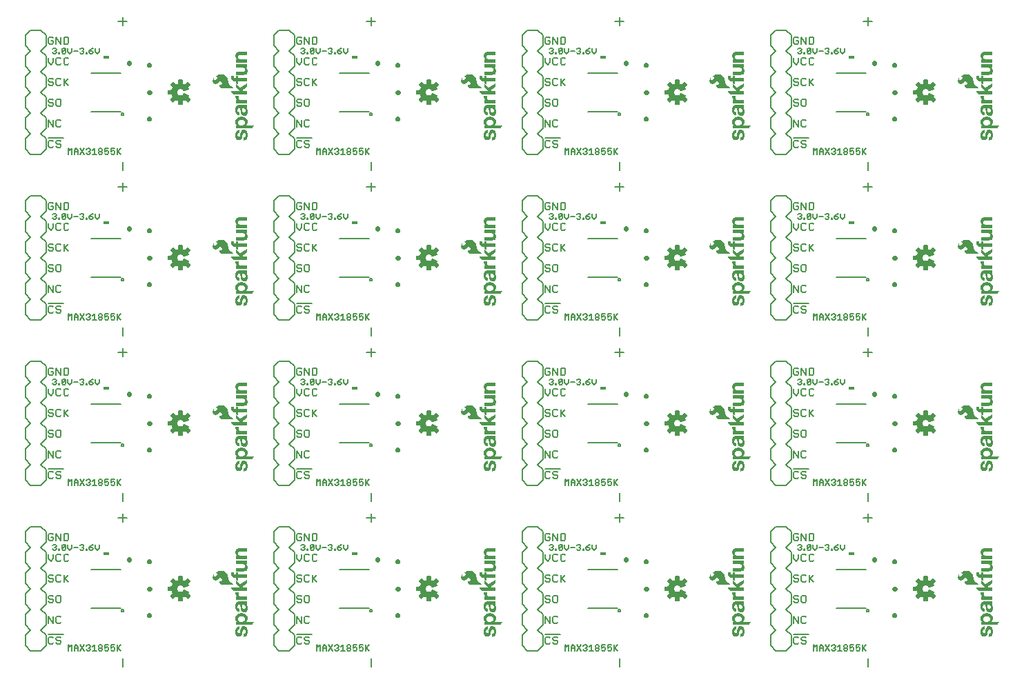
<source format=gto>
G04 EAGLE Gerber RS-274X export*
G75*
%MOMM*%
%FSLAX34Y34*%
%LPD*%
%INSilkscreen Top*%
%IPPOS*%
%AMOC8*
5,1,8,0,0,1.08239X$1,22.5*%
G01*
%ADD10C,0.152400*%
%ADD11C,0.127000*%
%ADD12C,0.558800*%
%ADD13C,0.203200*%
%ADD14R,0.762000X0.457200*%

G36*
X1175415Y355220D02*
X1175415Y355220D01*
X1175523Y355234D01*
X1175535Y355240D01*
X1175549Y355242D01*
X1175645Y355294D01*
X1175742Y355341D01*
X1175752Y355351D01*
X1175764Y355357D01*
X1175838Y355437D01*
X1175915Y355513D01*
X1175921Y355525D01*
X1175931Y355536D01*
X1175976Y355634D01*
X1176024Y355731D01*
X1176028Y355749D01*
X1176032Y355758D01*
X1176034Y355779D01*
X1176053Y355876D01*
X1176496Y360227D01*
X1177655Y360598D01*
X1177673Y360608D01*
X1177770Y360646D01*
X1178852Y361203D01*
X1182242Y358439D01*
X1182336Y358385D01*
X1182428Y358328D01*
X1182441Y358325D01*
X1182453Y358318D01*
X1182560Y358297D01*
X1182665Y358272D01*
X1182679Y358274D01*
X1182693Y358271D01*
X1182800Y358286D01*
X1182908Y358296D01*
X1182921Y358302D01*
X1182935Y358304D01*
X1183032Y358352D01*
X1183131Y358397D01*
X1183144Y358408D01*
X1183153Y358412D01*
X1183168Y358428D01*
X1183245Y358490D01*
X1185830Y361075D01*
X1185893Y361164D01*
X1185959Y361249D01*
X1185964Y361262D01*
X1185972Y361274D01*
X1186003Y361377D01*
X1186039Y361480D01*
X1186039Y361494D01*
X1186043Y361507D01*
X1186039Y361615D01*
X1186040Y361724D01*
X1186035Y361737D01*
X1186035Y361751D01*
X1185997Y361853D01*
X1185962Y361955D01*
X1185953Y361970D01*
X1185949Y361979D01*
X1185935Y361996D01*
X1185881Y362078D01*
X1183117Y365468D01*
X1183674Y366550D01*
X1183691Y366603D01*
X1183717Y366652D01*
X1183728Y366718D01*
X1183749Y366782D01*
X1183748Y366838D01*
X1183757Y366892D01*
X1183746Y366959D01*
X1183745Y367026D01*
X1183727Y367078D01*
X1183718Y367133D01*
X1183686Y367193D01*
X1183663Y367256D01*
X1183629Y367299D01*
X1183603Y367349D01*
X1183554Y367395D01*
X1183512Y367447D01*
X1183465Y367478D01*
X1183425Y367516D01*
X1183320Y367572D01*
X1183307Y367580D01*
X1183302Y367581D01*
X1183295Y367585D01*
X1178098Y369738D01*
X1177998Y369761D01*
X1177900Y369790D01*
X1177880Y369789D01*
X1177860Y369794D01*
X1177758Y369784D01*
X1177656Y369779D01*
X1177637Y369772D01*
X1177617Y369770D01*
X1177524Y369728D01*
X1177428Y369690D01*
X1177413Y369677D01*
X1177395Y369669D01*
X1177320Y369599D01*
X1177242Y369533D01*
X1177227Y369512D01*
X1177217Y369502D01*
X1177205Y369481D01*
X1177157Y369412D01*
X1176662Y368528D01*
X1176035Y367849D01*
X1175266Y367335D01*
X1174398Y367015D01*
X1173481Y366907D01*
X1172546Y367020D01*
X1171665Y367351D01*
X1170888Y367883D01*
X1170259Y368584D01*
X1169816Y369414D01*
X1169582Y370326D01*
X1169572Y371268D01*
X1169786Y372184D01*
X1170211Y373024D01*
X1170824Y373738D01*
X1171589Y374287D01*
X1172463Y374638D01*
X1173395Y374771D01*
X1174332Y374679D01*
X1175220Y374367D01*
X1176008Y373852D01*
X1176652Y373165D01*
X1177158Y372266D01*
X1177222Y372187D01*
X1177281Y372105D01*
X1177298Y372092D01*
X1177311Y372076D01*
X1177396Y372022D01*
X1177479Y371962D01*
X1177499Y371956D01*
X1177517Y371945D01*
X1177615Y371921D01*
X1177713Y371891D01*
X1177733Y371892D01*
X1177754Y371887D01*
X1177855Y371896D01*
X1177956Y371899D01*
X1177983Y371907D01*
X1177997Y371908D01*
X1178019Y371918D01*
X1178098Y371942D01*
X1183295Y374095D01*
X1183342Y374124D01*
X1183394Y374145D01*
X1183445Y374188D01*
X1183502Y374224D01*
X1183537Y374267D01*
X1183580Y374303D01*
X1183614Y374360D01*
X1183657Y374412D01*
X1183676Y374464D01*
X1183705Y374512D01*
X1183719Y374578D01*
X1183743Y374641D01*
X1183745Y374696D01*
X1183756Y374750D01*
X1183749Y374817D01*
X1183751Y374884D01*
X1183735Y374938D01*
X1183728Y374993D01*
X1183684Y375104D01*
X1183680Y375118D01*
X1183677Y375122D01*
X1183674Y375130D01*
X1183117Y376212D01*
X1185881Y379602D01*
X1185935Y379696D01*
X1185992Y379788D01*
X1185995Y379801D01*
X1186002Y379813D01*
X1186023Y379920D01*
X1186048Y380025D01*
X1186046Y380039D01*
X1186049Y380053D01*
X1186034Y380160D01*
X1186024Y380268D01*
X1186018Y380281D01*
X1186016Y380295D01*
X1185968Y380392D01*
X1185923Y380491D01*
X1185912Y380504D01*
X1185908Y380513D01*
X1185892Y380528D01*
X1185830Y380605D01*
X1183245Y383190D01*
X1183156Y383253D01*
X1183071Y383319D01*
X1183058Y383324D01*
X1183046Y383332D01*
X1182943Y383363D01*
X1182840Y383399D01*
X1182826Y383399D01*
X1182813Y383403D01*
X1182705Y383399D01*
X1182596Y383400D01*
X1182583Y383395D01*
X1182569Y383395D01*
X1182467Y383357D01*
X1182365Y383322D01*
X1182350Y383313D01*
X1182341Y383309D01*
X1182324Y383295D01*
X1182242Y383241D01*
X1178852Y380477D01*
X1177770Y381034D01*
X1177750Y381040D01*
X1177655Y381082D01*
X1176496Y381453D01*
X1176053Y385804D01*
X1176025Y385908D01*
X1176000Y386014D01*
X1175993Y386026D01*
X1175990Y386039D01*
X1175929Y386129D01*
X1175872Y386222D01*
X1175861Y386230D01*
X1175853Y386242D01*
X1175767Y386308D01*
X1175683Y386377D01*
X1175670Y386381D01*
X1175659Y386390D01*
X1175556Y386424D01*
X1175455Y386463D01*
X1175437Y386464D01*
X1175428Y386468D01*
X1175406Y386468D01*
X1175308Y386477D01*
X1171652Y386477D01*
X1171545Y386460D01*
X1171437Y386446D01*
X1171425Y386440D01*
X1171411Y386438D01*
X1171315Y386386D01*
X1171218Y386339D01*
X1171208Y386329D01*
X1171196Y386323D01*
X1171122Y386243D01*
X1171045Y386167D01*
X1171039Y386155D01*
X1171029Y386145D01*
X1170984Y386046D01*
X1170936Y385949D01*
X1170932Y385931D01*
X1170928Y385922D01*
X1170926Y385901D01*
X1170907Y385804D01*
X1170464Y381453D01*
X1169305Y381082D01*
X1169287Y381072D01*
X1169190Y381034D01*
X1168108Y380477D01*
X1164718Y383241D01*
X1164624Y383295D01*
X1164532Y383352D01*
X1164519Y383355D01*
X1164507Y383362D01*
X1164400Y383383D01*
X1164295Y383408D01*
X1164281Y383406D01*
X1164267Y383409D01*
X1164160Y383394D01*
X1164052Y383384D01*
X1164039Y383378D01*
X1164026Y383376D01*
X1163928Y383328D01*
X1163829Y383283D01*
X1163816Y383272D01*
X1163807Y383268D01*
X1163792Y383252D01*
X1163715Y383190D01*
X1161130Y380605D01*
X1161067Y380516D01*
X1161001Y380431D01*
X1160996Y380418D01*
X1160988Y380406D01*
X1160957Y380303D01*
X1160921Y380200D01*
X1160921Y380186D01*
X1160917Y380173D01*
X1160921Y380065D01*
X1160920Y379956D01*
X1160925Y379943D01*
X1160925Y379929D01*
X1160963Y379827D01*
X1160998Y379725D01*
X1161007Y379710D01*
X1161011Y379701D01*
X1161025Y379684D01*
X1161079Y379602D01*
X1163843Y376212D01*
X1163286Y375130D01*
X1163280Y375110D01*
X1163238Y375015D01*
X1162867Y373856D01*
X1158516Y373413D01*
X1158412Y373385D01*
X1158306Y373360D01*
X1158294Y373353D01*
X1158281Y373350D01*
X1158191Y373289D01*
X1158098Y373232D01*
X1158090Y373221D01*
X1158078Y373213D01*
X1158012Y373127D01*
X1157944Y373043D01*
X1157939Y373030D01*
X1157930Y373019D01*
X1157896Y372916D01*
X1157857Y372815D01*
X1157856Y372797D01*
X1157852Y372788D01*
X1157853Y372766D01*
X1157843Y372668D01*
X1157843Y369012D01*
X1157860Y368905D01*
X1157874Y368797D01*
X1157880Y368785D01*
X1157882Y368771D01*
X1157934Y368675D01*
X1157981Y368578D01*
X1157991Y368568D01*
X1157997Y368556D01*
X1158077Y368482D01*
X1158153Y368405D01*
X1158165Y368399D01*
X1158176Y368389D01*
X1158274Y368344D01*
X1158371Y368296D01*
X1158389Y368292D01*
X1158398Y368288D01*
X1158419Y368286D01*
X1158516Y368267D01*
X1162867Y367824D01*
X1163238Y366665D01*
X1163248Y366647D01*
X1163286Y366550D01*
X1163843Y365468D01*
X1161079Y362078D01*
X1161025Y361984D01*
X1160968Y361892D01*
X1160965Y361879D01*
X1160958Y361867D01*
X1160937Y361760D01*
X1160912Y361655D01*
X1160914Y361641D01*
X1160911Y361627D01*
X1160926Y361520D01*
X1160936Y361412D01*
X1160942Y361399D01*
X1160944Y361386D01*
X1160992Y361288D01*
X1161037Y361189D01*
X1161048Y361176D01*
X1161052Y361167D01*
X1161068Y361152D01*
X1161130Y361075D01*
X1163715Y358490D01*
X1163804Y358427D01*
X1163889Y358361D01*
X1163902Y358356D01*
X1163914Y358348D01*
X1164017Y358317D01*
X1164120Y358281D01*
X1164134Y358281D01*
X1164147Y358277D01*
X1164255Y358281D01*
X1164364Y358280D01*
X1164377Y358285D01*
X1164391Y358285D01*
X1164493Y358323D01*
X1164595Y358358D01*
X1164610Y358367D01*
X1164619Y358371D01*
X1164636Y358385D01*
X1164718Y358439D01*
X1168108Y361203D01*
X1169190Y360646D01*
X1169210Y360640D01*
X1169305Y360598D01*
X1170464Y360227D01*
X1170907Y355876D01*
X1170935Y355772D01*
X1170960Y355666D01*
X1170967Y355654D01*
X1170970Y355641D01*
X1171031Y355551D01*
X1171088Y355458D01*
X1171099Y355450D01*
X1171107Y355438D01*
X1171193Y355372D01*
X1171277Y355304D01*
X1171290Y355299D01*
X1171301Y355290D01*
X1171404Y355256D01*
X1171505Y355217D01*
X1171523Y355216D01*
X1171532Y355212D01*
X1171554Y355213D01*
X1171652Y355203D01*
X1175308Y355203D01*
X1175415Y355220D01*
G37*
G36*
X261015Y558420D02*
X261015Y558420D01*
X261123Y558434D01*
X261135Y558440D01*
X261149Y558442D01*
X261245Y558494D01*
X261342Y558541D01*
X261352Y558551D01*
X261364Y558557D01*
X261438Y558637D01*
X261515Y558713D01*
X261521Y558725D01*
X261531Y558736D01*
X261576Y558834D01*
X261624Y558931D01*
X261628Y558949D01*
X261632Y558958D01*
X261634Y558979D01*
X261653Y559076D01*
X262096Y563427D01*
X263255Y563798D01*
X263273Y563808D01*
X263370Y563846D01*
X264452Y564403D01*
X267842Y561639D01*
X267936Y561585D01*
X268028Y561528D01*
X268041Y561525D01*
X268053Y561518D01*
X268160Y561497D01*
X268265Y561472D01*
X268279Y561474D01*
X268293Y561471D01*
X268400Y561486D01*
X268508Y561496D01*
X268521Y561502D01*
X268535Y561504D01*
X268632Y561552D01*
X268731Y561597D01*
X268744Y561608D01*
X268753Y561612D01*
X268768Y561628D01*
X268845Y561690D01*
X271430Y564275D01*
X271493Y564364D01*
X271559Y564449D01*
X271564Y564462D01*
X271572Y564474D01*
X271603Y564577D01*
X271639Y564680D01*
X271639Y564694D01*
X271643Y564707D01*
X271639Y564815D01*
X271640Y564924D01*
X271635Y564937D01*
X271635Y564951D01*
X271597Y565053D01*
X271562Y565155D01*
X271553Y565170D01*
X271549Y565179D01*
X271535Y565196D01*
X271481Y565278D01*
X268717Y568668D01*
X269274Y569750D01*
X269291Y569803D01*
X269317Y569852D01*
X269328Y569918D01*
X269349Y569982D01*
X269348Y570038D01*
X269357Y570092D01*
X269346Y570159D01*
X269345Y570226D01*
X269327Y570278D01*
X269318Y570333D01*
X269286Y570393D01*
X269263Y570456D01*
X269229Y570499D01*
X269203Y570549D01*
X269154Y570595D01*
X269112Y570647D01*
X269065Y570678D01*
X269025Y570716D01*
X268920Y570772D01*
X268907Y570780D01*
X268902Y570781D01*
X268895Y570785D01*
X263698Y572938D01*
X263598Y572961D01*
X263500Y572990D01*
X263480Y572989D01*
X263460Y572994D01*
X263358Y572984D01*
X263256Y572979D01*
X263237Y572972D01*
X263217Y572970D01*
X263124Y572928D01*
X263028Y572890D01*
X263013Y572877D01*
X262995Y572869D01*
X262920Y572799D01*
X262842Y572733D01*
X262827Y572712D01*
X262817Y572702D01*
X262805Y572681D01*
X262757Y572612D01*
X262262Y571728D01*
X261635Y571049D01*
X260866Y570535D01*
X259998Y570215D01*
X259081Y570107D01*
X258146Y570220D01*
X257265Y570551D01*
X256488Y571083D01*
X255859Y571784D01*
X255416Y572614D01*
X255182Y573526D01*
X255172Y574468D01*
X255386Y575384D01*
X255811Y576224D01*
X256424Y576938D01*
X257189Y577487D01*
X258063Y577838D01*
X258995Y577971D01*
X259932Y577879D01*
X260820Y577567D01*
X261608Y577052D01*
X262252Y576365D01*
X262758Y575466D01*
X262822Y575387D01*
X262881Y575305D01*
X262898Y575292D01*
X262911Y575276D01*
X262996Y575222D01*
X263079Y575162D01*
X263099Y575156D01*
X263117Y575145D01*
X263215Y575121D01*
X263313Y575091D01*
X263333Y575092D01*
X263354Y575087D01*
X263455Y575096D01*
X263556Y575099D01*
X263583Y575107D01*
X263597Y575108D01*
X263619Y575118D01*
X263698Y575142D01*
X268895Y577295D01*
X268942Y577324D01*
X268994Y577345D01*
X269045Y577388D01*
X269102Y577424D01*
X269137Y577467D01*
X269180Y577503D01*
X269214Y577560D01*
X269257Y577612D01*
X269276Y577664D01*
X269305Y577712D01*
X269319Y577778D01*
X269343Y577841D01*
X269345Y577896D01*
X269356Y577950D01*
X269349Y578017D01*
X269351Y578084D01*
X269335Y578138D01*
X269328Y578193D01*
X269284Y578304D01*
X269280Y578318D01*
X269277Y578322D01*
X269274Y578330D01*
X268717Y579412D01*
X271481Y582802D01*
X271535Y582896D01*
X271592Y582988D01*
X271595Y583001D01*
X271602Y583013D01*
X271623Y583120D01*
X271648Y583225D01*
X271646Y583239D01*
X271649Y583253D01*
X271634Y583360D01*
X271624Y583468D01*
X271618Y583481D01*
X271616Y583495D01*
X271568Y583592D01*
X271523Y583691D01*
X271512Y583704D01*
X271508Y583713D01*
X271492Y583728D01*
X271430Y583805D01*
X268845Y586390D01*
X268756Y586453D01*
X268671Y586519D01*
X268658Y586524D01*
X268646Y586532D01*
X268543Y586563D01*
X268440Y586599D01*
X268426Y586599D01*
X268413Y586603D01*
X268305Y586599D01*
X268196Y586600D01*
X268183Y586595D01*
X268169Y586595D01*
X268067Y586557D01*
X267965Y586522D01*
X267950Y586513D01*
X267941Y586509D01*
X267924Y586495D01*
X267842Y586441D01*
X264452Y583677D01*
X263370Y584234D01*
X263350Y584240D01*
X263255Y584282D01*
X262096Y584653D01*
X261653Y589004D01*
X261625Y589108D01*
X261600Y589214D01*
X261593Y589226D01*
X261590Y589239D01*
X261529Y589329D01*
X261472Y589422D01*
X261461Y589430D01*
X261453Y589442D01*
X261367Y589508D01*
X261283Y589577D01*
X261270Y589581D01*
X261259Y589590D01*
X261156Y589624D01*
X261055Y589663D01*
X261037Y589664D01*
X261028Y589668D01*
X261006Y589668D01*
X260908Y589677D01*
X257252Y589677D01*
X257145Y589660D01*
X257037Y589646D01*
X257025Y589640D01*
X257011Y589638D01*
X256915Y589586D01*
X256818Y589539D01*
X256808Y589529D01*
X256796Y589523D01*
X256722Y589443D01*
X256645Y589367D01*
X256639Y589355D01*
X256629Y589345D01*
X256584Y589246D01*
X256536Y589149D01*
X256532Y589131D01*
X256528Y589122D01*
X256526Y589101D01*
X256507Y589004D01*
X256064Y584653D01*
X254905Y584282D01*
X254887Y584272D01*
X254790Y584234D01*
X253708Y583677D01*
X250318Y586441D01*
X250224Y586495D01*
X250132Y586552D01*
X250119Y586555D01*
X250107Y586562D01*
X250000Y586583D01*
X249895Y586608D01*
X249881Y586606D01*
X249867Y586609D01*
X249760Y586594D01*
X249652Y586584D01*
X249639Y586578D01*
X249626Y586576D01*
X249528Y586528D01*
X249429Y586483D01*
X249416Y586472D01*
X249407Y586468D01*
X249392Y586452D01*
X249315Y586390D01*
X246730Y583805D01*
X246667Y583716D01*
X246601Y583631D01*
X246596Y583618D01*
X246588Y583606D01*
X246557Y583503D01*
X246521Y583400D01*
X246521Y583386D01*
X246517Y583373D01*
X246521Y583265D01*
X246520Y583156D01*
X246525Y583143D01*
X246525Y583129D01*
X246563Y583027D01*
X246598Y582925D01*
X246607Y582910D01*
X246611Y582901D01*
X246625Y582884D01*
X246679Y582802D01*
X249443Y579412D01*
X248886Y578330D01*
X248880Y578310D01*
X248838Y578215D01*
X248467Y577056D01*
X244116Y576613D01*
X244012Y576585D01*
X243906Y576560D01*
X243894Y576553D01*
X243881Y576550D01*
X243791Y576489D01*
X243698Y576432D01*
X243690Y576421D01*
X243678Y576413D01*
X243612Y576327D01*
X243544Y576243D01*
X243539Y576230D01*
X243530Y576219D01*
X243496Y576116D01*
X243457Y576015D01*
X243456Y575997D01*
X243452Y575988D01*
X243453Y575966D01*
X243443Y575868D01*
X243443Y572212D01*
X243460Y572105D01*
X243474Y571997D01*
X243480Y571985D01*
X243482Y571971D01*
X243534Y571875D01*
X243581Y571778D01*
X243591Y571768D01*
X243597Y571756D01*
X243677Y571682D01*
X243753Y571605D01*
X243765Y571599D01*
X243776Y571589D01*
X243874Y571544D01*
X243971Y571496D01*
X243989Y571492D01*
X243998Y571488D01*
X244019Y571486D01*
X244116Y571467D01*
X248467Y571024D01*
X248838Y569865D01*
X248848Y569847D01*
X248886Y569750D01*
X249443Y568668D01*
X246679Y565278D01*
X246625Y565184D01*
X246568Y565092D01*
X246565Y565079D01*
X246558Y565067D01*
X246537Y564960D01*
X246512Y564855D01*
X246514Y564841D01*
X246511Y564827D01*
X246526Y564720D01*
X246536Y564612D01*
X246542Y564599D01*
X246544Y564586D01*
X246592Y564488D01*
X246637Y564389D01*
X246648Y564376D01*
X246652Y564367D01*
X246668Y564352D01*
X246730Y564275D01*
X249315Y561690D01*
X249404Y561627D01*
X249489Y561561D01*
X249502Y561556D01*
X249514Y561548D01*
X249617Y561517D01*
X249720Y561481D01*
X249734Y561481D01*
X249747Y561477D01*
X249855Y561481D01*
X249964Y561480D01*
X249977Y561485D01*
X249991Y561485D01*
X250093Y561523D01*
X250195Y561558D01*
X250210Y561567D01*
X250219Y561571D01*
X250236Y561585D01*
X250318Y561639D01*
X253708Y564403D01*
X254790Y563846D01*
X254810Y563840D01*
X254905Y563798D01*
X256064Y563427D01*
X256507Y559076D01*
X256535Y558972D01*
X256560Y558866D01*
X256567Y558854D01*
X256570Y558841D01*
X256631Y558751D01*
X256688Y558658D01*
X256699Y558650D01*
X256707Y558638D01*
X256793Y558572D01*
X256877Y558504D01*
X256890Y558499D01*
X256901Y558490D01*
X257004Y558456D01*
X257105Y558417D01*
X257123Y558416D01*
X257132Y558412D01*
X257154Y558413D01*
X257252Y558403D01*
X260908Y558403D01*
X261015Y558420D01*
G37*
G36*
X565815Y152020D02*
X565815Y152020D01*
X565923Y152034D01*
X565935Y152040D01*
X565949Y152042D01*
X566045Y152094D01*
X566142Y152141D01*
X566152Y152151D01*
X566164Y152157D01*
X566238Y152237D01*
X566315Y152313D01*
X566321Y152325D01*
X566331Y152336D01*
X566376Y152434D01*
X566424Y152531D01*
X566428Y152549D01*
X566432Y152558D01*
X566434Y152579D01*
X566453Y152676D01*
X566896Y157027D01*
X568055Y157398D01*
X568073Y157408D01*
X568170Y157446D01*
X569252Y158003D01*
X572642Y155239D01*
X572736Y155185D01*
X572828Y155128D01*
X572841Y155125D01*
X572853Y155118D01*
X572960Y155097D01*
X573065Y155072D01*
X573079Y155074D01*
X573093Y155071D01*
X573200Y155086D01*
X573308Y155096D01*
X573321Y155102D01*
X573335Y155104D01*
X573432Y155152D01*
X573531Y155197D01*
X573544Y155208D01*
X573553Y155212D01*
X573568Y155228D01*
X573645Y155290D01*
X576230Y157875D01*
X576293Y157964D01*
X576359Y158049D01*
X576364Y158062D01*
X576372Y158074D01*
X576403Y158177D01*
X576439Y158280D01*
X576439Y158294D01*
X576443Y158307D01*
X576439Y158415D01*
X576440Y158524D01*
X576435Y158537D01*
X576435Y158551D01*
X576397Y158653D01*
X576362Y158755D01*
X576353Y158770D01*
X576349Y158779D01*
X576335Y158796D01*
X576281Y158878D01*
X573517Y162268D01*
X574074Y163350D01*
X574091Y163403D01*
X574117Y163452D01*
X574128Y163518D01*
X574149Y163582D01*
X574148Y163638D01*
X574157Y163692D01*
X574146Y163759D01*
X574145Y163826D01*
X574127Y163878D01*
X574118Y163933D01*
X574086Y163993D01*
X574063Y164056D01*
X574029Y164099D01*
X574003Y164149D01*
X573954Y164195D01*
X573912Y164247D01*
X573865Y164278D01*
X573825Y164316D01*
X573720Y164372D01*
X573707Y164380D01*
X573702Y164381D01*
X573695Y164385D01*
X568498Y166538D01*
X568398Y166561D01*
X568300Y166590D01*
X568280Y166589D01*
X568260Y166594D01*
X568158Y166584D01*
X568056Y166579D01*
X568037Y166572D01*
X568017Y166570D01*
X567924Y166528D01*
X567828Y166490D01*
X567813Y166477D01*
X567795Y166469D01*
X567720Y166399D01*
X567642Y166333D01*
X567627Y166312D01*
X567617Y166302D01*
X567605Y166281D01*
X567557Y166212D01*
X567062Y165328D01*
X566435Y164649D01*
X565666Y164135D01*
X564798Y163815D01*
X563881Y163707D01*
X562946Y163820D01*
X562065Y164151D01*
X561288Y164683D01*
X560659Y165384D01*
X560216Y166214D01*
X559982Y167126D01*
X559972Y168068D01*
X560186Y168984D01*
X560611Y169824D01*
X561224Y170538D01*
X561989Y171087D01*
X562863Y171438D01*
X563795Y171571D01*
X564732Y171479D01*
X565620Y171167D01*
X566408Y170652D01*
X567052Y169965D01*
X567558Y169066D01*
X567622Y168987D01*
X567681Y168905D01*
X567698Y168892D01*
X567711Y168876D01*
X567796Y168822D01*
X567879Y168762D01*
X567899Y168756D01*
X567917Y168745D01*
X568015Y168721D01*
X568113Y168691D01*
X568133Y168692D01*
X568154Y168687D01*
X568255Y168696D01*
X568356Y168699D01*
X568383Y168707D01*
X568397Y168708D01*
X568419Y168718D01*
X568498Y168742D01*
X573695Y170895D01*
X573742Y170924D01*
X573794Y170945D01*
X573845Y170988D01*
X573902Y171024D01*
X573937Y171067D01*
X573980Y171103D01*
X574014Y171160D01*
X574057Y171212D01*
X574076Y171264D01*
X574105Y171312D01*
X574119Y171378D01*
X574143Y171441D01*
X574145Y171496D01*
X574156Y171550D01*
X574149Y171617D01*
X574151Y171684D01*
X574135Y171738D01*
X574128Y171793D01*
X574084Y171904D01*
X574080Y171918D01*
X574077Y171922D01*
X574074Y171930D01*
X573517Y173012D01*
X576281Y176402D01*
X576335Y176496D01*
X576392Y176588D01*
X576395Y176601D01*
X576402Y176613D01*
X576423Y176720D01*
X576448Y176825D01*
X576446Y176839D01*
X576449Y176853D01*
X576434Y176960D01*
X576424Y177068D01*
X576418Y177081D01*
X576416Y177095D01*
X576368Y177192D01*
X576323Y177291D01*
X576312Y177304D01*
X576308Y177313D01*
X576292Y177328D01*
X576230Y177405D01*
X573645Y179990D01*
X573556Y180053D01*
X573471Y180119D01*
X573458Y180124D01*
X573446Y180132D01*
X573343Y180163D01*
X573240Y180199D01*
X573226Y180199D01*
X573213Y180203D01*
X573105Y180199D01*
X572996Y180200D01*
X572983Y180195D01*
X572969Y180195D01*
X572867Y180157D01*
X572765Y180122D01*
X572750Y180113D01*
X572741Y180109D01*
X572724Y180095D01*
X572642Y180041D01*
X569252Y177277D01*
X568170Y177834D01*
X568150Y177840D01*
X568055Y177882D01*
X566896Y178253D01*
X566453Y182604D01*
X566425Y182708D01*
X566400Y182814D01*
X566393Y182826D01*
X566390Y182839D01*
X566329Y182929D01*
X566272Y183022D01*
X566261Y183030D01*
X566253Y183042D01*
X566167Y183108D01*
X566083Y183177D01*
X566070Y183181D01*
X566059Y183190D01*
X565956Y183224D01*
X565855Y183263D01*
X565837Y183264D01*
X565828Y183268D01*
X565806Y183268D01*
X565708Y183277D01*
X562052Y183277D01*
X561945Y183260D01*
X561837Y183246D01*
X561825Y183240D01*
X561811Y183238D01*
X561715Y183186D01*
X561618Y183139D01*
X561608Y183129D01*
X561596Y183123D01*
X561522Y183043D01*
X561445Y182967D01*
X561439Y182955D01*
X561429Y182945D01*
X561384Y182846D01*
X561336Y182749D01*
X561332Y182731D01*
X561328Y182722D01*
X561326Y182701D01*
X561307Y182604D01*
X560864Y178253D01*
X559705Y177882D01*
X559687Y177872D01*
X559590Y177834D01*
X558508Y177277D01*
X555118Y180041D01*
X555024Y180095D01*
X554932Y180152D01*
X554919Y180155D01*
X554907Y180162D01*
X554800Y180183D01*
X554695Y180208D01*
X554681Y180206D01*
X554667Y180209D01*
X554560Y180194D01*
X554452Y180184D01*
X554439Y180178D01*
X554426Y180176D01*
X554328Y180128D01*
X554229Y180083D01*
X554216Y180072D01*
X554207Y180068D01*
X554192Y180052D01*
X554115Y179990D01*
X551530Y177405D01*
X551467Y177316D01*
X551401Y177231D01*
X551396Y177218D01*
X551388Y177206D01*
X551357Y177103D01*
X551321Y177000D01*
X551321Y176986D01*
X551317Y176973D01*
X551321Y176865D01*
X551320Y176756D01*
X551325Y176743D01*
X551325Y176729D01*
X551363Y176627D01*
X551398Y176525D01*
X551407Y176510D01*
X551411Y176501D01*
X551425Y176484D01*
X551479Y176402D01*
X554243Y173012D01*
X553686Y171930D01*
X553680Y171910D01*
X553638Y171815D01*
X553267Y170656D01*
X548916Y170213D01*
X548812Y170185D01*
X548706Y170160D01*
X548694Y170153D01*
X548681Y170150D01*
X548591Y170089D01*
X548498Y170032D01*
X548490Y170021D01*
X548478Y170013D01*
X548412Y169927D01*
X548344Y169843D01*
X548339Y169830D01*
X548330Y169819D01*
X548296Y169716D01*
X548257Y169615D01*
X548256Y169597D01*
X548252Y169588D01*
X548253Y169566D01*
X548243Y169468D01*
X548243Y165812D01*
X548260Y165705D01*
X548274Y165597D01*
X548280Y165585D01*
X548282Y165571D01*
X548334Y165475D01*
X548381Y165378D01*
X548391Y165368D01*
X548397Y165356D01*
X548477Y165282D01*
X548553Y165205D01*
X548565Y165199D01*
X548576Y165189D01*
X548674Y165144D01*
X548771Y165096D01*
X548789Y165092D01*
X548798Y165088D01*
X548819Y165086D01*
X548916Y165067D01*
X553267Y164624D01*
X553638Y163465D01*
X553648Y163447D01*
X553686Y163350D01*
X554243Y162268D01*
X551479Y158878D01*
X551425Y158784D01*
X551368Y158692D01*
X551365Y158679D01*
X551358Y158667D01*
X551337Y158560D01*
X551312Y158455D01*
X551314Y158441D01*
X551311Y158427D01*
X551326Y158320D01*
X551336Y158212D01*
X551342Y158199D01*
X551344Y158186D01*
X551392Y158088D01*
X551437Y157989D01*
X551448Y157976D01*
X551452Y157967D01*
X551468Y157952D01*
X551530Y157875D01*
X554115Y155290D01*
X554204Y155227D01*
X554289Y155161D01*
X554302Y155156D01*
X554314Y155148D01*
X554417Y155117D01*
X554520Y155081D01*
X554534Y155081D01*
X554547Y155077D01*
X554655Y155081D01*
X554764Y155080D01*
X554777Y155085D01*
X554791Y155085D01*
X554893Y155123D01*
X554995Y155158D01*
X555010Y155167D01*
X555019Y155171D01*
X555036Y155185D01*
X555118Y155239D01*
X558508Y158003D01*
X559590Y157446D01*
X559610Y157440D01*
X559705Y157398D01*
X560864Y157027D01*
X561307Y152676D01*
X561335Y152572D01*
X561360Y152466D01*
X561367Y152454D01*
X561370Y152441D01*
X561431Y152351D01*
X561488Y152258D01*
X561499Y152250D01*
X561507Y152238D01*
X561593Y152172D01*
X561677Y152104D01*
X561690Y152099D01*
X561701Y152090D01*
X561804Y152056D01*
X561905Y152017D01*
X561923Y152016D01*
X561932Y152012D01*
X561954Y152013D01*
X562052Y152003D01*
X565708Y152003D01*
X565815Y152020D01*
G37*
G36*
X261015Y152020D02*
X261015Y152020D01*
X261123Y152034D01*
X261135Y152040D01*
X261149Y152042D01*
X261245Y152094D01*
X261342Y152141D01*
X261352Y152151D01*
X261364Y152157D01*
X261438Y152237D01*
X261515Y152313D01*
X261521Y152325D01*
X261531Y152336D01*
X261576Y152434D01*
X261624Y152531D01*
X261628Y152549D01*
X261632Y152558D01*
X261634Y152579D01*
X261653Y152676D01*
X262096Y157027D01*
X263255Y157398D01*
X263273Y157408D01*
X263370Y157446D01*
X264452Y158003D01*
X267842Y155239D01*
X267936Y155185D01*
X268028Y155128D01*
X268041Y155125D01*
X268053Y155118D01*
X268160Y155097D01*
X268265Y155072D01*
X268279Y155074D01*
X268293Y155071D01*
X268400Y155086D01*
X268508Y155096D01*
X268521Y155102D01*
X268535Y155104D01*
X268632Y155152D01*
X268731Y155197D01*
X268744Y155208D01*
X268753Y155212D01*
X268768Y155228D01*
X268845Y155290D01*
X271430Y157875D01*
X271493Y157964D01*
X271559Y158049D01*
X271564Y158062D01*
X271572Y158074D01*
X271603Y158177D01*
X271639Y158280D01*
X271639Y158294D01*
X271643Y158307D01*
X271639Y158415D01*
X271640Y158524D01*
X271635Y158537D01*
X271635Y158551D01*
X271597Y158653D01*
X271562Y158755D01*
X271553Y158770D01*
X271549Y158779D01*
X271535Y158796D01*
X271481Y158878D01*
X268717Y162268D01*
X269274Y163350D01*
X269291Y163403D01*
X269317Y163452D01*
X269328Y163518D01*
X269349Y163582D01*
X269348Y163638D01*
X269357Y163692D01*
X269346Y163759D01*
X269345Y163826D01*
X269327Y163878D01*
X269318Y163933D01*
X269286Y163993D01*
X269263Y164056D01*
X269229Y164099D01*
X269203Y164149D01*
X269154Y164195D01*
X269112Y164247D01*
X269065Y164278D01*
X269025Y164316D01*
X268920Y164372D01*
X268907Y164380D01*
X268902Y164381D01*
X268895Y164385D01*
X263698Y166538D01*
X263598Y166561D01*
X263500Y166590D01*
X263480Y166589D01*
X263460Y166594D01*
X263358Y166584D01*
X263256Y166579D01*
X263237Y166572D01*
X263217Y166570D01*
X263124Y166528D01*
X263028Y166490D01*
X263013Y166477D01*
X262995Y166469D01*
X262920Y166399D01*
X262842Y166333D01*
X262827Y166312D01*
X262817Y166302D01*
X262805Y166281D01*
X262757Y166212D01*
X262262Y165328D01*
X261635Y164649D01*
X260866Y164135D01*
X259998Y163815D01*
X259081Y163707D01*
X258146Y163820D01*
X257265Y164151D01*
X256488Y164683D01*
X255859Y165384D01*
X255416Y166214D01*
X255182Y167126D01*
X255172Y168068D01*
X255386Y168984D01*
X255811Y169824D01*
X256424Y170538D01*
X257189Y171087D01*
X258063Y171438D01*
X258995Y171571D01*
X259932Y171479D01*
X260820Y171167D01*
X261608Y170652D01*
X262252Y169965D01*
X262758Y169066D01*
X262822Y168987D01*
X262881Y168905D01*
X262898Y168892D01*
X262911Y168876D01*
X262996Y168822D01*
X263079Y168762D01*
X263099Y168756D01*
X263117Y168745D01*
X263215Y168721D01*
X263313Y168691D01*
X263333Y168692D01*
X263354Y168687D01*
X263455Y168696D01*
X263556Y168699D01*
X263583Y168707D01*
X263597Y168708D01*
X263619Y168718D01*
X263698Y168742D01*
X268895Y170895D01*
X268942Y170924D01*
X268994Y170945D01*
X269045Y170988D01*
X269102Y171024D01*
X269137Y171067D01*
X269180Y171103D01*
X269214Y171160D01*
X269257Y171212D01*
X269276Y171264D01*
X269305Y171312D01*
X269319Y171378D01*
X269343Y171441D01*
X269345Y171496D01*
X269356Y171550D01*
X269349Y171617D01*
X269351Y171684D01*
X269335Y171738D01*
X269328Y171793D01*
X269284Y171904D01*
X269280Y171918D01*
X269277Y171922D01*
X269274Y171930D01*
X268717Y173012D01*
X271481Y176402D01*
X271535Y176496D01*
X271592Y176588D01*
X271595Y176601D01*
X271602Y176613D01*
X271623Y176720D01*
X271648Y176825D01*
X271646Y176839D01*
X271649Y176853D01*
X271634Y176960D01*
X271624Y177068D01*
X271618Y177081D01*
X271616Y177095D01*
X271568Y177192D01*
X271523Y177291D01*
X271512Y177304D01*
X271508Y177313D01*
X271492Y177328D01*
X271430Y177405D01*
X268845Y179990D01*
X268756Y180053D01*
X268671Y180119D01*
X268658Y180124D01*
X268646Y180132D01*
X268543Y180163D01*
X268440Y180199D01*
X268426Y180199D01*
X268413Y180203D01*
X268305Y180199D01*
X268196Y180200D01*
X268183Y180195D01*
X268169Y180195D01*
X268067Y180157D01*
X267965Y180122D01*
X267950Y180113D01*
X267941Y180109D01*
X267924Y180095D01*
X267842Y180041D01*
X264452Y177277D01*
X263370Y177834D01*
X263350Y177840D01*
X263255Y177882D01*
X262096Y178253D01*
X261653Y182604D01*
X261625Y182708D01*
X261600Y182814D01*
X261593Y182826D01*
X261590Y182839D01*
X261529Y182929D01*
X261472Y183022D01*
X261461Y183030D01*
X261453Y183042D01*
X261367Y183108D01*
X261283Y183177D01*
X261270Y183181D01*
X261259Y183190D01*
X261156Y183224D01*
X261055Y183263D01*
X261037Y183264D01*
X261028Y183268D01*
X261006Y183268D01*
X260908Y183277D01*
X257252Y183277D01*
X257145Y183260D01*
X257037Y183246D01*
X257025Y183240D01*
X257011Y183238D01*
X256915Y183186D01*
X256818Y183139D01*
X256808Y183129D01*
X256796Y183123D01*
X256722Y183043D01*
X256645Y182967D01*
X256639Y182955D01*
X256629Y182945D01*
X256584Y182846D01*
X256536Y182749D01*
X256532Y182731D01*
X256528Y182722D01*
X256526Y182701D01*
X256507Y182604D01*
X256064Y178253D01*
X254905Y177882D01*
X254887Y177872D01*
X254790Y177834D01*
X253708Y177277D01*
X250318Y180041D01*
X250224Y180095D01*
X250132Y180152D01*
X250119Y180155D01*
X250107Y180162D01*
X250000Y180183D01*
X249895Y180208D01*
X249881Y180206D01*
X249867Y180209D01*
X249760Y180194D01*
X249652Y180184D01*
X249639Y180178D01*
X249626Y180176D01*
X249528Y180128D01*
X249429Y180083D01*
X249416Y180072D01*
X249407Y180068D01*
X249392Y180052D01*
X249315Y179990D01*
X246730Y177405D01*
X246667Y177316D01*
X246601Y177231D01*
X246596Y177218D01*
X246588Y177206D01*
X246557Y177103D01*
X246521Y177000D01*
X246521Y176986D01*
X246517Y176973D01*
X246521Y176865D01*
X246520Y176756D01*
X246525Y176743D01*
X246525Y176729D01*
X246563Y176627D01*
X246598Y176525D01*
X246607Y176510D01*
X246611Y176501D01*
X246625Y176484D01*
X246679Y176402D01*
X249443Y173012D01*
X248886Y171930D01*
X248880Y171910D01*
X248838Y171815D01*
X248467Y170656D01*
X244116Y170213D01*
X244012Y170185D01*
X243906Y170160D01*
X243894Y170153D01*
X243881Y170150D01*
X243791Y170089D01*
X243698Y170032D01*
X243690Y170021D01*
X243678Y170013D01*
X243612Y169927D01*
X243544Y169843D01*
X243539Y169830D01*
X243530Y169819D01*
X243496Y169716D01*
X243457Y169615D01*
X243456Y169597D01*
X243452Y169588D01*
X243453Y169566D01*
X243443Y169468D01*
X243443Y165812D01*
X243460Y165705D01*
X243474Y165597D01*
X243480Y165585D01*
X243482Y165571D01*
X243534Y165475D01*
X243581Y165378D01*
X243591Y165368D01*
X243597Y165356D01*
X243677Y165282D01*
X243753Y165205D01*
X243765Y165199D01*
X243776Y165189D01*
X243874Y165144D01*
X243971Y165096D01*
X243989Y165092D01*
X243998Y165088D01*
X244019Y165086D01*
X244116Y165067D01*
X248467Y164624D01*
X248838Y163465D01*
X248848Y163447D01*
X248886Y163350D01*
X249443Y162268D01*
X246679Y158878D01*
X246625Y158784D01*
X246568Y158692D01*
X246565Y158679D01*
X246558Y158667D01*
X246537Y158560D01*
X246512Y158455D01*
X246514Y158441D01*
X246511Y158427D01*
X246526Y158320D01*
X246536Y158212D01*
X246542Y158199D01*
X246544Y158186D01*
X246592Y158088D01*
X246637Y157989D01*
X246648Y157976D01*
X246652Y157967D01*
X246668Y157952D01*
X246730Y157875D01*
X249315Y155290D01*
X249404Y155227D01*
X249489Y155161D01*
X249502Y155156D01*
X249514Y155148D01*
X249617Y155117D01*
X249720Y155081D01*
X249734Y155081D01*
X249747Y155077D01*
X249855Y155081D01*
X249964Y155080D01*
X249977Y155085D01*
X249991Y155085D01*
X250093Y155123D01*
X250195Y155158D01*
X250210Y155167D01*
X250219Y155171D01*
X250236Y155185D01*
X250318Y155239D01*
X253708Y158003D01*
X254790Y157446D01*
X254810Y157440D01*
X254905Y157398D01*
X256064Y157027D01*
X256507Y152676D01*
X256535Y152572D01*
X256560Y152466D01*
X256567Y152454D01*
X256570Y152441D01*
X256631Y152351D01*
X256688Y152258D01*
X256699Y152250D01*
X256707Y152238D01*
X256793Y152172D01*
X256877Y152104D01*
X256890Y152099D01*
X256901Y152090D01*
X257004Y152056D01*
X257105Y152017D01*
X257123Y152016D01*
X257132Y152012D01*
X257154Y152013D01*
X257252Y152003D01*
X260908Y152003D01*
X261015Y152020D01*
G37*
G36*
X870615Y152020D02*
X870615Y152020D01*
X870723Y152034D01*
X870735Y152040D01*
X870749Y152042D01*
X870845Y152094D01*
X870942Y152141D01*
X870952Y152151D01*
X870964Y152157D01*
X871038Y152237D01*
X871115Y152313D01*
X871121Y152325D01*
X871131Y152336D01*
X871176Y152434D01*
X871224Y152531D01*
X871228Y152549D01*
X871232Y152558D01*
X871234Y152579D01*
X871253Y152676D01*
X871696Y157027D01*
X872855Y157398D01*
X872873Y157408D01*
X872970Y157446D01*
X874052Y158003D01*
X877442Y155239D01*
X877536Y155185D01*
X877628Y155128D01*
X877641Y155125D01*
X877653Y155118D01*
X877760Y155097D01*
X877865Y155072D01*
X877879Y155074D01*
X877893Y155071D01*
X878000Y155086D01*
X878108Y155096D01*
X878121Y155102D01*
X878135Y155104D01*
X878232Y155152D01*
X878331Y155197D01*
X878344Y155208D01*
X878353Y155212D01*
X878368Y155228D01*
X878445Y155290D01*
X881030Y157875D01*
X881093Y157964D01*
X881159Y158049D01*
X881164Y158062D01*
X881172Y158074D01*
X881203Y158177D01*
X881239Y158280D01*
X881239Y158294D01*
X881243Y158307D01*
X881239Y158415D01*
X881240Y158524D01*
X881235Y158537D01*
X881235Y158551D01*
X881197Y158653D01*
X881162Y158755D01*
X881153Y158770D01*
X881149Y158779D01*
X881135Y158796D01*
X881081Y158878D01*
X878317Y162268D01*
X878874Y163350D01*
X878891Y163403D01*
X878917Y163452D01*
X878928Y163518D01*
X878949Y163582D01*
X878948Y163638D01*
X878957Y163692D01*
X878946Y163759D01*
X878945Y163826D01*
X878927Y163878D01*
X878918Y163933D01*
X878886Y163993D01*
X878863Y164056D01*
X878829Y164099D01*
X878803Y164149D01*
X878754Y164195D01*
X878712Y164247D01*
X878665Y164278D01*
X878625Y164316D01*
X878520Y164372D01*
X878507Y164380D01*
X878502Y164381D01*
X878495Y164385D01*
X873298Y166538D01*
X873198Y166561D01*
X873100Y166590D01*
X873080Y166589D01*
X873060Y166594D01*
X872958Y166584D01*
X872856Y166579D01*
X872837Y166572D01*
X872817Y166570D01*
X872724Y166528D01*
X872628Y166490D01*
X872613Y166477D01*
X872595Y166469D01*
X872520Y166399D01*
X872442Y166333D01*
X872427Y166312D01*
X872417Y166302D01*
X872405Y166281D01*
X872357Y166212D01*
X871862Y165328D01*
X871235Y164649D01*
X870466Y164135D01*
X869598Y163815D01*
X868681Y163707D01*
X867746Y163820D01*
X866865Y164151D01*
X866088Y164683D01*
X865459Y165384D01*
X865016Y166214D01*
X864782Y167126D01*
X864772Y168068D01*
X864986Y168984D01*
X865411Y169824D01*
X866024Y170538D01*
X866789Y171087D01*
X867663Y171438D01*
X868595Y171571D01*
X869532Y171479D01*
X870420Y171167D01*
X871208Y170652D01*
X871852Y169965D01*
X872358Y169066D01*
X872422Y168987D01*
X872481Y168905D01*
X872498Y168892D01*
X872511Y168876D01*
X872596Y168822D01*
X872679Y168762D01*
X872699Y168756D01*
X872717Y168745D01*
X872815Y168721D01*
X872913Y168691D01*
X872933Y168692D01*
X872954Y168687D01*
X873055Y168696D01*
X873156Y168699D01*
X873183Y168707D01*
X873197Y168708D01*
X873219Y168718D01*
X873298Y168742D01*
X878495Y170895D01*
X878542Y170924D01*
X878594Y170945D01*
X878645Y170988D01*
X878702Y171024D01*
X878737Y171067D01*
X878780Y171103D01*
X878814Y171160D01*
X878857Y171212D01*
X878876Y171264D01*
X878905Y171312D01*
X878919Y171378D01*
X878943Y171441D01*
X878945Y171496D01*
X878956Y171550D01*
X878949Y171617D01*
X878951Y171684D01*
X878935Y171738D01*
X878928Y171793D01*
X878884Y171904D01*
X878880Y171918D01*
X878877Y171922D01*
X878874Y171930D01*
X878317Y173012D01*
X881081Y176402D01*
X881135Y176496D01*
X881192Y176588D01*
X881195Y176601D01*
X881202Y176613D01*
X881223Y176720D01*
X881248Y176825D01*
X881246Y176839D01*
X881249Y176853D01*
X881234Y176960D01*
X881224Y177068D01*
X881218Y177081D01*
X881216Y177095D01*
X881168Y177192D01*
X881123Y177291D01*
X881112Y177304D01*
X881108Y177313D01*
X881092Y177328D01*
X881030Y177405D01*
X878445Y179990D01*
X878356Y180053D01*
X878271Y180119D01*
X878258Y180124D01*
X878246Y180132D01*
X878143Y180163D01*
X878040Y180199D01*
X878026Y180199D01*
X878013Y180203D01*
X877905Y180199D01*
X877796Y180200D01*
X877783Y180195D01*
X877769Y180195D01*
X877667Y180157D01*
X877565Y180122D01*
X877550Y180113D01*
X877541Y180109D01*
X877524Y180095D01*
X877442Y180041D01*
X874052Y177277D01*
X872970Y177834D01*
X872950Y177840D01*
X872855Y177882D01*
X871696Y178253D01*
X871253Y182604D01*
X871225Y182708D01*
X871200Y182814D01*
X871193Y182826D01*
X871190Y182839D01*
X871129Y182929D01*
X871072Y183022D01*
X871061Y183030D01*
X871053Y183042D01*
X870967Y183108D01*
X870883Y183177D01*
X870870Y183181D01*
X870859Y183190D01*
X870756Y183224D01*
X870655Y183263D01*
X870637Y183264D01*
X870628Y183268D01*
X870606Y183268D01*
X870508Y183277D01*
X866852Y183277D01*
X866745Y183260D01*
X866637Y183246D01*
X866625Y183240D01*
X866611Y183238D01*
X866515Y183186D01*
X866418Y183139D01*
X866408Y183129D01*
X866396Y183123D01*
X866322Y183043D01*
X866245Y182967D01*
X866239Y182955D01*
X866229Y182945D01*
X866184Y182846D01*
X866136Y182749D01*
X866132Y182731D01*
X866128Y182722D01*
X866126Y182701D01*
X866107Y182604D01*
X865664Y178253D01*
X864505Y177882D01*
X864487Y177872D01*
X864390Y177834D01*
X863308Y177277D01*
X859918Y180041D01*
X859824Y180095D01*
X859732Y180152D01*
X859719Y180155D01*
X859707Y180162D01*
X859600Y180183D01*
X859495Y180208D01*
X859481Y180206D01*
X859467Y180209D01*
X859360Y180194D01*
X859252Y180184D01*
X859239Y180178D01*
X859226Y180176D01*
X859128Y180128D01*
X859029Y180083D01*
X859016Y180072D01*
X859007Y180068D01*
X858992Y180052D01*
X858915Y179990D01*
X856330Y177405D01*
X856267Y177316D01*
X856201Y177231D01*
X856196Y177218D01*
X856188Y177206D01*
X856157Y177103D01*
X856121Y177000D01*
X856121Y176986D01*
X856117Y176973D01*
X856121Y176865D01*
X856120Y176756D01*
X856125Y176743D01*
X856125Y176729D01*
X856163Y176627D01*
X856198Y176525D01*
X856207Y176510D01*
X856211Y176501D01*
X856225Y176484D01*
X856279Y176402D01*
X859043Y173012D01*
X858486Y171930D01*
X858480Y171910D01*
X858438Y171815D01*
X858067Y170656D01*
X853716Y170213D01*
X853612Y170185D01*
X853506Y170160D01*
X853494Y170153D01*
X853481Y170150D01*
X853391Y170089D01*
X853298Y170032D01*
X853290Y170021D01*
X853278Y170013D01*
X853212Y169927D01*
X853144Y169843D01*
X853139Y169830D01*
X853130Y169819D01*
X853096Y169716D01*
X853057Y169615D01*
X853056Y169597D01*
X853052Y169588D01*
X853053Y169566D01*
X853043Y169468D01*
X853043Y165812D01*
X853060Y165705D01*
X853074Y165597D01*
X853080Y165585D01*
X853082Y165571D01*
X853134Y165475D01*
X853181Y165378D01*
X853191Y165368D01*
X853197Y165356D01*
X853277Y165282D01*
X853353Y165205D01*
X853365Y165199D01*
X853376Y165189D01*
X853474Y165144D01*
X853571Y165096D01*
X853589Y165092D01*
X853598Y165088D01*
X853619Y165086D01*
X853716Y165067D01*
X858067Y164624D01*
X858438Y163465D01*
X858448Y163447D01*
X858486Y163350D01*
X859043Y162268D01*
X856279Y158878D01*
X856225Y158784D01*
X856168Y158692D01*
X856165Y158679D01*
X856158Y158667D01*
X856137Y158560D01*
X856112Y158455D01*
X856114Y158441D01*
X856111Y158427D01*
X856126Y158320D01*
X856136Y158212D01*
X856142Y158199D01*
X856144Y158186D01*
X856192Y158088D01*
X856237Y157989D01*
X856248Y157976D01*
X856252Y157967D01*
X856268Y157952D01*
X856330Y157875D01*
X858915Y155290D01*
X859004Y155227D01*
X859089Y155161D01*
X859102Y155156D01*
X859114Y155148D01*
X859217Y155117D01*
X859320Y155081D01*
X859334Y155081D01*
X859347Y155077D01*
X859455Y155081D01*
X859564Y155080D01*
X859577Y155085D01*
X859591Y155085D01*
X859693Y155123D01*
X859795Y155158D01*
X859810Y155167D01*
X859819Y155171D01*
X859836Y155185D01*
X859918Y155239D01*
X863308Y158003D01*
X864390Y157446D01*
X864410Y157440D01*
X864505Y157398D01*
X865664Y157027D01*
X866107Y152676D01*
X866135Y152572D01*
X866160Y152466D01*
X866167Y152454D01*
X866170Y152441D01*
X866231Y152351D01*
X866288Y152258D01*
X866299Y152250D01*
X866307Y152238D01*
X866393Y152172D01*
X866477Y152104D01*
X866490Y152099D01*
X866501Y152090D01*
X866604Y152056D01*
X866705Y152017D01*
X866723Y152016D01*
X866732Y152012D01*
X866754Y152013D01*
X866852Y152003D01*
X870508Y152003D01*
X870615Y152020D01*
G37*
G36*
X565815Y761620D02*
X565815Y761620D01*
X565923Y761634D01*
X565935Y761640D01*
X565949Y761642D01*
X566045Y761694D01*
X566142Y761741D01*
X566152Y761751D01*
X566164Y761757D01*
X566238Y761837D01*
X566315Y761913D01*
X566321Y761925D01*
X566331Y761936D01*
X566376Y762034D01*
X566424Y762131D01*
X566428Y762149D01*
X566432Y762158D01*
X566434Y762179D01*
X566453Y762276D01*
X566896Y766627D01*
X568055Y766998D01*
X568073Y767008D01*
X568170Y767046D01*
X569252Y767603D01*
X572642Y764839D01*
X572736Y764785D01*
X572828Y764728D01*
X572841Y764725D01*
X572853Y764718D01*
X572960Y764697D01*
X573065Y764672D01*
X573079Y764674D01*
X573093Y764671D01*
X573200Y764686D01*
X573308Y764696D01*
X573321Y764702D01*
X573335Y764704D01*
X573432Y764752D01*
X573531Y764797D01*
X573544Y764808D01*
X573553Y764812D01*
X573568Y764828D01*
X573645Y764890D01*
X576230Y767475D01*
X576293Y767564D01*
X576359Y767649D01*
X576364Y767662D01*
X576372Y767674D01*
X576403Y767777D01*
X576439Y767880D01*
X576439Y767894D01*
X576443Y767907D01*
X576439Y768015D01*
X576440Y768124D01*
X576435Y768137D01*
X576435Y768151D01*
X576397Y768253D01*
X576362Y768355D01*
X576353Y768370D01*
X576349Y768379D01*
X576335Y768396D01*
X576281Y768478D01*
X573517Y771868D01*
X574074Y772950D01*
X574091Y773003D01*
X574117Y773052D01*
X574128Y773118D01*
X574149Y773182D01*
X574148Y773238D01*
X574157Y773292D01*
X574146Y773359D01*
X574145Y773426D01*
X574127Y773478D01*
X574118Y773533D01*
X574086Y773593D01*
X574063Y773656D01*
X574029Y773699D01*
X574003Y773749D01*
X573954Y773795D01*
X573912Y773847D01*
X573865Y773878D01*
X573825Y773916D01*
X573720Y773972D01*
X573707Y773980D01*
X573702Y773981D01*
X573695Y773985D01*
X568498Y776138D01*
X568398Y776161D01*
X568300Y776190D01*
X568280Y776189D01*
X568260Y776194D01*
X568158Y776184D01*
X568056Y776179D01*
X568037Y776172D01*
X568017Y776170D01*
X567924Y776128D01*
X567828Y776090D01*
X567813Y776077D01*
X567795Y776069D01*
X567720Y775999D01*
X567642Y775933D01*
X567627Y775912D01*
X567617Y775902D01*
X567605Y775881D01*
X567557Y775812D01*
X567062Y774928D01*
X566435Y774249D01*
X565666Y773735D01*
X564798Y773415D01*
X563881Y773307D01*
X562946Y773420D01*
X562065Y773751D01*
X561288Y774283D01*
X560659Y774984D01*
X560216Y775814D01*
X559982Y776726D01*
X559972Y777668D01*
X560186Y778584D01*
X560611Y779424D01*
X561224Y780138D01*
X561989Y780687D01*
X562863Y781038D01*
X563795Y781171D01*
X564732Y781079D01*
X565620Y780767D01*
X566408Y780252D01*
X567052Y779565D01*
X567558Y778666D01*
X567622Y778587D01*
X567681Y778505D01*
X567698Y778492D01*
X567711Y778476D01*
X567796Y778422D01*
X567879Y778362D01*
X567899Y778356D01*
X567917Y778345D01*
X568015Y778321D01*
X568113Y778291D01*
X568133Y778292D01*
X568154Y778287D01*
X568255Y778296D01*
X568356Y778299D01*
X568383Y778307D01*
X568397Y778308D01*
X568419Y778318D01*
X568498Y778342D01*
X573695Y780495D01*
X573742Y780524D01*
X573794Y780545D01*
X573845Y780588D01*
X573902Y780624D01*
X573937Y780667D01*
X573980Y780703D01*
X574014Y780760D01*
X574057Y780812D01*
X574076Y780864D01*
X574105Y780912D01*
X574119Y780978D01*
X574143Y781041D01*
X574145Y781096D01*
X574156Y781150D01*
X574149Y781217D01*
X574151Y781284D01*
X574135Y781338D01*
X574128Y781393D01*
X574084Y781504D01*
X574080Y781518D01*
X574077Y781522D01*
X574074Y781530D01*
X573517Y782612D01*
X576281Y786002D01*
X576335Y786096D01*
X576392Y786188D01*
X576395Y786201D01*
X576402Y786213D01*
X576423Y786320D01*
X576448Y786425D01*
X576446Y786439D01*
X576449Y786453D01*
X576434Y786560D01*
X576424Y786668D01*
X576418Y786681D01*
X576416Y786695D01*
X576368Y786792D01*
X576323Y786891D01*
X576312Y786904D01*
X576308Y786913D01*
X576292Y786928D01*
X576230Y787005D01*
X573645Y789590D01*
X573556Y789653D01*
X573471Y789719D01*
X573458Y789724D01*
X573446Y789732D01*
X573343Y789763D01*
X573240Y789799D01*
X573226Y789799D01*
X573213Y789803D01*
X573105Y789799D01*
X572996Y789800D01*
X572983Y789795D01*
X572969Y789795D01*
X572867Y789757D01*
X572765Y789722D01*
X572750Y789713D01*
X572741Y789709D01*
X572724Y789695D01*
X572642Y789641D01*
X569252Y786877D01*
X568170Y787434D01*
X568150Y787440D01*
X568055Y787482D01*
X566896Y787853D01*
X566453Y792204D01*
X566425Y792308D01*
X566400Y792414D01*
X566393Y792426D01*
X566390Y792439D01*
X566329Y792529D01*
X566272Y792622D01*
X566261Y792630D01*
X566253Y792642D01*
X566167Y792708D01*
X566083Y792777D01*
X566070Y792781D01*
X566059Y792790D01*
X565956Y792824D01*
X565855Y792863D01*
X565837Y792864D01*
X565828Y792868D01*
X565806Y792868D01*
X565708Y792877D01*
X562052Y792877D01*
X561945Y792860D01*
X561837Y792846D01*
X561825Y792840D01*
X561811Y792838D01*
X561715Y792786D01*
X561618Y792739D01*
X561608Y792729D01*
X561596Y792723D01*
X561522Y792643D01*
X561445Y792567D01*
X561439Y792555D01*
X561429Y792545D01*
X561384Y792446D01*
X561336Y792349D01*
X561332Y792331D01*
X561328Y792322D01*
X561326Y792301D01*
X561307Y792204D01*
X560864Y787853D01*
X559705Y787482D01*
X559687Y787472D01*
X559590Y787434D01*
X558508Y786877D01*
X555118Y789641D01*
X555024Y789695D01*
X554932Y789752D01*
X554919Y789755D01*
X554907Y789762D01*
X554800Y789783D01*
X554695Y789808D01*
X554681Y789806D01*
X554667Y789809D01*
X554560Y789794D01*
X554452Y789784D01*
X554439Y789778D01*
X554426Y789776D01*
X554328Y789728D01*
X554229Y789683D01*
X554216Y789672D01*
X554207Y789668D01*
X554192Y789652D01*
X554115Y789590D01*
X551530Y787005D01*
X551467Y786916D01*
X551401Y786831D01*
X551396Y786818D01*
X551388Y786806D01*
X551357Y786703D01*
X551321Y786600D01*
X551321Y786586D01*
X551317Y786573D01*
X551321Y786465D01*
X551320Y786356D01*
X551325Y786343D01*
X551325Y786329D01*
X551363Y786227D01*
X551398Y786125D01*
X551407Y786110D01*
X551411Y786101D01*
X551425Y786084D01*
X551479Y786002D01*
X554243Y782612D01*
X553686Y781530D01*
X553680Y781510D01*
X553638Y781415D01*
X553267Y780256D01*
X548916Y779813D01*
X548812Y779785D01*
X548706Y779760D01*
X548694Y779753D01*
X548681Y779750D01*
X548591Y779689D01*
X548498Y779632D01*
X548490Y779621D01*
X548478Y779613D01*
X548412Y779527D01*
X548344Y779443D01*
X548339Y779430D01*
X548330Y779419D01*
X548296Y779316D01*
X548257Y779215D01*
X548256Y779197D01*
X548252Y779188D01*
X548253Y779166D01*
X548243Y779068D01*
X548243Y775412D01*
X548260Y775305D01*
X548274Y775197D01*
X548280Y775185D01*
X548282Y775171D01*
X548334Y775075D01*
X548381Y774978D01*
X548391Y774968D01*
X548397Y774956D01*
X548477Y774882D01*
X548553Y774805D01*
X548565Y774799D01*
X548576Y774789D01*
X548674Y774744D01*
X548771Y774696D01*
X548789Y774692D01*
X548798Y774688D01*
X548819Y774686D01*
X548916Y774667D01*
X553267Y774224D01*
X553638Y773065D01*
X553648Y773047D01*
X553686Y772950D01*
X554243Y771868D01*
X551479Y768478D01*
X551425Y768384D01*
X551368Y768292D01*
X551365Y768279D01*
X551358Y768267D01*
X551337Y768160D01*
X551312Y768055D01*
X551314Y768041D01*
X551311Y768027D01*
X551326Y767920D01*
X551336Y767812D01*
X551342Y767799D01*
X551344Y767786D01*
X551392Y767688D01*
X551437Y767589D01*
X551448Y767576D01*
X551452Y767567D01*
X551468Y767552D01*
X551530Y767475D01*
X554115Y764890D01*
X554204Y764827D01*
X554289Y764761D01*
X554302Y764756D01*
X554314Y764748D01*
X554417Y764717D01*
X554520Y764681D01*
X554534Y764681D01*
X554547Y764677D01*
X554655Y764681D01*
X554764Y764680D01*
X554777Y764685D01*
X554791Y764685D01*
X554893Y764723D01*
X554995Y764758D01*
X555010Y764767D01*
X555019Y764771D01*
X555036Y764785D01*
X555118Y764839D01*
X558508Y767603D01*
X559590Y767046D01*
X559610Y767040D01*
X559705Y766998D01*
X560864Y766627D01*
X561307Y762276D01*
X561335Y762172D01*
X561360Y762066D01*
X561367Y762054D01*
X561370Y762041D01*
X561431Y761951D01*
X561488Y761858D01*
X561499Y761850D01*
X561507Y761838D01*
X561593Y761772D01*
X561677Y761704D01*
X561690Y761699D01*
X561701Y761690D01*
X561804Y761656D01*
X561905Y761617D01*
X561923Y761616D01*
X561932Y761612D01*
X561954Y761613D01*
X562052Y761603D01*
X565708Y761603D01*
X565815Y761620D01*
G37*
G36*
X870615Y761620D02*
X870615Y761620D01*
X870723Y761634D01*
X870735Y761640D01*
X870749Y761642D01*
X870845Y761694D01*
X870942Y761741D01*
X870952Y761751D01*
X870964Y761757D01*
X871038Y761837D01*
X871115Y761913D01*
X871121Y761925D01*
X871131Y761936D01*
X871176Y762034D01*
X871224Y762131D01*
X871228Y762149D01*
X871232Y762158D01*
X871234Y762179D01*
X871253Y762276D01*
X871696Y766627D01*
X872855Y766998D01*
X872873Y767008D01*
X872970Y767046D01*
X874052Y767603D01*
X877442Y764839D01*
X877536Y764785D01*
X877628Y764728D01*
X877641Y764725D01*
X877653Y764718D01*
X877760Y764697D01*
X877865Y764672D01*
X877879Y764674D01*
X877893Y764671D01*
X878000Y764686D01*
X878108Y764696D01*
X878121Y764702D01*
X878135Y764704D01*
X878232Y764752D01*
X878331Y764797D01*
X878344Y764808D01*
X878353Y764812D01*
X878368Y764828D01*
X878445Y764890D01*
X881030Y767475D01*
X881093Y767564D01*
X881159Y767649D01*
X881164Y767662D01*
X881172Y767674D01*
X881203Y767777D01*
X881239Y767880D01*
X881239Y767894D01*
X881243Y767907D01*
X881239Y768015D01*
X881240Y768124D01*
X881235Y768137D01*
X881235Y768151D01*
X881197Y768253D01*
X881162Y768355D01*
X881153Y768370D01*
X881149Y768379D01*
X881135Y768396D01*
X881081Y768478D01*
X878317Y771868D01*
X878874Y772950D01*
X878891Y773003D01*
X878917Y773052D01*
X878928Y773118D01*
X878949Y773182D01*
X878948Y773238D01*
X878957Y773292D01*
X878946Y773359D01*
X878945Y773426D01*
X878927Y773478D01*
X878918Y773533D01*
X878886Y773593D01*
X878863Y773656D01*
X878829Y773699D01*
X878803Y773749D01*
X878754Y773795D01*
X878712Y773847D01*
X878665Y773878D01*
X878625Y773916D01*
X878520Y773972D01*
X878507Y773980D01*
X878502Y773981D01*
X878495Y773985D01*
X873298Y776138D01*
X873198Y776161D01*
X873100Y776190D01*
X873080Y776189D01*
X873060Y776194D01*
X872958Y776184D01*
X872856Y776179D01*
X872837Y776172D01*
X872817Y776170D01*
X872724Y776128D01*
X872628Y776090D01*
X872613Y776077D01*
X872595Y776069D01*
X872520Y775999D01*
X872442Y775933D01*
X872427Y775912D01*
X872417Y775902D01*
X872405Y775881D01*
X872357Y775812D01*
X871862Y774928D01*
X871235Y774249D01*
X870466Y773735D01*
X869598Y773415D01*
X868681Y773307D01*
X867746Y773420D01*
X866865Y773751D01*
X866088Y774283D01*
X865459Y774984D01*
X865016Y775814D01*
X864782Y776726D01*
X864772Y777668D01*
X864986Y778584D01*
X865411Y779424D01*
X866024Y780138D01*
X866789Y780687D01*
X867663Y781038D01*
X868595Y781171D01*
X869532Y781079D01*
X870420Y780767D01*
X871208Y780252D01*
X871852Y779565D01*
X872358Y778666D01*
X872422Y778587D01*
X872481Y778505D01*
X872498Y778492D01*
X872511Y778476D01*
X872596Y778422D01*
X872679Y778362D01*
X872699Y778356D01*
X872717Y778345D01*
X872815Y778321D01*
X872913Y778291D01*
X872933Y778292D01*
X872954Y778287D01*
X873055Y778296D01*
X873156Y778299D01*
X873183Y778307D01*
X873197Y778308D01*
X873219Y778318D01*
X873298Y778342D01*
X878495Y780495D01*
X878542Y780524D01*
X878594Y780545D01*
X878645Y780588D01*
X878702Y780624D01*
X878737Y780667D01*
X878780Y780703D01*
X878814Y780760D01*
X878857Y780812D01*
X878876Y780864D01*
X878905Y780912D01*
X878919Y780978D01*
X878943Y781041D01*
X878945Y781096D01*
X878956Y781150D01*
X878949Y781217D01*
X878951Y781284D01*
X878935Y781338D01*
X878928Y781393D01*
X878884Y781504D01*
X878880Y781518D01*
X878877Y781522D01*
X878874Y781530D01*
X878317Y782612D01*
X881081Y786002D01*
X881135Y786096D01*
X881192Y786188D01*
X881195Y786201D01*
X881202Y786213D01*
X881223Y786320D01*
X881248Y786425D01*
X881246Y786439D01*
X881249Y786453D01*
X881234Y786560D01*
X881224Y786668D01*
X881218Y786681D01*
X881216Y786695D01*
X881168Y786792D01*
X881123Y786891D01*
X881112Y786904D01*
X881108Y786913D01*
X881092Y786928D01*
X881030Y787005D01*
X878445Y789590D01*
X878356Y789653D01*
X878271Y789719D01*
X878258Y789724D01*
X878246Y789732D01*
X878143Y789763D01*
X878040Y789799D01*
X878026Y789799D01*
X878013Y789803D01*
X877905Y789799D01*
X877796Y789800D01*
X877783Y789795D01*
X877769Y789795D01*
X877667Y789757D01*
X877565Y789722D01*
X877550Y789713D01*
X877541Y789709D01*
X877524Y789695D01*
X877442Y789641D01*
X874052Y786877D01*
X872970Y787434D01*
X872950Y787440D01*
X872855Y787482D01*
X871696Y787853D01*
X871253Y792204D01*
X871225Y792308D01*
X871200Y792414D01*
X871193Y792426D01*
X871190Y792439D01*
X871129Y792529D01*
X871072Y792622D01*
X871061Y792630D01*
X871053Y792642D01*
X870967Y792708D01*
X870883Y792777D01*
X870870Y792781D01*
X870859Y792790D01*
X870756Y792824D01*
X870655Y792863D01*
X870637Y792864D01*
X870628Y792868D01*
X870606Y792868D01*
X870508Y792877D01*
X866852Y792877D01*
X866745Y792860D01*
X866637Y792846D01*
X866625Y792840D01*
X866611Y792838D01*
X866515Y792786D01*
X866418Y792739D01*
X866408Y792729D01*
X866396Y792723D01*
X866322Y792643D01*
X866245Y792567D01*
X866239Y792555D01*
X866229Y792545D01*
X866184Y792446D01*
X866136Y792349D01*
X866132Y792331D01*
X866128Y792322D01*
X866126Y792301D01*
X866107Y792204D01*
X865664Y787853D01*
X864505Y787482D01*
X864487Y787472D01*
X864390Y787434D01*
X863308Y786877D01*
X859918Y789641D01*
X859824Y789695D01*
X859732Y789752D01*
X859719Y789755D01*
X859707Y789762D01*
X859600Y789783D01*
X859495Y789808D01*
X859481Y789806D01*
X859467Y789809D01*
X859360Y789794D01*
X859252Y789784D01*
X859239Y789778D01*
X859226Y789776D01*
X859128Y789728D01*
X859029Y789683D01*
X859016Y789672D01*
X859007Y789668D01*
X858992Y789652D01*
X858915Y789590D01*
X856330Y787005D01*
X856267Y786916D01*
X856201Y786831D01*
X856196Y786818D01*
X856188Y786806D01*
X856157Y786703D01*
X856121Y786600D01*
X856121Y786586D01*
X856117Y786573D01*
X856121Y786465D01*
X856120Y786356D01*
X856125Y786343D01*
X856125Y786329D01*
X856163Y786227D01*
X856198Y786125D01*
X856207Y786110D01*
X856211Y786101D01*
X856225Y786084D01*
X856279Y786002D01*
X859043Y782612D01*
X858486Y781530D01*
X858480Y781510D01*
X858438Y781415D01*
X858067Y780256D01*
X853716Y779813D01*
X853612Y779785D01*
X853506Y779760D01*
X853494Y779753D01*
X853481Y779750D01*
X853391Y779689D01*
X853298Y779632D01*
X853290Y779621D01*
X853278Y779613D01*
X853212Y779527D01*
X853144Y779443D01*
X853139Y779430D01*
X853130Y779419D01*
X853096Y779316D01*
X853057Y779215D01*
X853056Y779197D01*
X853052Y779188D01*
X853053Y779166D01*
X853043Y779068D01*
X853043Y775412D01*
X853060Y775305D01*
X853074Y775197D01*
X853080Y775185D01*
X853082Y775171D01*
X853134Y775075D01*
X853181Y774978D01*
X853191Y774968D01*
X853197Y774956D01*
X853277Y774882D01*
X853353Y774805D01*
X853365Y774799D01*
X853376Y774789D01*
X853474Y774744D01*
X853571Y774696D01*
X853589Y774692D01*
X853598Y774688D01*
X853619Y774686D01*
X853716Y774667D01*
X858067Y774224D01*
X858438Y773065D01*
X858448Y773047D01*
X858486Y772950D01*
X859043Y771868D01*
X856279Y768478D01*
X856225Y768384D01*
X856168Y768292D01*
X856165Y768279D01*
X856158Y768267D01*
X856137Y768160D01*
X856112Y768055D01*
X856114Y768041D01*
X856111Y768027D01*
X856126Y767920D01*
X856136Y767812D01*
X856142Y767799D01*
X856144Y767786D01*
X856192Y767688D01*
X856237Y767589D01*
X856248Y767576D01*
X856252Y767567D01*
X856268Y767552D01*
X856330Y767475D01*
X858915Y764890D01*
X859004Y764827D01*
X859089Y764761D01*
X859102Y764756D01*
X859114Y764748D01*
X859217Y764717D01*
X859320Y764681D01*
X859334Y764681D01*
X859347Y764677D01*
X859455Y764681D01*
X859564Y764680D01*
X859577Y764685D01*
X859591Y764685D01*
X859693Y764723D01*
X859795Y764758D01*
X859810Y764767D01*
X859819Y764771D01*
X859836Y764785D01*
X859918Y764839D01*
X863308Y767603D01*
X864390Y767046D01*
X864410Y767040D01*
X864505Y766998D01*
X865664Y766627D01*
X866107Y762276D01*
X866135Y762172D01*
X866160Y762066D01*
X866167Y762054D01*
X866170Y762041D01*
X866231Y761951D01*
X866288Y761858D01*
X866299Y761850D01*
X866307Y761838D01*
X866393Y761772D01*
X866477Y761704D01*
X866490Y761699D01*
X866501Y761690D01*
X866604Y761656D01*
X866705Y761617D01*
X866723Y761616D01*
X866732Y761612D01*
X866754Y761613D01*
X866852Y761603D01*
X870508Y761603D01*
X870615Y761620D01*
G37*
G36*
X261015Y761620D02*
X261015Y761620D01*
X261123Y761634D01*
X261135Y761640D01*
X261149Y761642D01*
X261245Y761694D01*
X261342Y761741D01*
X261352Y761751D01*
X261364Y761757D01*
X261438Y761837D01*
X261515Y761913D01*
X261521Y761925D01*
X261531Y761936D01*
X261576Y762034D01*
X261624Y762131D01*
X261628Y762149D01*
X261632Y762158D01*
X261634Y762179D01*
X261653Y762276D01*
X262096Y766627D01*
X263255Y766998D01*
X263273Y767008D01*
X263370Y767046D01*
X264452Y767603D01*
X267842Y764839D01*
X267936Y764785D01*
X268028Y764728D01*
X268041Y764725D01*
X268053Y764718D01*
X268160Y764697D01*
X268265Y764672D01*
X268279Y764674D01*
X268293Y764671D01*
X268400Y764686D01*
X268508Y764696D01*
X268521Y764702D01*
X268535Y764704D01*
X268632Y764752D01*
X268731Y764797D01*
X268744Y764808D01*
X268753Y764812D01*
X268768Y764828D01*
X268845Y764890D01*
X271430Y767475D01*
X271493Y767564D01*
X271559Y767649D01*
X271564Y767662D01*
X271572Y767674D01*
X271603Y767777D01*
X271639Y767880D01*
X271639Y767894D01*
X271643Y767907D01*
X271639Y768015D01*
X271640Y768124D01*
X271635Y768137D01*
X271635Y768151D01*
X271597Y768253D01*
X271562Y768355D01*
X271553Y768370D01*
X271549Y768379D01*
X271535Y768396D01*
X271481Y768478D01*
X268717Y771868D01*
X269274Y772950D01*
X269291Y773003D01*
X269317Y773052D01*
X269328Y773118D01*
X269349Y773182D01*
X269348Y773238D01*
X269357Y773292D01*
X269346Y773359D01*
X269345Y773426D01*
X269327Y773478D01*
X269318Y773533D01*
X269286Y773593D01*
X269263Y773656D01*
X269229Y773699D01*
X269203Y773749D01*
X269154Y773795D01*
X269112Y773847D01*
X269065Y773878D01*
X269025Y773916D01*
X268920Y773972D01*
X268907Y773980D01*
X268902Y773981D01*
X268895Y773985D01*
X263698Y776138D01*
X263598Y776161D01*
X263500Y776190D01*
X263480Y776189D01*
X263460Y776194D01*
X263358Y776184D01*
X263256Y776179D01*
X263237Y776172D01*
X263217Y776170D01*
X263124Y776128D01*
X263028Y776090D01*
X263013Y776077D01*
X262995Y776069D01*
X262920Y775999D01*
X262842Y775933D01*
X262827Y775912D01*
X262817Y775902D01*
X262805Y775881D01*
X262757Y775812D01*
X262262Y774928D01*
X261635Y774249D01*
X260866Y773735D01*
X259998Y773415D01*
X259081Y773307D01*
X258146Y773420D01*
X257265Y773751D01*
X256488Y774283D01*
X255859Y774984D01*
X255416Y775814D01*
X255182Y776726D01*
X255172Y777668D01*
X255386Y778584D01*
X255811Y779424D01*
X256424Y780138D01*
X257189Y780687D01*
X258063Y781038D01*
X258995Y781171D01*
X259932Y781079D01*
X260820Y780767D01*
X261608Y780252D01*
X262252Y779565D01*
X262758Y778666D01*
X262822Y778587D01*
X262881Y778505D01*
X262898Y778492D01*
X262911Y778476D01*
X262996Y778422D01*
X263079Y778362D01*
X263099Y778356D01*
X263117Y778345D01*
X263215Y778321D01*
X263313Y778291D01*
X263333Y778292D01*
X263354Y778287D01*
X263455Y778296D01*
X263556Y778299D01*
X263583Y778307D01*
X263597Y778308D01*
X263619Y778318D01*
X263698Y778342D01*
X268895Y780495D01*
X268942Y780524D01*
X268994Y780545D01*
X269045Y780588D01*
X269102Y780624D01*
X269137Y780667D01*
X269180Y780703D01*
X269214Y780760D01*
X269257Y780812D01*
X269276Y780864D01*
X269305Y780912D01*
X269319Y780978D01*
X269343Y781041D01*
X269345Y781096D01*
X269356Y781150D01*
X269349Y781217D01*
X269351Y781284D01*
X269335Y781338D01*
X269328Y781393D01*
X269284Y781504D01*
X269280Y781518D01*
X269277Y781522D01*
X269274Y781530D01*
X268717Y782612D01*
X271481Y786002D01*
X271535Y786096D01*
X271592Y786188D01*
X271595Y786201D01*
X271602Y786213D01*
X271623Y786320D01*
X271648Y786425D01*
X271646Y786439D01*
X271649Y786453D01*
X271634Y786560D01*
X271624Y786668D01*
X271618Y786681D01*
X271616Y786695D01*
X271568Y786792D01*
X271523Y786891D01*
X271512Y786904D01*
X271508Y786913D01*
X271492Y786928D01*
X271430Y787005D01*
X268845Y789590D01*
X268756Y789653D01*
X268671Y789719D01*
X268658Y789724D01*
X268646Y789732D01*
X268543Y789763D01*
X268440Y789799D01*
X268426Y789799D01*
X268413Y789803D01*
X268305Y789799D01*
X268196Y789800D01*
X268183Y789795D01*
X268169Y789795D01*
X268067Y789757D01*
X267965Y789722D01*
X267950Y789713D01*
X267941Y789709D01*
X267924Y789695D01*
X267842Y789641D01*
X264452Y786877D01*
X263370Y787434D01*
X263350Y787440D01*
X263255Y787482D01*
X262096Y787853D01*
X261653Y792204D01*
X261625Y792308D01*
X261600Y792414D01*
X261593Y792426D01*
X261590Y792439D01*
X261529Y792529D01*
X261472Y792622D01*
X261461Y792630D01*
X261453Y792642D01*
X261367Y792708D01*
X261283Y792777D01*
X261270Y792781D01*
X261259Y792790D01*
X261156Y792824D01*
X261055Y792863D01*
X261037Y792864D01*
X261028Y792868D01*
X261006Y792868D01*
X260908Y792877D01*
X257252Y792877D01*
X257145Y792860D01*
X257037Y792846D01*
X257025Y792840D01*
X257011Y792838D01*
X256915Y792786D01*
X256818Y792739D01*
X256808Y792729D01*
X256796Y792723D01*
X256722Y792643D01*
X256645Y792567D01*
X256639Y792555D01*
X256629Y792545D01*
X256584Y792446D01*
X256536Y792349D01*
X256532Y792331D01*
X256528Y792322D01*
X256526Y792301D01*
X256507Y792204D01*
X256064Y787853D01*
X254905Y787482D01*
X254887Y787472D01*
X254790Y787434D01*
X253708Y786877D01*
X250318Y789641D01*
X250224Y789695D01*
X250132Y789752D01*
X250119Y789755D01*
X250107Y789762D01*
X250000Y789783D01*
X249895Y789808D01*
X249881Y789806D01*
X249867Y789809D01*
X249760Y789794D01*
X249652Y789784D01*
X249639Y789778D01*
X249626Y789776D01*
X249528Y789728D01*
X249429Y789683D01*
X249416Y789672D01*
X249407Y789668D01*
X249392Y789652D01*
X249315Y789590D01*
X246730Y787005D01*
X246667Y786916D01*
X246601Y786831D01*
X246596Y786818D01*
X246588Y786806D01*
X246557Y786703D01*
X246521Y786600D01*
X246521Y786586D01*
X246517Y786573D01*
X246521Y786465D01*
X246520Y786356D01*
X246525Y786343D01*
X246525Y786329D01*
X246563Y786227D01*
X246598Y786125D01*
X246607Y786110D01*
X246611Y786101D01*
X246625Y786084D01*
X246679Y786002D01*
X249443Y782612D01*
X248886Y781530D01*
X248880Y781510D01*
X248838Y781415D01*
X248467Y780256D01*
X244116Y779813D01*
X244012Y779785D01*
X243906Y779760D01*
X243894Y779753D01*
X243881Y779750D01*
X243791Y779689D01*
X243698Y779632D01*
X243690Y779621D01*
X243678Y779613D01*
X243612Y779527D01*
X243544Y779443D01*
X243539Y779430D01*
X243530Y779419D01*
X243496Y779316D01*
X243457Y779215D01*
X243456Y779197D01*
X243452Y779188D01*
X243453Y779166D01*
X243443Y779068D01*
X243443Y775412D01*
X243460Y775305D01*
X243474Y775197D01*
X243480Y775185D01*
X243482Y775171D01*
X243534Y775075D01*
X243581Y774978D01*
X243591Y774968D01*
X243597Y774956D01*
X243677Y774882D01*
X243753Y774805D01*
X243765Y774799D01*
X243776Y774789D01*
X243874Y774744D01*
X243971Y774696D01*
X243989Y774692D01*
X243998Y774688D01*
X244019Y774686D01*
X244116Y774667D01*
X248467Y774224D01*
X248838Y773065D01*
X248848Y773047D01*
X248886Y772950D01*
X249443Y771868D01*
X246679Y768478D01*
X246625Y768384D01*
X246568Y768292D01*
X246565Y768279D01*
X246558Y768267D01*
X246537Y768160D01*
X246512Y768055D01*
X246514Y768041D01*
X246511Y768027D01*
X246526Y767920D01*
X246536Y767812D01*
X246542Y767799D01*
X246544Y767786D01*
X246592Y767688D01*
X246637Y767589D01*
X246648Y767576D01*
X246652Y767567D01*
X246668Y767552D01*
X246730Y767475D01*
X249315Y764890D01*
X249404Y764827D01*
X249489Y764761D01*
X249502Y764756D01*
X249514Y764748D01*
X249617Y764717D01*
X249720Y764681D01*
X249734Y764681D01*
X249747Y764677D01*
X249855Y764681D01*
X249964Y764680D01*
X249977Y764685D01*
X249991Y764685D01*
X250093Y764723D01*
X250195Y764758D01*
X250210Y764767D01*
X250219Y764771D01*
X250236Y764785D01*
X250318Y764839D01*
X253708Y767603D01*
X254790Y767046D01*
X254810Y767040D01*
X254905Y766998D01*
X256064Y766627D01*
X256507Y762276D01*
X256535Y762172D01*
X256560Y762066D01*
X256567Y762054D01*
X256570Y762041D01*
X256631Y761951D01*
X256688Y761858D01*
X256699Y761850D01*
X256707Y761838D01*
X256793Y761772D01*
X256877Y761704D01*
X256890Y761699D01*
X256901Y761690D01*
X257004Y761656D01*
X257105Y761617D01*
X257123Y761616D01*
X257132Y761612D01*
X257154Y761613D01*
X257252Y761603D01*
X260908Y761603D01*
X261015Y761620D01*
G37*
G36*
X1175415Y761620D02*
X1175415Y761620D01*
X1175523Y761634D01*
X1175535Y761640D01*
X1175549Y761642D01*
X1175645Y761694D01*
X1175742Y761741D01*
X1175752Y761751D01*
X1175764Y761757D01*
X1175838Y761837D01*
X1175915Y761913D01*
X1175921Y761925D01*
X1175931Y761936D01*
X1175976Y762034D01*
X1176024Y762131D01*
X1176028Y762149D01*
X1176032Y762158D01*
X1176034Y762179D01*
X1176053Y762276D01*
X1176496Y766627D01*
X1177655Y766998D01*
X1177673Y767008D01*
X1177770Y767046D01*
X1178852Y767603D01*
X1182242Y764839D01*
X1182336Y764785D01*
X1182428Y764728D01*
X1182441Y764725D01*
X1182453Y764718D01*
X1182560Y764697D01*
X1182665Y764672D01*
X1182679Y764674D01*
X1182693Y764671D01*
X1182800Y764686D01*
X1182908Y764696D01*
X1182921Y764702D01*
X1182935Y764704D01*
X1183032Y764752D01*
X1183131Y764797D01*
X1183144Y764808D01*
X1183153Y764812D01*
X1183168Y764828D01*
X1183245Y764890D01*
X1185830Y767475D01*
X1185893Y767564D01*
X1185959Y767649D01*
X1185964Y767662D01*
X1185972Y767674D01*
X1186003Y767777D01*
X1186039Y767880D01*
X1186039Y767894D01*
X1186043Y767907D01*
X1186039Y768015D01*
X1186040Y768124D01*
X1186035Y768137D01*
X1186035Y768151D01*
X1185997Y768253D01*
X1185962Y768355D01*
X1185953Y768370D01*
X1185949Y768379D01*
X1185935Y768396D01*
X1185881Y768478D01*
X1183117Y771868D01*
X1183674Y772950D01*
X1183691Y773003D01*
X1183717Y773052D01*
X1183728Y773118D01*
X1183749Y773182D01*
X1183748Y773238D01*
X1183757Y773292D01*
X1183746Y773359D01*
X1183745Y773426D01*
X1183727Y773478D01*
X1183718Y773533D01*
X1183686Y773593D01*
X1183663Y773656D01*
X1183629Y773699D01*
X1183603Y773749D01*
X1183554Y773795D01*
X1183512Y773847D01*
X1183465Y773878D01*
X1183425Y773916D01*
X1183320Y773972D01*
X1183307Y773980D01*
X1183302Y773981D01*
X1183295Y773985D01*
X1178098Y776138D01*
X1177998Y776161D01*
X1177900Y776190D01*
X1177880Y776189D01*
X1177860Y776194D01*
X1177758Y776184D01*
X1177656Y776179D01*
X1177637Y776172D01*
X1177617Y776170D01*
X1177524Y776128D01*
X1177428Y776090D01*
X1177413Y776077D01*
X1177395Y776069D01*
X1177320Y775999D01*
X1177242Y775933D01*
X1177227Y775912D01*
X1177217Y775902D01*
X1177205Y775881D01*
X1177157Y775812D01*
X1176662Y774928D01*
X1176035Y774249D01*
X1175266Y773735D01*
X1174398Y773415D01*
X1173481Y773307D01*
X1172546Y773420D01*
X1171665Y773751D01*
X1170888Y774283D01*
X1170259Y774984D01*
X1169816Y775814D01*
X1169582Y776726D01*
X1169572Y777668D01*
X1169786Y778584D01*
X1170211Y779424D01*
X1170824Y780138D01*
X1171589Y780687D01*
X1172463Y781038D01*
X1173395Y781171D01*
X1174332Y781079D01*
X1175220Y780767D01*
X1176008Y780252D01*
X1176652Y779565D01*
X1177158Y778666D01*
X1177222Y778587D01*
X1177281Y778505D01*
X1177298Y778492D01*
X1177311Y778476D01*
X1177396Y778422D01*
X1177479Y778362D01*
X1177499Y778356D01*
X1177517Y778345D01*
X1177615Y778321D01*
X1177713Y778291D01*
X1177733Y778292D01*
X1177754Y778287D01*
X1177855Y778296D01*
X1177956Y778299D01*
X1177983Y778307D01*
X1177997Y778308D01*
X1178019Y778318D01*
X1178098Y778342D01*
X1183295Y780495D01*
X1183342Y780524D01*
X1183394Y780545D01*
X1183445Y780588D01*
X1183502Y780624D01*
X1183537Y780667D01*
X1183580Y780703D01*
X1183614Y780760D01*
X1183657Y780812D01*
X1183676Y780864D01*
X1183705Y780912D01*
X1183719Y780978D01*
X1183743Y781041D01*
X1183745Y781096D01*
X1183756Y781150D01*
X1183749Y781217D01*
X1183751Y781284D01*
X1183735Y781338D01*
X1183728Y781393D01*
X1183684Y781504D01*
X1183680Y781518D01*
X1183677Y781522D01*
X1183674Y781530D01*
X1183117Y782612D01*
X1185881Y786002D01*
X1185935Y786096D01*
X1185992Y786188D01*
X1185995Y786201D01*
X1186002Y786213D01*
X1186023Y786320D01*
X1186048Y786425D01*
X1186046Y786439D01*
X1186049Y786453D01*
X1186034Y786560D01*
X1186024Y786668D01*
X1186018Y786681D01*
X1186016Y786695D01*
X1185968Y786792D01*
X1185923Y786891D01*
X1185912Y786904D01*
X1185908Y786913D01*
X1185892Y786928D01*
X1185830Y787005D01*
X1183245Y789590D01*
X1183156Y789653D01*
X1183071Y789719D01*
X1183058Y789724D01*
X1183046Y789732D01*
X1182943Y789763D01*
X1182840Y789799D01*
X1182826Y789799D01*
X1182813Y789803D01*
X1182705Y789799D01*
X1182596Y789800D01*
X1182583Y789795D01*
X1182569Y789795D01*
X1182467Y789757D01*
X1182365Y789722D01*
X1182350Y789713D01*
X1182341Y789709D01*
X1182324Y789695D01*
X1182242Y789641D01*
X1178852Y786877D01*
X1177770Y787434D01*
X1177750Y787440D01*
X1177655Y787482D01*
X1176496Y787853D01*
X1176053Y792204D01*
X1176025Y792308D01*
X1176000Y792414D01*
X1175993Y792426D01*
X1175990Y792439D01*
X1175929Y792529D01*
X1175872Y792622D01*
X1175861Y792630D01*
X1175853Y792642D01*
X1175767Y792708D01*
X1175683Y792777D01*
X1175670Y792781D01*
X1175659Y792790D01*
X1175556Y792824D01*
X1175455Y792863D01*
X1175437Y792864D01*
X1175428Y792868D01*
X1175406Y792868D01*
X1175308Y792877D01*
X1171652Y792877D01*
X1171545Y792860D01*
X1171437Y792846D01*
X1171425Y792840D01*
X1171411Y792838D01*
X1171315Y792786D01*
X1171218Y792739D01*
X1171208Y792729D01*
X1171196Y792723D01*
X1171122Y792643D01*
X1171045Y792567D01*
X1171039Y792555D01*
X1171029Y792545D01*
X1170984Y792446D01*
X1170936Y792349D01*
X1170932Y792331D01*
X1170928Y792322D01*
X1170926Y792301D01*
X1170907Y792204D01*
X1170464Y787853D01*
X1169305Y787482D01*
X1169287Y787472D01*
X1169190Y787434D01*
X1168108Y786877D01*
X1164718Y789641D01*
X1164624Y789695D01*
X1164532Y789752D01*
X1164519Y789755D01*
X1164507Y789762D01*
X1164400Y789783D01*
X1164295Y789808D01*
X1164281Y789806D01*
X1164267Y789809D01*
X1164160Y789794D01*
X1164052Y789784D01*
X1164039Y789778D01*
X1164026Y789776D01*
X1163928Y789728D01*
X1163829Y789683D01*
X1163816Y789672D01*
X1163807Y789668D01*
X1163792Y789652D01*
X1163715Y789590D01*
X1161130Y787005D01*
X1161067Y786916D01*
X1161001Y786831D01*
X1160996Y786818D01*
X1160988Y786806D01*
X1160957Y786703D01*
X1160921Y786600D01*
X1160921Y786586D01*
X1160917Y786573D01*
X1160921Y786465D01*
X1160920Y786356D01*
X1160925Y786343D01*
X1160925Y786329D01*
X1160963Y786227D01*
X1160998Y786125D01*
X1161007Y786110D01*
X1161011Y786101D01*
X1161025Y786084D01*
X1161079Y786002D01*
X1163843Y782612D01*
X1163286Y781530D01*
X1163280Y781510D01*
X1163238Y781415D01*
X1162867Y780256D01*
X1158516Y779813D01*
X1158412Y779785D01*
X1158306Y779760D01*
X1158294Y779753D01*
X1158281Y779750D01*
X1158191Y779689D01*
X1158098Y779632D01*
X1158090Y779621D01*
X1158078Y779613D01*
X1158012Y779527D01*
X1157944Y779443D01*
X1157939Y779430D01*
X1157930Y779419D01*
X1157896Y779316D01*
X1157857Y779215D01*
X1157856Y779197D01*
X1157852Y779188D01*
X1157853Y779166D01*
X1157843Y779068D01*
X1157843Y775412D01*
X1157860Y775305D01*
X1157874Y775197D01*
X1157880Y775185D01*
X1157882Y775171D01*
X1157934Y775075D01*
X1157981Y774978D01*
X1157991Y774968D01*
X1157997Y774956D01*
X1158077Y774882D01*
X1158153Y774805D01*
X1158165Y774799D01*
X1158176Y774789D01*
X1158274Y774744D01*
X1158371Y774696D01*
X1158389Y774692D01*
X1158398Y774688D01*
X1158419Y774686D01*
X1158516Y774667D01*
X1162867Y774224D01*
X1163238Y773065D01*
X1163248Y773047D01*
X1163286Y772950D01*
X1163843Y771868D01*
X1161079Y768478D01*
X1161025Y768384D01*
X1160968Y768292D01*
X1160965Y768279D01*
X1160958Y768267D01*
X1160937Y768160D01*
X1160912Y768055D01*
X1160914Y768041D01*
X1160911Y768027D01*
X1160926Y767920D01*
X1160936Y767812D01*
X1160942Y767799D01*
X1160944Y767786D01*
X1160992Y767688D01*
X1161037Y767589D01*
X1161048Y767576D01*
X1161052Y767567D01*
X1161068Y767552D01*
X1161130Y767475D01*
X1163715Y764890D01*
X1163804Y764827D01*
X1163889Y764761D01*
X1163902Y764756D01*
X1163914Y764748D01*
X1164017Y764717D01*
X1164120Y764681D01*
X1164134Y764681D01*
X1164147Y764677D01*
X1164255Y764681D01*
X1164364Y764680D01*
X1164377Y764685D01*
X1164391Y764685D01*
X1164493Y764723D01*
X1164595Y764758D01*
X1164610Y764767D01*
X1164619Y764771D01*
X1164636Y764785D01*
X1164718Y764839D01*
X1168108Y767603D01*
X1169190Y767046D01*
X1169210Y767040D01*
X1169305Y766998D01*
X1170464Y766627D01*
X1170907Y762276D01*
X1170935Y762172D01*
X1170960Y762066D01*
X1170967Y762054D01*
X1170970Y762041D01*
X1171031Y761951D01*
X1171088Y761858D01*
X1171099Y761850D01*
X1171107Y761838D01*
X1171193Y761772D01*
X1171277Y761704D01*
X1171290Y761699D01*
X1171301Y761690D01*
X1171404Y761656D01*
X1171505Y761617D01*
X1171523Y761616D01*
X1171532Y761612D01*
X1171554Y761613D01*
X1171652Y761603D01*
X1175308Y761603D01*
X1175415Y761620D01*
G37*
G36*
X1175415Y152020D02*
X1175415Y152020D01*
X1175523Y152034D01*
X1175535Y152040D01*
X1175549Y152042D01*
X1175645Y152094D01*
X1175742Y152141D01*
X1175752Y152151D01*
X1175764Y152157D01*
X1175838Y152237D01*
X1175915Y152313D01*
X1175921Y152325D01*
X1175931Y152336D01*
X1175976Y152434D01*
X1176024Y152531D01*
X1176028Y152549D01*
X1176032Y152558D01*
X1176034Y152579D01*
X1176053Y152676D01*
X1176496Y157027D01*
X1177655Y157398D01*
X1177673Y157408D01*
X1177770Y157446D01*
X1178852Y158003D01*
X1182242Y155239D01*
X1182336Y155185D01*
X1182428Y155128D01*
X1182441Y155125D01*
X1182453Y155118D01*
X1182560Y155097D01*
X1182665Y155072D01*
X1182679Y155074D01*
X1182693Y155071D01*
X1182800Y155086D01*
X1182908Y155096D01*
X1182921Y155102D01*
X1182935Y155104D01*
X1183032Y155152D01*
X1183131Y155197D01*
X1183144Y155208D01*
X1183153Y155212D01*
X1183168Y155228D01*
X1183245Y155290D01*
X1185830Y157875D01*
X1185893Y157964D01*
X1185959Y158049D01*
X1185964Y158062D01*
X1185972Y158074D01*
X1186003Y158177D01*
X1186039Y158280D01*
X1186039Y158294D01*
X1186043Y158307D01*
X1186039Y158415D01*
X1186040Y158524D01*
X1186035Y158537D01*
X1186035Y158551D01*
X1185997Y158653D01*
X1185962Y158755D01*
X1185953Y158770D01*
X1185949Y158779D01*
X1185935Y158796D01*
X1185881Y158878D01*
X1183117Y162268D01*
X1183674Y163350D01*
X1183691Y163403D01*
X1183717Y163452D01*
X1183728Y163518D01*
X1183749Y163582D01*
X1183748Y163638D01*
X1183757Y163692D01*
X1183746Y163759D01*
X1183745Y163826D01*
X1183727Y163878D01*
X1183718Y163933D01*
X1183686Y163993D01*
X1183663Y164056D01*
X1183629Y164099D01*
X1183603Y164149D01*
X1183554Y164195D01*
X1183512Y164247D01*
X1183465Y164278D01*
X1183425Y164316D01*
X1183320Y164372D01*
X1183307Y164380D01*
X1183302Y164381D01*
X1183295Y164385D01*
X1178098Y166538D01*
X1177998Y166561D01*
X1177900Y166590D01*
X1177880Y166589D01*
X1177860Y166594D01*
X1177758Y166584D01*
X1177656Y166579D01*
X1177637Y166572D01*
X1177617Y166570D01*
X1177524Y166528D01*
X1177428Y166490D01*
X1177413Y166477D01*
X1177395Y166469D01*
X1177320Y166399D01*
X1177242Y166333D01*
X1177227Y166312D01*
X1177217Y166302D01*
X1177205Y166281D01*
X1177157Y166212D01*
X1176662Y165328D01*
X1176035Y164649D01*
X1175266Y164135D01*
X1174398Y163815D01*
X1173481Y163707D01*
X1172546Y163820D01*
X1171665Y164151D01*
X1170888Y164683D01*
X1170259Y165384D01*
X1169816Y166214D01*
X1169582Y167126D01*
X1169572Y168068D01*
X1169786Y168984D01*
X1170211Y169824D01*
X1170824Y170538D01*
X1171589Y171087D01*
X1172463Y171438D01*
X1173395Y171571D01*
X1174332Y171479D01*
X1175220Y171167D01*
X1176008Y170652D01*
X1176652Y169965D01*
X1177158Y169066D01*
X1177222Y168987D01*
X1177281Y168905D01*
X1177298Y168892D01*
X1177311Y168876D01*
X1177396Y168822D01*
X1177479Y168762D01*
X1177499Y168756D01*
X1177517Y168745D01*
X1177615Y168721D01*
X1177713Y168691D01*
X1177733Y168692D01*
X1177754Y168687D01*
X1177855Y168696D01*
X1177956Y168699D01*
X1177983Y168707D01*
X1177997Y168708D01*
X1178019Y168718D01*
X1178098Y168742D01*
X1183295Y170895D01*
X1183342Y170924D01*
X1183394Y170945D01*
X1183445Y170988D01*
X1183502Y171024D01*
X1183537Y171067D01*
X1183580Y171103D01*
X1183614Y171160D01*
X1183657Y171212D01*
X1183676Y171264D01*
X1183705Y171312D01*
X1183719Y171378D01*
X1183743Y171441D01*
X1183745Y171496D01*
X1183756Y171550D01*
X1183749Y171617D01*
X1183751Y171684D01*
X1183735Y171738D01*
X1183728Y171793D01*
X1183684Y171904D01*
X1183680Y171918D01*
X1183677Y171922D01*
X1183674Y171930D01*
X1183117Y173012D01*
X1185881Y176402D01*
X1185935Y176496D01*
X1185992Y176588D01*
X1185995Y176601D01*
X1186002Y176613D01*
X1186023Y176720D01*
X1186048Y176825D01*
X1186046Y176839D01*
X1186049Y176853D01*
X1186034Y176960D01*
X1186024Y177068D01*
X1186018Y177081D01*
X1186016Y177095D01*
X1185968Y177192D01*
X1185923Y177291D01*
X1185912Y177304D01*
X1185908Y177313D01*
X1185892Y177328D01*
X1185830Y177405D01*
X1183245Y179990D01*
X1183156Y180053D01*
X1183071Y180119D01*
X1183058Y180124D01*
X1183046Y180132D01*
X1182943Y180163D01*
X1182840Y180199D01*
X1182826Y180199D01*
X1182813Y180203D01*
X1182705Y180199D01*
X1182596Y180200D01*
X1182583Y180195D01*
X1182569Y180195D01*
X1182467Y180157D01*
X1182365Y180122D01*
X1182350Y180113D01*
X1182341Y180109D01*
X1182324Y180095D01*
X1182242Y180041D01*
X1178852Y177277D01*
X1177770Y177834D01*
X1177750Y177840D01*
X1177655Y177882D01*
X1176496Y178253D01*
X1176053Y182604D01*
X1176025Y182708D01*
X1176000Y182814D01*
X1175993Y182826D01*
X1175990Y182839D01*
X1175929Y182929D01*
X1175872Y183022D01*
X1175861Y183030D01*
X1175853Y183042D01*
X1175767Y183108D01*
X1175683Y183177D01*
X1175670Y183181D01*
X1175659Y183190D01*
X1175556Y183224D01*
X1175455Y183263D01*
X1175437Y183264D01*
X1175428Y183268D01*
X1175406Y183268D01*
X1175308Y183277D01*
X1171652Y183277D01*
X1171545Y183260D01*
X1171437Y183246D01*
X1171425Y183240D01*
X1171411Y183238D01*
X1171315Y183186D01*
X1171218Y183139D01*
X1171208Y183129D01*
X1171196Y183123D01*
X1171122Y183043D01*
X1171045Y182967D01*
X1171039Y182955D01*
X1171029Y182945D01*
X1170984Y182846D01*
X1170936Y182749D01*
X1170932Y182731D01*
X1170928Y182722D01*
X1170926Y182701D01*
X1170907Y182604D01*
X1170464Y178253D01*
X1169305Y177882D01*
X1169287Y177872D01*
X1169190Y177834D01*
X1168108Y177277D01*
X1164718Y180041D01*
X1164624Y180095D01*
X1164532Y180152D01*
X1164519Y180155D01*
X1164507Y180162D01*
X1164400Y180183D01*
X1164295Y180208D01*
X1164281Y180206D01*
X1164267Y180209D01*
X1164160Y180194D01*
X1164052Y180184D01*
X1164039Y180178D01*
X1164026Y180176D01*
X1163928Y180128D01*
X1163829Y180083D01*
X1163816Y180072D01*
X1163807Y180068D01*
X1163792Y180052D01*
X1163715Y179990D01*
X1161130Y177405D01*
X1161067Y177316D01*
X1161001Y177231D01*
X1160996Y177218D01*
X1160988Y177206D01*
X1160957Y177103D01*
X1160921Y177000D01*
X1160921Y176986D01*
X1160917Y176973D01*
X1160921Y176865D01*
X1160920Y176756D01*
X1160925Y176743D01*
X1160925Y176729D01*
X1160963Y176627D01*
X1160998Y176525D01*
X1161007Y176510D01*
X1161011Y176501D01*
X1161025Y176484D01*
X1161079Y176402D01*
X1163843Y173012D01*
X1163286Y171930D01*
X1163280Y171910D01*
X1163238Y171815D01*
X1162867Y170656D01*
X1158516Y170213D01*
X1158412Y170185D01*
X1158306Y170160D01*
X1158294Y170153D01*
X1158281Y170150D01*
X1158191Y170089D01*
X1158098Y170032D01*
X1158090Y170021D01*
X1158078Y170013D01*
X1158012Y169927D01*
X1157944Y169843D01*
X1157939Y169830D01*
X1157930Y169819D01*
X1157896Y169716D01*
X1157857Y169615D01*
X1157856Y169597D01*
X1157852Y169588D01*
X1157853Y169566D01*
X1157843Y169468D01*
X1157843Y165812D01*
X1157860Y165705D01*
X1157874Y165597D01*
X1157880Y165585D01*
X1157882Y165571D01*
X1157934Y165475D01*
X1157981Y165378D01*
X1157991Y165368D01*
X1157997Y165356D01*
X1158077Y165282D01*
X1158153Y165205D01*
X1158165Y165199D01*
X1158176Y165189D01*
X1158274Y165144D01*
X1158371Y165096D01*
X1158389Y165092D01*
X1158398Y165088D01*
X1158419Y165086D01*
X1158516Y165067D01*
X1162867Y164624D01*
X1163238Y163465D01*
X1163248Y163447D01*
X1163286Y163350D01*
X1163843Y162268D01*
X1161079Y158878D01*
X1161025Y158784D01*
X1160968Y158692D01*
X1160965Y158679D01*
X1160958Y158667D01*
X1160937Y158560D01*
X1160912Y158455D01*
X1160914Y158441D01*
X1160911Y158427D01*
X1160926Y158320D01*
X1160936Y158212D01*
X1160942Y158199D01*
X1160944Y158186D01*
X1160992Y158088D01*
X1161037Y157989D01*
X1161048Y157976D01*
X1161052Y157967D01*
X1161068Y157952D01*
X1161130Y157875D01*
X1163715Y155290D01*
X1163804Y155227D01*
X1163889Y155161D01*
X1163902Y155156D01*
X1163914Y155148D01*
X1164017Y155117D01*
X1164120Y155081D01*
X1164134Y155081D01*
X1164147Y155077D01*
X1164255Y155081D01*
X1164364Y155080D01*
X1164377Y155085D01*
X1164391Y155085D01*
X1164493Y155123D01*
X1164595Y155158D01*
X1164610Y155167D01*
X1164619Y155171D01*
X1164636Y155185D01*
X1164718Y155239D01*
X1168108Y158003D01*
X1169190Y157446D01*
X1169210Y157440D01*
X1169305Y157398D01*
X1170464Y157027D01*
X1170907Y152676D01*
X1170935Y152572D01*
X1170960Y152466D01*
X1170967Y152454D01*
X1170970Y152441D01*
X1171031Y152351D01*
X1171088Y152258D01*
X1171099Y152250D01*
X1171107Y152238D01*
X1171193Y152172D01*
X1171277Y152104D01*
X1171290Y152099D01*
X1171301Y152090D01*
X1171404Y152056D01*
X1171505Y152017D01*
X1171523Y152016D01*
X1171532Y152012D01*
X1171554Y152013D01*
X1171652Y152003D01*
X1175308Y152003D01*
X1175415Y152020D01*
G37*
G36*
X1175415Y558420D02*
X1175415Y558420D01*
X1175523Y558434D01*
X1175535Y558440D01*
X1175549Y558442D01*
X1175645Y558494D01*
X1175742Y558541D01*
X1175752Y558551D01*
X1175764Y558557D01*
X1175838Y558637D01*
X1175915Y558713D01*
X1175921Y558725D01*
X1175931Y558736D01*
X1175976Y558834D01*
X1176024Y558931D01*
X1176028Y558949D01*
X1176032Y558958D01*
X1176034Y558979D01*
X1176053Y559076D01*
X1176496Y563427D01*
X1177655Y563798D01*
X1177673Y563808D01*
X1177770Y563846D01*
X1178852Y564403D01*
X1182242Y561639D01*
X1182336Y561585D01*
X1182428Y561528D01*
X1182441Y561525D01*
X1182453Y561518D01*
X1182560Y561497D01*
X1182665Y561472D01*
X1182679Y561474D01*
X1182693Y561471D01*
X1182800Y561486D01*
X1182908Y561496D01*
X1182921Y561502D01*
X1182935Y561504D01*
X1183032Y561552D01*
X1183131Y561597D01*
X1183144Y561608D01*
X1183153Y561612D01*
X1183168Y561628D01*
X1183245Y561690D01*
X1185830Y564275D01*
X1185893Y564364D01*
X1185959Y564449D01*
X1185964Y564462D01*
X1185972Y564474D01*
X1186003Y564577D01*
X1186039Y564680D01*
X1186039Y564694D01*
X1186043Y564707D01*
X1186039Y564815D01*
X1186040Y564924D01*
X1186035Y564937D01*
X1186035Y564951D01*
X1185997Y565053D01*
X1185962Y565155D01*
X1185953Y565170D01*
X1185949Y565179D01*
X1185935Y565196D01*
X1185881Y565278D01*
X1183117Y568668D01*
X1183674Y569750D01*
X1183691Y569803D01*
X1183717Y569852D01*
X1183728Y569918D01*
X1183749Y569982D01*
X1183748Y570038D01*
X1183757Y570092D01*
X1183746Y570159D01*
X1183745Y570226D01*
X1183727Y570278D01*
X1183718Y570333D01*
X1183686Y570393D01*
X1183663Y570456D01*
X1183629Y570499D01*
X1183603Y570549D01*
X1183554Y570595D01*
X1183512Y570647D01*
X1183465Y570678D01*
X1183425Y570716D01*
X1183320Y570772D01*
X1183307Y570780D01*
X1183302Y570781D01*
X1183295Y570785D01*
X1178098Y572938D01*
X1177998Y572961D01*
X1177900Y572990D01*
X1177880Y572989D01*
X1177860Y572994D01*
X1177758Y572984D01*
X1177656Y572979D01*
X1177637Y572972D01*
X1177617Y572970D01*
X1177524Y572928D01*
X1177428Y572890D01*
X1177413Y572877D01*
X1177395Y572869D01*
X1177320Y572799D01*
X1177242Y572733D01*
X1177227Y572712D01*
X1177217Y572702D01*
X1177205Y572681D01*
X1177157Y572612D01*
X1176662Y571728D01*
X1176035Y571049D01*
X1175266Y570535D01*
X1174398Y570215D01*
X1173481Y570107D01*
X1172546Y570220D01*
X1171665Y570551D01*
X1170888Y571083D01*
X1170259Y571784D01*
X1169816Y572614D01*
X1169582Y573526D01*
X1169572Y574468D01*
X1169786Y575384D01*
X1170211Y576224D01*
X1170824Y576938D01*
X1171589Y577487D01*
X1172463Y577838D01*
X1173395Y577971D01*
X1174332Y577879D01*
X1175220Y577567D01*
X1176008Y577052D01*
X1176652Y576365D01*
X1177158Y575466D01*
X1177222Y575387D01*
X1177281Y575305D01*
X1177298Y575292D01*
X1177311Y575276D01*
X1177396Y575222D01*
X1177479Y575162D01*
X1177499Y575156D01*
X1177517Y575145D01*
X1177615Y575121D01*
X1177713Y575091D01*
X1177733Y575092D01*
X1177754Y575087D01*
X1177855Y575096D01*
X1177956Y575099D01*
X1177983Y575107D01*
X1177997Y575108D01*
X1178019Y575118D01*
X1178098Y575142D01*
X1183295Y577295D01*
X1183342Y577324D01*
X1183394Y577345D01*
X1183445Y577388D01*
X1183502Y577424D01*
X1183537Y577467D01*
X1183580Y577503D01*
X1183614Y577560D01*
X1183657Y577612D01*
X1183676Y577664D01*
X1183705Y577712D01*
X1183719Y577778D01*
X1183743Y577841D01*
X1183745Y577896D01*
X1183756Y577950D01*
X1183749Y578017D01*
X1183751Y578084D01*
X1183735Y578138D01*
X1183728Y578193D01*
X1183684Y578304D01*
X1183680Y578318D01*
X1183677Y578322D01*
X1183674Y578330D01*
X1183117Y579412D01*
X1185881Y582802D01*
X1185935Y582896D01*
X1185992Y582988D01*
X1185995Y583001D01*
X1186002Y583013D01*
X1186023Y583120D01*
X1186048Y583225D01*
X1186046Y583239D01*
X1186049Y583253D01*
X1186034Y583360D01*
X1186024Y583468D01*
X1186018Y583481D01*
X1186016Y583495D01*
X1185968Y583592D01*
X1185923Y583691D01*
X1185912Y583704D01*
X1185908Y583713D01*
X1185892Y583728D01*
X1185830Y583805D01*
X1183245Y586390D01*
X1183156Y586453D01*
X1183071Y586519D01*
X1183058Y586524D01*
X1183046Y586532D01*
X1182943Y586563D01*
X1182840Y586599D01*
X1182826Y586599D01*
X1182813Y586603D01*
X1182705Y586599D01*
X1182596Y586600D01*
X1182583Y586595D01*
X1182569Y586595D01*
X1182467Y586557D01*
X1182365Y586522D01*
X1182350Y586513D01*
X1182341Y586509D01*
X1182324Y586495D01*
X1182242Y586441D01*
X1178852Y583677D01*
X1177770Y584234D01*
X1177750Y584240D01*
X1177655Y584282D01*
X1176496Y584653D01*
X1176053Y589004D01*
X1176025Y589108D01*
X1176000Y589214D01*
X1175993Y589226D01*
X1175990Y589239D01*
X1175929Y589329D01*
X1175872Y589422D01*
X1175861Y589430D01*
X1175853Y589442D01*
X1175767Y589508D01*
X1175683Y589577D01*
X1175670Y589581D01*
X1175659Y589590D01*
X1175556Y589624D01*
X1175455Y589663D01*
X1175437Y589664D01*
X1175428Y589668D01*
X1175406Y589668D01*
X1175308Y589677D01*
X1171652Y589677D01*
X1171545Y589660D01*
X1171437Y589646D01*
X1171425Y589640D01*
X1171411Y589638D01*
X1171315Y589586D01*
X1171218Y589539D01*
X1171208Y589529D01*
X1171196Y589523D01*
X1171122Y589443D01*
X1171045Y589367D01*
X1171039Y589355D01*
X1171029Y589345D01*
X1170984Y589246D01*
X1170936Y589149D01*
X1170932Y589131D01*
X1170928Y589122D01*
X1170926Y589101D01*
X1170907Y589004D01*
X1170464Y584653D01*
X1169305Y584282D01*
X1169287Y584272D01*
X1169190Y584234D01*
X1168108Y583677D01*
X1164718Y586441D01*
X1164624Y586495D01*
X1164532Y586552D01*
X1164519Y586555D01*
X1164507Y586562D01*
X1164400Y586583D01*
X1164295Y586608D01*
X1164281Y586606D01*
X1164267Y586609D01*
X1164160Y586594D01*
X1164052Y586584D01*
X1164039Y586578D01*
X1164026Y586576D01*
X1163928Y586528D01*
X1163829Y586483D01*
X1163816Y586472D01*
X1163807Y586468D01*
X1163792Y586452D01*
X1163715Y586390D01*
X1161130Y583805D01*
X1161067Y583716D01*
X1161001Y583631D01*
X1160996Y583618D01*
X1160988Y583606D01*
X1160957Y583503D01*
X1160921Y583400D01*
X1160921Y583386D01*
X1160917Y583373D01*
X1160921Y583265D01*
X1160920Y583156D01*
X1160925Y583143D01*
X1160925Y583129D01*
X1160963Y583027D01*
X1160998Y582925D01*
X1161007Y582910D01*
X1161011Y582901D01*
X1161025Y582884D01*
X1161079Y582802D01*
X1163843Y579412D01*
X1163286Y578330D01*
X1163280Y578310D01*
X1163238Y578215D01*
X1162867Y577056D01*
X1158516Y576613D01*
X1158412Y576585D01*
X1158306Y576560D01*
X1158294Y576553D01*
X1158281Y576550D01*
X1158191Y576489D01*
X1158098Y576432D01*
X1158090Y576421D01*
X1158078Y576413D01*
X1158012Y576327D01*
X1157944Y576243D01*
X1157939Y576230D01*
X1157930Y576219D01*
X1157896Y576116D01*
X1157857Y576015D01*
X1157856Y575997D01*
X1157852Y575988D01*
X1157853Y575966D01*
X1157843Y575868D01*
X1157843Y572212D01*
X1157860Y572105D01*
X1157874Y571997D01*
X1157880Y571985D01*
X1157882Y571971D01*
X1157934Y571875D01*
X1157981Y571778D01*
X1157991Y571768D01*
X1157997Y571756D01*
X1158077Y571682D01*
X1158153Y571605D01*
X1158165Y571599D01*
X1158176Y571589D01*
X1158274Y571544D01*
X1158371Y571496D01*
X1158389Y571492D01*
X1158398Y571488D01*
X1158419Y571486D01*
X1158516Y571467D01*
X1162867Y571024D01*
X1163238Y569865D01*
X1163248Y569847D01*
X1163286Y569750D01*
X1163843Y568668D01*
X1161079Y565278D01*
X1161025Y565184D01*
X1160968Y565092D01*
X1160965Y565079D01*
X1160958Y565067D01*
X1160937Y564960D01*
X1160912Y564855D01*
X1160914Y564841D01*
X1160911Y564827D01*
X1160926Y564720D01*
X1160936Y564612D01*
X1160942Y564599D01*
X1160944Y564586D01*
X1160992Y564488D01*
X1161037Y564389D01*
X1161048Y564376D01*
X1161052Y564367D01*
X1161068Y564352D01*
X1161130Y564275D01*
X1163715Y561690D01*
X1163804Y561627D01*
X1163889Y561561D01*
X1163902Y561556D01*
X1163914Y561548D01*
X1164017Y561517D01*
X1164120Y561481D01*
X1164134Y561481D01*
X1164147Y561477D01*
X1164255Y561481D01*
X1164364Y561480D01*
X1164377Y561485D01*
X1164391Y561485D01*
X1164493Y561523D01*
X1164595Y561558D01*
X1164610Y561567D01*
X1164619Y561571D01*
X1164636Y561585D01*
X1164718Y561639D01*
X1168108Y564403D01*
X1169190Y563846D01*
X1169210Y563840D01*
X1169305Y563798D01*
X1170464Y563427D01*
X1170907Y559076D01*
X1170935Y558972D01*
X1170960Y558866D01*
X1170967Y558854D01*
X1170970Y558841D01*
X1171031Y558751D01*
X1171088Y558658D01*
X1171099Y558650D01*
X1171107Y558638D01*
X1171193Y558572D01*
X1171277Y558504D01*
X1171290Y558499D01*
X1171301Y558490D01*
X1171404Y558456D01*
X1171505Y558417D01*
X1171523Y558416D01*
X1171532Y558412D01*
X1171554Y558413D01*
X1171652Y558403D01*
X1175308Y558403D01*
X1175415Y558420D01*
G37*
G36*
X870615Y558420D02*
X870615Y558420D01*
X870723Y558434D01*
X870735Y558440D01*
X870749Y558442D01*
X870845Y558494D01*
X870942Y558541D01*
X870952Y558551D01*
X870964Y558557D01*
X871038Y558637D01*
X871115Y558713D01*
X871121Y558725D01*
X871131Y558736D01*
X871176Y558834D01*
X871224Y558931D01*
X871228Y558949D01*
X871232Y558958D01*
X871234Y558979D01*
X871253Y559076D01*
X871696Y563427D01*
X872855Y563798D01*
X872873Y563808D01*
X872970Y563846D01*
X874052Y564403D01*
X877442Y561639D01*
X877536Y561585D01*
X877628Y561528D01*
X877641Y561525D01*
X877653Y561518D01*
X877760Y561497D01*
X877865Y561472D01*
X877879Y561474D01*
X877893Y561471D01*
X878000Y561486D01*
X878108Y561496D01*
X878121Y561502D01*
X878135Y561504D01*
X878232Y561552D01*
X878331Y561597D01*
X878344Y561608D01*
X878353Y561612D01*
X878368Y561628D01*
X878445Y561690D01*
X881030Y564275D01*
X881093Y564364D01*
X881159Y564449D01*
X881164Y564462D01*
X881172Y564474D01*
X881203Y564577D01*
X881239Y564680D01*
X881239Y564694D01*
X881243Y564707D01*
X881239Y564815D01*
X881240Y564924D01*
X881235Y564937D01*
X881235Y564951D01*
X881197Y565053D01*
X881162Y565155D01*
X881153Y565170D01*
X881149Y565179D01*
X881135Y565196D01*
X881081Y565278D01*
X878317Y568668D01*
X878874Y569750D01*
X878891Y569803D01*
X878917Y569852D01*
X878928Y569918D01*
X878949Y569982D01*
X878948Y570038D01*
X878957Y570092D01*
X878946Y570159D01*
X878945Y570226D01*
X878927Y570278D01*
X878918Y570333D01*
X878886Y570393D01*
X878863Y570456D01*
X878829Y570499D01*
X878803Y570549D01*
X878754Y570595D01*
X878712Y570647D01*
X878665Y570678D01*
X878625Y570716D01*
X878520Y570772D01*
X878507Y570780D01*
X878502Y570781D01*
X878495Y570785D01*
X873298Y572938D01*
X873198Y572961D01*
X873100Y572990D01*
X873080Y572989D01*
X873060Y572994D01*
X872958Y572984D01*
X872856Y572979D01*
X872837Y572972D01*
X872817Y572970D01*
X872724Y572928D01*
X872628Y572890D01*
X872613Y572877D01*
X872595Y572869D01*
X872520Y572799D01*
X872442Y572733D01*
X872427Y572712D01*
X872417Y572702D01*
X872405Y572681D01*
X872357Y572612D01*
X871862Y571728D01*
X871235Y571049D01*
X870466Y570535D01*
X869598Y570215D01*
X868681Y570107D01*
X867746Y570220D01*
X866865Y570551D01*
X866088Y571083D01*
X865459Y571784D01*
X865016Y572614D01*
X864782Y573526D01*
X864772Y574468D01*
X864986Y575384D01*
X865411Y576224D01*
X866024Y576938D01*
X866789Y577487D01*
X867663Y577838D01*
X868595Y577971D01*
X869532Y577879D01*
X870420Y577567D01*
X871208Y577052D01*
X871852Y576365D01*
X872358Y575466D01*
X872422Y575387D01*
X872481Y575305D01*
X872498Y575292D01*
X872511Y575276D01*
X872596Y575222D01*
X872679Y575162D01*
X872699Y575156D01*
X872717Y575145D01*
X872815Y575121D01*
X872913Y575091D01*
X872933Y575092D01*
X872954Y575087D01*
X873055Y575096D01*
X873156Y575099D01*
X873183Y575107D01*
X873197Y575108D01*
X873219Y575118D01*
X873298Y575142D01*
X878495Y577295D01*
X878542Y577324D01*
X878594Y577345D01*
X878645Y577388D01*
X878702Y577424D01*
X878737Y577467D01*
X878780Y577503D01*
X878814Y577560D01*
X878857Y577612D01*
X878876Y577664D01*
X878905Y577712D01*
X878919Y577778D01*
X878943Y577841D01*
X878945Y577896D01*
X878956Y577950D01*
X878949Y578017D01*
X878951Y578084D01*
X878935Y578138D01*
X878928Y578193D01*
X878884Y578304D01*
X878880Y578318D01*
X878877Y578322D01*
X878874Y578330D01*
X878317Y579412D01*
X881081Y582802D01*
X881135Y582896D01*
X881192Y582988D01*
X881195Y583001D01*
X881202Y583013D01*
X881223Y583120D01*
X881248Y583225D01*
X881246Y583239D01*
X881249Y583253D01*
X881234Y583360D01*
X881224Y583468D01*
X881218Y583481D01*
X881216Y583495D01*
X881168Y583592D01*
X881123Y583691D01*
X881112Y583704D01*
X881108Y583713D01*
X881092Y583728D01*
X881030Y583805D01*
X878445Y586390D01*
X878356Y586453D01*
X878271Y586519D01*
X878258Y586524D01*
X878246Y586532D01*
X878143Y586563D01*
X878040Y586599D01*
X878026Y586599D01*
X878013Y586603D01*
X877905Y586599D01*
X877796Y586600D01*
X877783Y586595D01*
X877769Y586595D01*
X877667Y586557D01*
X877565Y586522D01*
X877550Y586513D01*
X877541Y586509D01*
X877524Y586495D01*
X877442Y586441D01*
X874052Y583677D01*
X872970Y584234D01*
X872950Y584240D01*
X872855Y584282D01*
X871696Y584653D01*
X871253Y589004D01*
X871225Y589108D01*
X871200Y589214D01*
X871193Y589226D01*
X871190Y589239D01*
X871129Y589329D01*
X871072Y589422D01*
X871061Y589430D01*
X871053Y589442D01*
X870967Y589508D01*
X870883Y589577D01*
X870870Y589581D01*
X870859Y589590D01*
X870756Y589624D01*
X870655Y589663D01*
X870637Y589664D01*
X870628Y589668D01*
X870606Y589668D01*
X870508Y589677D01*
X866852Y589677D01*
X866745Y589660D01*
X866637Y589646D01*
X866625Y589640D01*
X866611Y589638D01*
X866515Y589586D01*
X866418Y589539D01*
X866408Y589529D01*
X866396Y589523D01*
X866322Y589443D01*
X866245Y589367D01*
X866239Y589355D01*
X866229Y589345D01*
X866184Y589246D01*
X866136Y589149D01*
X866132Y589131D01*
X866128Y589122D01*
X866126Y589101D01*
X866107Y589004D01*
X865664Y584653D01*
X864505Y584282D01*
X864487Y584272D01*
X864390Y584234D01*
X863308Y583677D01*
X859918Y586441D01*
X859824Y586495D01*
X859732Y586552D01*
X859719Y586555D01*
X859707Y586562D01*
X859600Y586583D01*
X859495Y586608D01*
X859481Y586606D01*
X859467Y586609D01*
X859360Y586594D01*
X859252Y586584D01*
X859239Y586578D01*
X859226Y586576D01*
X859128Y586528D01*
X859029Y586483D01*
X859016Y586472D01*
X859007Y586468D01*
X858992Y586452D01*
X858915Y586390D01*
X856330Y583805D01*
X856267Y583716D01*
X856201Y583631D01*
X856196Y583618D01*
X856188Y583606D01*
X856157Y583503D01*
X856121Y583400D01*
X856121Y583386D01*
X856117Y583373D01*
X856121Y583265D01*
X856120Y583156D01*
X856125Y583143D01*
X856125Y583129D01*
X856163Y583027D01*
X856198Y582925D01*
X856207Y582910D01*
X856211Y582901D01*
X856225Y582884D01*
X856279Y582802D01*
X859043Y579412D01*
X858486Y578330D01*
X858480Y578310D01*
X858438Y578215D01*
X858067Y577056D01*
X853716Y576613D01*
X853612Y576585D01*
X853506Y576560D01*
X853494Y576553D01*
X853481Y576550D01*
X853391Y576489D01*
X853298Y576432D01*
X853290Y576421D01*
X853278Y576413D01*
X853212Y576327D01*
X853144Y576243D01*
X853139Y576230D01*
X853130Y576219D01*
X853096Y576116D01*
X853057Y576015D01*
X853056Y575997D01*
X853052Y575988D01*
X853053Y575966D01*
X853043Y575868D01*
X853043Y572212D01*
X853060Y572105D01*
X853074Y571997D01*
X853080Y571985D01*
X853082Y571971D01*
X853134Y571875D01*
X853181Y571778D01*
X853191Y571768D01*
X853197Y571756D01*
X853277Y571682D01*
X853353Y571605D01*
X853365Y571599D01*
X853376Y571589D01*
X853474Y571544D01*
X853571Y571496D01*
X853589Y571492D01*
X853598Y571488D01*
X853619Y571486D01*
X853716Y571467D01*
X858067Y571024D01*
X858438Y569865D01*
X858448Y569847D01*
X858486Y569750D01*
X859043Y568668D01*
X856279Y565278D01*
X856225Y565184D01*
X856168Y565092D01*
X856165Y565079D01*
X856158Y565067D01*
X856137Y564960D01*
X856112Y564855D01*
X856114Y564841D01*
X856111Y564827D01*
X856126Y564720D01*
X856136Y564612D01*
X856142Y564599D01*
X856144Y564586D01*
X856192Y564488D01*
X856237Y564389D01*
X856248Y564376D01*
X856252Y564367D01*
X856268Y564352D01*
X856330Y564275D01*
X858915Y561690D01*
X859004Y561627D01*
X859089Y561561D01*
X859102Y561556D01*
X859114Y561548D01*
X859217Y561517D01*
X859320Y561481D01*
X859334Y561481D01*
X859347Y561477D01*
X859455Y561481D01*
X859564Y561480D01*
X859577Y561485D01*
X859591Y561485D01*
X859693Y561523D01*
X859795Y561558D01*
X859810Y561567D01*
X859819Y561571D01*
X859836Y561585D01*
X859918Y561639D01*
X863308Y564403D01*
X864390Y563846D01*
X864410Y563840D01*
X864505Y563798D01*
X865664Y563427D01*
X866107Y559076D01*
X866135Y558972D01*
X866160Y558866D01*
X866167Y558854D01*
X866170Y558841D01*
X866231Y558751D01*
X866288Y558658D01*
X866299Y558650D01*
X866307Y558638D01*
X866393Y558572D01*
X866477Y558504D01*
X866490Y558499D01*
X866501Y558490D01*
X866604Y558456D01*
X866705Y558417D01*
X866723Y558416D01*
X866732Y558412D01*
X866754Y558413D01*
X866852Y558403D01*
X870508Y558403D01*
X870615Y558420D01*
G37*
G36*
X565815Y558420D02*
X565815Y558420D01*
X565923Y558434D01*
X565935Y558440D01*
X565949Y558442D01*
X566045Y558494D01*
X566142Y558541D01*
X566152Y558551D01*
X566164Y558557D01*
X566238Y558637D01*
X566315Y558713D01*
X566321Y558725D01*
X566331Y558736D01*
X566376Y558834D01*
X566424Y558931D01*
X566428Y558949D01*
X566432Y558958D01*
X566434Y558979D01*
X566453Y559076D01*
X566896Y563427D01*
X568055Y563798D01*
X568073Y563808D01*
X568170Y563846D01*
X569252Y564403D01*
X572642Y561639D01*
X572736Y561585D01*
X572828Y561528D01*
X572841Y561525D01*
X572853Y561518D01*
X572960Y561497D01*
X573065Y561472D01*
X573079Y561474D01*
X573093Y561471D01*
X573200Y561486D01*
X573308Y561496D01*
X573321Y561502D01*
X573335Y561504D01*
X573432Y561552D01*
X573531Y561597D01*
X573544Y561608D01*
X573553Y561612D01*
X573568Y561628D01*
X573645Y561690D01*
X576230Y564275D01*
X576293Y564364D01*
X576359Y564449D01*
X576364Y564462D01*
X576372Y564474D01*
X576403Y564577D01*
X576439Y564680D01*
X576439Y564694D01*
X576443Y564707D01*
X576439Y564815D01*
X576440Y564924D01*
X576435Y564937D01*
X576435Y564951D01*
X576397Y565053D01*
X576362Y565155D01*
X576353Y565170D01*
X576349Y565179D01*
X576335Y565196D01*
X576281Y565278D01*
X573517Y568668D01*
X574074Y569750D01*
X574091Y569803D01*
X574117Y569852D01*
X574128Y569918D01*
X574149Y569982D01*
X574148Y570038D01*
X574157Y570092D01*
X574146Y570159D01*
X574145Y570226D01*
X574127Y570278D01*
X574118Y570333D01*
X574086Y570393D01*
X574063Y570456D01*
X574029Y570499D01*
X574003Y570549D01*
X573954Y570595D01*
X573912Y570647D01*
X573865Y570678D01*
X573825Y570716D01*
X573720Y570772D01*
X573707Y570780D01*
X573702Y570781D01*
X573695Y570785D01*
X568498Y572938D01*
X568398Y572961D01*
X568300Y572990D01*
X568280Y572989D01*
X568260Y572994D01*
X568158Y572984D01*
X568056Y572979D01*
X568037Y572972D01*
X568017Y572970D01*
X567924Y572928D01*
X567828Y572890D01*
X567813Y572877D01*
X567795Y572869D01*
X567720Y572799D01*
X567642Y572733D01*
X567627Y572712D01*
X567617Y572702D01*
X567605Y572681D01*
X567557Y572612D01*
X567062Y571728D01*
X566435Y571049D01*
X565666Y570535D01*
X564798Y570215D01*
X563881Y570107D01*
X562946Y570220D01*
X562065Y570551D01*
X561288Y571083D01*
X560659Y571784D01*
X560216Y572614D01*
X559982Y573526D01*
X559972Y574468D01*
X560186Y575384D01*
X560611Y576224D01*
X561224Y576938D01*
X561989Y577487D01*
X562863Y577838D01*
X563795Y577971D01*
X564732Y577879D01*
X565620Y577567D01*
X566408Y577052D01*
X567052Y576365D01*
X567558Y575466D01*
X567622Y575387D01*
X567681Y575305D01*
X567698Y575292D01*
X567711Y575276D01*
X567796Y575222D01*
X567879Y575162D01*
X567899Y575156D01*
X567917Y575145D01*
X568015Y575121D01*
X568113Y575091D01*
X568133Y575092D01*
X568154Y575087D01*
X568255Y575096D01*
X568356Y575099D01*
X568383Y575107D01*
X568397Y575108D01*
X568419Y575118D01*
X568498Y575142D01*
X573695Y577295D01*
X573742Y577324D01*
X573794Y577345D01*
X573845Y577388D01*
X573902Y577424D01*
X573937Y577467D01*
X573980Y577503D01*
X574014Y577560D01*
X574057Y577612D01*
X574076Y577664D01*
X574105Y577712D01*
X574119Y577778D01*
X574143Y577841D01*
X574145Y577896D01*
X574156Y577950D01*
X574149Y578017D01*
X574151Y578084D01*
X574135Y578138D01*
X574128Y578193D01*
X574084Y578304D01*
X574080Y578318D01*
X574077Y578322D01*
X574074Y578330D01*
X573517Y579412D01*
X576281Y582802D01*
X576335Y582896D01*
X576392Y582988D01*
X576395Y583001D01*
X576402Y583013D01*
X576423Y583120D01*
X576448Y583225D01*
X576446Y583239D01*
X576449Y583253D01*
X576434Y583360D01*
X576424Y583468D01*
X576418Y583481D01*
X576416Y583495D01*
X576368Y583592D01*
X576323Y583691D01*
X576312Y583704D01*
X576308Y583713D01*
X576292Y583728D01*
X576230Y583805D01*
X573645Y586390D01*
X573556Y586453D01*
X573471Y586519D01*
X573458Y586524D01*
X573446Y586532D01*
X573343Y586563D01*
X573240Y586599D01*
X573226Y586599D01*
X573213Y586603D01*
X573105Y586599D01*
X572996Y586600D01*
X572983Y586595D01*
X572969Y586595D01*
X572867Y586557D01*
X572765Y586522D01*
X572750Y586513D01*
X572741Y586509D01*
X572724Y586495D01*
X572642Y586441D01*
X569252Y583677D01*
X568170Y584234D01*
X568150Y584240D01*
X568055Y584282D01*
X566896Y584653D01*
X566453Y589004D01*
X566425Y589108D01*
X566400Y589214D01*
X566393Y589226D01*
X566390Y589239D01*
X566329Y589329D01*
X566272Y589422D01*
X566261Y589430D01*
X566253Y589442D01*
X566167Y589508D01*
X566083Y589577D01*
X566070Y589581D01*
X566059Y589590D01*
X565956Y589624D01*
X565855Y589663D01*
X565837Y589664D01*
X565828Y589668D01*
X565806Y589668D01*
X565708Y589677D01*
X562052Y589677D01*
X561945Y589660D01*
X561837Y589646D01*
X561825Y589640D01*
X561811Y589638D01*
X561715Y589586D01*
X561618Y589539D01*
X561608Y589529D01*
X561596Y589523D01*
X561522Y589443D01*
X561445Y589367D01*
X561439Y589355D01*
X561429Y589345D01*
X561384Y589246D01*
X561336Y589149D01*
X561332Y589131D01*
X561328Y589122D01*
X561326Y589101D01*
X561307Y589004D01*
X560864Y584653D01*
X559705Y584282D01*
X559687Y584272D01*
X559590Y584234D01*
X558508Y583677D01*
X555118Y586441D01*
X555024Y586495D01*
X554932Y586552D01*
X554919Y586555D01*
X554907Y586562D01*
X554800Y586583D01*
X554695Y586608D01*
X554681Y586606D01*
X554667Y586609D01*
X554560Y586594D01*
X554452Y586584D01*
X554439Y586578D01*
X554426Y586576D01*
X554328Y586528D01*
X554229Y586483D01*
X554216Y586472D01*
X554207Y586468D01*
X554192Y586452D01*
X554115Y586390D01*
X551530Y583805D01*
X551467Y583716D01*
X551401Y583631D01*
X551396Y583618D01*
X551388Y583606D01*
X551357Y583503D01*
X551321Y583400D01*
X551321Y583386D01*
X551317Y583373D01*
X551321Y583265D01*
X551320Y583156D01*
X551325Y583143D01*
X551325Y583129D01*
X551363Y583027D01*
X551398Y582925D01*
X551407Y582910D01*
X551411Y582901D01*
X551425Y582884D01*
X551479Y582802D01*
X554243Y579412D01*
X553686Y578330D01*
X553680Y578310D01*
X553638Y578215D01*
X553267Y577056D01*
X548916Y576613D01*
X548812Y576585D01*
X548706Y576560D01*
X548694Y576553D01*
X548681Y576550D01*
X548591Y576489D01*
X548498Y576432D01*
X548490Y576421D01*
X548478Y576413D01*
X548412Y576327D01*
X548344Y576243D01*
X548339Y576230D01*
X548330Y576219D01*
X548296Y576116D01*
X548257Y576015D01*
X548256Y575997D01*
X548252Y575988D01*
X548253Y575966D01*
X548243Y575868D01*
X548243Y572212D01*
X548260Y572105D01*
X548274Y571997D01*
X548280Y571985D01*
X548282Y571971D01*
X548334Y571875D01*
X548381Y571778D01*
X548391Y571768D01*
X548397Y571756D01*
X548477Y571682D01*
X548553Y571605D01*
X548565Y571599D01*
X548576Y571589D01*
X548674Y571544D01*
X548771Y571496D01*
X548789Y571492D01*
X548798Y571488D01*
X548819Y571486D01*
X548916Y571467D01*
X553267Y571024D01*
X553638Y569865D01*
X553648Y569847D01*
X553686Y569750D01*
X554243Y568668D01*
X551479Y565278D01*
X551425Y565184D01*
X551368Y565092D01*
X551365Y565079D01*
X551358Y565067D01*
X551337Y564960D01*
X551312Y564855D01*
X551314Y564841D01*
X551311Y564827D01*
X551326Y564720D01*
X551336Y564612D01*
X551342Y564599D01*
X551344Y564586D01*
X551392Y564488D01*
X551437Y564389D01*
X551448Y564376D01*
X551452Y564367D01*
X551468Y564352D01*
X551530Y564275D01*
X554115Y561690D01*
X554204Y561627D01*
X554289Y561561D01*
X554302Y561556D01*
X554314Y561548D01*
X554417Y561517D01*
X554520Y561481D01*
X554534Y561481D01*
X554547Y561477D01*
X554655Y561481D01*
X554764Y561480D01*
X554777Y561485D01*
X554791Y561485D01*
X554893Y561523D01*
X554995Y561558D01*
X555010Y561567D01*
X555019Y561571D01*
X555036Y561585D01*
X555118Y561639D01*
X558508Y564403D01*
X559590Y563846D01*
X559610Y563840D01*
X559705Y563798D01*
X560864Y563427D01*
X561307Y559076D01*
X561335Y558972D01*
X561360Y558866D01*
X561367Y558854D01*
X561370Y558841D01*
X561431Y558751D01*
X561488Y558658D01*
X561499Y558650D01*
X561507Y558638D01*
X561593Y558572D01*
X561677Y558504D01*
X561690Y558499D01*
X561701Y558490D01*
X561804Y558456D01*
X561905Y558417D01*
X561923Y558416D01*
X561932Y558412D01*
X561954Y558413D01*
X562052Y558403D01*
X565708Y558403D01*
X565815Y558420D01*
G37*
G36*
X261015Y355220D02*
X261015Y355220D01*
X261123Y355234D01*
X261135Y355240D01*
X261149Y355242D01*
X261245Y355294D01*
X261342Y355341D01*
X261352Y355351D01*
X261364Y355357D01*
X261438Y355437D01*
X261515Y355513D01*
X261521Y355525D01*
X261531Y355536D01*
X261576Y355634D01*
X261624Y355731D01*
X261628Y355749D01*
X261632Y355758D01*
X261634Y355779D01*
X261653Y355876D01*
X262096Y360227D01*
X263255Y360598D01*
X263273Y360608D01*
X263370Y360646D01*
X264452Y361203D01*
X267842Y358439D01*
X267936Y358385D01*
X268028Y358328D01*
X268041Y358325D01*
X268053Y358318D01*
X268160Y358297D01*
X268265Y358272D01*
X268279Y358274D01*
X268293Y358271D01*
X268400Y358286D01*
X268508Y358296D01*
X268521Y358302D01*
X268535Y358304D01*
X268632Y358352D01*
X268731Y358397D01*
X268744Y358408D01*
X268753Y358412D01*
X268768Y358428D01*
X268845Y358490D01*
X271430Y361075D01*
X271493Y361164D01*
X271559Y361249D01*
X271564Y361262D01*
X271572Y361274D01*
X271603Y361377D01*
X271639Y361480D01*
X271639Y361494D01*
X271643Y361507D01*
X271639Y361615D01*
X271640Y361724D01*
X271635Y361737D01*
X271635Y361751D01*
X271597Y361853D01*
X271562Y361955D01*
X271553Y361970D01*
X271549Y361979D01*
X271535Y361996D01*
X271481Y362078D01*
X268717Y365468D01*
X269274Y366550D01*
X269291Y366603D01*
X269317Y366652D01*
X269328Y366718D01*
X269349Y366782D01*
X269348Y366838D01*
X269357Y366892D01*
X269346Y366959D01*
X269345Y367026D01*
X269327Y367078D01*
X269318Y367133D01*
X269286Y367193D01*
X269263Y367256D01*
X269229Y367299D01*
X269203Y367349D01*
X269154Y367395D01*
X269112Y367447D01*
X269065Y367478D01*
X269025Y367516D01*
X268920Y367572D01*
X268907Y367580D01*
X268902Y367581D01*
X268895Y367585D01*
X263698Y369738D01*
X263598Y369761D01*
X263500Y369790D01*
X263480Y369789D01*
X263460Y369794D01*
X263358Y369784D01*
X263256Y369779D01*
X263237Y369772D01*
X263217Y369770D01*
X263124Y369728D01*
X263028Y369690D01*
X263013Y369677D01*
X262995Y369669D01*
X262920Y369599D01*
X262842Y369533D01*
X262827Y369512D01*
X262817Y369502D01*
X262805Y369481D01*
X262757Y369412D01*
X262262Y368528D01*
X261635Y367849D01*
X260866Y367335D01*
X259998Y367015D01*
X259081Y366907D01*
X258146Y367020D01*
X257265Y367351D01*
X256488Y367883D01*
X255859Y368584D01*
X255416Y369414D01*
X255182Y370326D01*
X255172Y371268D01*
X255386Y372184D01*
X255811Y373024D01*
X256424Y373738D01*
X257189Y374287D01*
X258063Y374638D01*
X258995Y374771D01*
X259932Y374679D01*
X260820Y374367D01*
X261608Y373852D01*
X262252Y373165D01*
X262758Y372266D01*
X262822Y372187D01*
X262881Y372105D01*
X262898Y372092D01*
X262911Y372076D01*
X262996Y372022D01*
X263079Y371962D01*
X263099Y371956D01*
X263117Y371945D01*
X263215Y371921D01*
X263313Y371891D01*
X263333Y371892D01*
X263354Y371887D01*
X263455Y371896D01*
X263556Y371899D01*
X263583Y371907D01*
X263597Y371908D01*
X263619Y371918D01*
X263698Y371942D01*
X268895Y374095D01*
X268942Y374124D01*
X268994Y374145D01*
X269045Y374188D01*
X269102Y374224D01*
X269137Y374267D01*
X269180Y374303D01*
X269214Y374360D01*
X269257Y374412D01*
X269276Y374464D01*
X269305Y374512D01*
X269319Y374578D01*
X269343Y374641D01*
X269345Y374696D01*
X269356Y374750D01*
X269349Y374817D01*
X269351Y374884D01*
X269335Y374938D01*
X269328Y374993D01*
X269284Y375104D01*
X269280Y375118D01*
X269277Y375122D01*
X269274Y375130D01*
X268717Y376212D01*
X271481Y379602D01*
X271535Y379696D01*
X271592Y379788D01*
X271595Y379801D01*
X271602Y379813D01*
X271623Y379920D01*
X271648Y380025D01*
X271646Y380039D01*
X271649Y380053D01*
X271634Y380160D01*
X271624Y380268D01*
X271618Y380281D01*
X271616Y380295D01*
X271568Y380392D01*
X271523Y380491D01*
X271512Y380504D01*
X271508Y380513D01*
X271492Y380528D01*
X271430Y380605D01*
X268845Y383190D01*
X268756Y383253D01*
X268671Y383319D01*
X268658Y383324D01*
X268646Y383332D01*
X268543Y383363D01*
X268440Y383399D01*
X268426Y383399D01*
X268413Y383403D01*
X268305Y383399D01*
X268196Y383400D01*
X268183Y383395D01*
X268169Y383395D01*
X268067Y383357D01*
X267965Y383322D01*
X267950Y383313D01*
X267941Y383309D01*
X267924Y383295D01*
X267842Y383241D01*
X264452Y380477D01*
X263370Y381034D01*
X263350Y381040D01*
X263255Y381082D01*
X262096Y381453D01*
X261653Y385804D01*
X261625Y385908D01*
X261600Y386014D01*
X261593Y386026D01*
X261590Y386039D01*
X261529Y386129D01*
X261472Y386222D01*
X261461Y386230D01*
X261453Y386242D01*
X261367Y386308D01*
X261283Y386377D01*
X261270Y386381D01*
X261259Y386390D01*
X261156Y386424D01*
X261055Y386463D01*
X261037Y386464D01*
X261028Y386468D01*
X261006Y386468D01*
X260908Y386477D01*
X257252Y386477D01*
X257145Y386460D01*
X257037Y386446D01*
X257025Y386440D01*
X257011Y386438D01*
X256915Y386386D01*
X256818Y386339D01*
X256808Y386329D01*
X256796Y386323D01*
X256722Y386243D01*
X256645Y386167D01*
X256639Y386155D01*
X256629Y386145D01*
X256584Y386046D01*
X256536Y385949D01*
X256532Y385931D01*
X256528Y385922D01*
X256526Y385901D01*
X256507Y385804D01*
X256064Y381453D01*
X254905Y381082D01*
X254887Y381072D01*
X254790Y381034D01*
X253708Y380477D01*
X250318Y383241D01*
X250224Y383295D01*
X250132Y383352D01*
X250119Y383355D01*
X250107Y383362D01*
X250000Y383383D01*
X249895Y383408D01*
X249881Y383406D01*
X249867Y383409D01*
X249760Y383394D01*
X249652Y383384D01*
X249639Y383378D01*
X249626Y383376D01*
X249528Y383328D01*
X249429Y383283D01*
X249416Y383272D01*
X249407Y383268D01*
X249392Y383252D01*
X249315Y383190D01*
X246730Y380605D01*
X246667Y380516D01*
X246601Y380431D01*
X246596Y380418D01*
X246588Y380406D01*
X246557Y380303D01*
X246521Y380200D01*
X246521Y380186D01*
X246517Y380173D01*
X246521Y380065D01*
X246520Y379956D01*
X246525Y379943D01*
X246525Y379929D01*
X246563Y379827D01*
X246598Y379725D01*
X246607Y379710D01*
X246611Y379701D01*
X246625Y379684D01*
X246679Y379602D01*
X249443Y376212D01*
X248886Y375130D01*
X248880Y375110D01*
X248838Y375015D01*
X248467Y373856D01*
X244116Y373413D01*
X244012Y373385D01*
X243906Y373360D01*
X243894Y373353D01*
X243881Y373350D01*
X243791Y373289D01*
X243698Y373232D01*
X243690Y373221D01*
X243678Y373213D01*
X243612Y373127D01*
X243544Y373043D01*
X243539Y373030D01*
X243530Y373019D01*
X243496Y372916D01*
X243457Y372815D01*
X243456Y372797D01*
X243452Y372788D01*
X243453Y372766D01*
X243443Y372668D01*
X243443Y369012D01*
X243460Y368905D01*
X243474Y368797D01*
X243480Y368785D01*
X243482Y368771D01*
X243534Y368675D01*
X243581Y368578D01*
X243591Y368568D01*
X243597Y368556D01*
X243677Y368482D01*
X243753Y368405D01*
X243765Y368399D01*
X243776Y368389D01*
X243874Y368344D01*
X243971Y368296D01*
X243989Y368292D01*
X243998Y368288D01*
X244019Y368286D01*
X244116Y368267D01*
X248467Y367824D01*
X248838Y366665D01*
X248848Y366647D01*
X248886Y366550D01*
X249443Y365468D01*
X246679Y362078D01*
X246625Y361984D01*
X246568Y361892D01*
X246565Y361879D01*
X246558Y361867D01*
X246537Y361760D01*
X246512Y361655D01*
X246514Y361641D01*
X246511Y361627D01*
X246526Y361520D01*
X246536Y361412D01*
X246542Y361399D01*
X246544Y361386D01*
X246592Y361288D01*
X246637Y361189D01*
X246648Y361176D01*
X246652Y361167D01*
X246668Y361152D01*
X246730Y361075D01*
X249315Y358490D01*
X249404Y358427D01*
X249489Y358361D01*
X249502Y358356D01*
X249514Y358348D01*
X249617Y358317D01*
X249720Y358281D01*
X249734Y358281D01*
X249747Y358277D01*
X249855Y358281D01*
X249964Y358280D01*
X249977Y358285D01*
X249991Y358285D01*
X250093Y358323D01*
X250195Y358358D01*
X250210Y358367D01*
X250219Y358371D01*
X250236Y358385D01*
X250318Y358439D01*
X253708Y361203D01*
X254790Y360646D01*
X254810Y360640D01*
X254905Y360598D01*
X256064Y360227D01*
X256507Y355876D01*
X256535Y355772D01*
X256560Y355666D01*
X256567Y355654D01*
X256570Y355641D01*
X256631Y355551D01*
X256688Y355458D01*
X256699Y355450D01*
X256707Y355438D01*
X256793Y355372D01*
X256877Y355304D01*
X256890Y355299D01*
X256901Y355290D01*
X257004Y355256D01*
X257105Y355217D01*
X257123Y355216D01*
X257132Y355212D01*
X257154Y355213D01*
X257252Y355203D01*
X260908Y355203D01*
X261015Y355220D01*
G37*
G36*
X565815Y355220D02*
X565815Y355220D01*
X565923Y355234D01*
X565935Y355240D01*
X565949Y355242D01*
X566045Y355294D01*
X566142Y355341D01*
X566152Y355351D01*
X566164Y355357D01*
X566238Y355437D01*
X566315Y355513D01*
X566321Y355525D01*
X566331Y355536D01*
X566376Y355634D01*
X566424Y355731D01*
X566428Y355749D01*
X566432Y355758D01*
X566434Y355779D01*
X566453Y355876D01*
X566896Y360227D01*
X568055Y360598D01*
X568073Y360608D01*
X568170Y360646D01*
X569252Y361203D01*
X572642Y358439D01*
X572736Y358385D01*
X572828Y358328D01*
X572841Y358325D01*
X572853Y358318D01*
X572960Y358297D01*
X573065Y358272D01*
X573079Y358274D01*
X573093Y358271D01*
X573200Y358286D01*
X573308Y358296D01*
X573321Y358302D01*
X573335Y358304D01*
X573432Y358352D01*
X573531Y358397D01*
X573544Y358408D01*
X573553Y358412D01*
X573568Y358428D01*
X573645Y358490D01*
X576230Y361075D01*
X576293Y361164D01*
X576359Y361249D01*
X576364Y361262D01*
X576372Y361274D01*
X576403Y361377D01*
X576439Y361480D01*
X576439Y361494D01*
X576443Y361507D01*
X576439Y361615D01*
X576440Y361724D01*
X576435Y361737D01*
X576435Y361751D01*
X576397Y361853D01*
X576362Y361955D01*
X576353Y361970D01*
X576349Y361979D01*
X576335Y361996D01*
X576281Y362078D01*
X573517Y365468D01*
X574074Y366550D01*
X574091Y366603D01*
X574117Y366652D01*
X574128Y366718D01*
X574149Y366782D01*
X574148Y366838D01*
X574157Y366892D01*
X574146Y366959D01*
X574145Y367026D01*
X574127Y367078D01*
X574118Y367133D01*
X574086Y367193D01*
X574063Y367256D01*
X574029Y367299D01*
X574003Y367349D01*
X573954Y367395D01*
X573912Y367447D01*
X573865Y367478D01*
X573825Y367516D01*
X573720Y367572D01*
X573707Y367580D01*
X573702Y367581D01*
X573695Y367585D01*
X568498Y369738D01*
X568398Y369761D01*
X568300Y369790D01*
X568280Y369789D01*
X568260Y369794D01*
X568158Y369784D01*
X568056Y369779D01*
X568037Y369772D01*
X568017Y369770D01*
X567924Y369728D01*
X567828Y369690D01*
X567813Y369677D01*
X567795Y369669D01*
X567720Y369599D01*
X567642Y369533D01*
X567627Y369512D01*
X567617Y369502D01*
X567605Y369481D01*
X567557Y369412D01*
X567062Y368528D01*
X566435Y367849D01*
X565666Y367335D01*
X564798Y367015D01*
X563881Y366907D01*
X562946Y367020D01*
X562065Y367351D01*
X561288Y367883D01*
X560659Y368584D01*
X560216Y369414D01*
X559982Y370326D01*
X559972Y371268D01*
X560186Y372184D01*
X560611Y373024D01*
X561224Y373738D01*
X561989Y374287D01*
X562863Y374638D01*
X563795Y374771D01*
X564732Y374679D01*
X565620Y374367D01*
X566408Y373852D01*
X567052Y373165D01*
X567558Y372266D01*
X567622Y372187D01*
X567681Y372105D01*
X567698Y372092D01*
X567711Y372076D01*
X567796Y372022D01*
X567879Y371962D01*
X567899Y371956D01*
X567917Y371945D01*
X568015Y371921D01*
X568113Y371891D01*
X568133Y371892D01*
X568154Y371887D01*
X568255Y371896D01*
X568356Y371899D01*
X568383Y371907D01*
X568397Y371908D01*
X568419Y371918D01*
X568498Y371942D01*
X573695Y374095D01*
X573742Y374124D01*
X573794Y374145D01*
X573845Y374188D01*
X573902Y374224D01*
X573937Y374267D01*
X573980Y374303D01*
X574014Y374360D01*
X574057Y374412D01*
X574076Y374464D01*
X574105Y374512D01*
X574119Y374578D01*
X574143Y374641D01*
X574145Y374696D01*
X574156Y374750D01*
X574149Y374817D01*
X574151Y374884D01*
X574135Y374938D01*
X574128Y374993D01*
X574084Y375104D01*
X574080Y375118D01*
X574077Y375122D01*
X574074Y375130D01*
X573517Y376212D01*
X576281Y379602D01*
X576335Y379696D01*
X576392Y379788D01*
X576395Y379801D01*
X576402Y379813D01*
X576423Y379920D01*
X576448Y380025D01*
X576446Y380039D01*
X576449Y380053D01*
X576434Y380160D01*
X576424Y380268D01*
X576418Y380281D01*
X576416Y380295D01*
X576368Y380392D01*
X576323Y380491D01*
X576312Y380504D01*
X576308Y380513D01*
X576292Y380528D01*
X576230Y380605D01*
X573645Y383190D01*
X573556Y383253D01*
X573471Y383319D01*
X573458Y383324D01*
X573446Y383332D01*
X573343Y383363D01*
X573240Y383399D01*
X573226Y383399D01*
X573213Y383403D01*
X573105Y383399D01*
X572996Y383400D01*
X572983Y383395D01*
X572969Y383395D01*
X572867Y383357D01*
X572765Y383322D01*
X572750Y383313D01*
X572741Y383309D01*
X572724Y383295D01*
X572642Y383241D01*
X569252Y380477D01*
X568170Y381034D01*
X568150Y381040D01*
X568055Y381082D01*
X566896Y381453D01*
X566453Y385804D01*
X566425Y385908D01*
X566400Y386014D01*
X566393Y386026D01*
X566390Y386039D01*
X566329Y386129D01*
X566272Y386222D01*
X566261Y386230D01*
X566253Y386242D01*
X566167Y386308D01*
X566083Y386377D01*
X566070Y386381D01*
X566059Y386390D01*
X565956Y386424D01*
X565855Y386463D01*
X565837Y386464D01*
X565828Y386468D01*
X565806Y386468D01*
X565708Y386477D01*
X562052Y386477D01*
X561945Y386460D01*
X561837Y386446D01*
X561825Y386440D01*
X561811Y386438D01*
X561715Y386386D01*
X561618Y386339D01*
X561608Y386329D01*
X561596Y386323D01*
X561522Y386243D01*
X561445Y386167D01*
X561439Y386155D01*
X561429Y386145D01*
X561384Y386046D01*
X561336Y385949D01*
X561332Y385931D01*
X561328Y385922D01*
X561326Y385901D01*
X561307Y385804D01*
X560864Y381453D01*
X559705Y381082D01*
X559687Y381072D01*
X559590Y381034D01*
X558508Y380477D01*
X555118Y383241D01*
X555024Y383295D01*
X554932Y383352D01*
X554919Y383355D01*
X554907Y383362D01*
X554800Y383383D01*
X554695Y383408D01*
X554681Y383406D01*
X554667Y383409D01*
X554560Y383394D01*
X554452Y383384D01*
X554439Y383378D01*
X554426Y383376D01*
X554328Y383328D01*
X554229Y383283D01*
X554216Y383272D01*
X554207Y383268D01*
X554192Y383252D01*
X554115Y383190D01*
X551530Y380605D01*
X551467Y380516D01*
X551401Y380431D01*
X551396Y380418D01*
X551388Y380406D01*
X551357Y380303D01*
X551321Y380200D01*
X551321Y380186D01*
X551317Y380173D01*
X551321Y380065D01*
X551320Y379956D01*
X551325Y379943D01*
X551325Y379929D01*
X551363Y379827D01*
X551398Y379725D01*
X551407Y379710D01*
X551411Y379701D01*
X551425Y379684D01*
X551479Y379602D01*
X554243Y376212D01*
X553686Y375130D01*
X553680Y375110D01*
X553638Y375015D01*
X553267Y373856D01*
X548916Y373413D01*
X548812Y373385D01*
X548706Y373360D01*
X548694Y373353D01*
X548681Y373350D01*
X548591Y373289D01*
X548498Y373232D01*
X548490Y373221D01*
X548478Y373213D01*
X548412Y373127D01*
X548344Y373043D01*
X548339Y373030D01*
X548330Y373019D01*
X548296Y372916D01*
X548257Y372815D01*
X548256Y372797D01*
X548252Y372788D01*
X548253Y372766D01*
X548243Y372668D01*
X548243Y369012D01*
X548260Y368905D01*
X548274Y368797D01*
X548280Y368785D01*
X548282Y368771D01*
X548334Y368675D01*
X548381Y368578D01*
X548391Y368568D01*
X548397Y368556D01*
X548477Y368482D01*
X548553Y368405D01*
X548565Y368399D01*
X548576Y368389D01*
X548674Y368344D01*
X548771Y368296D01*
X548789Y368292D01*
X548798Y368288D01*
X548819Y368286D01*
X548916Y368267D01*
X553267Y367824D01*
X553638Y366665D01*
X553648Y366647D01*
X553686Y366550D01*
X554243Y365468D01*
X551479Y362078D01*
X551425Y361984D01*
X551368Y361892D01*
X551365Y361879D01*
X551358Y361867D01*
X551337Y361760D01*
X551312Y361655D01*
X551314Y361641D01*
X551311Y361627D01*
X551326Y361520D01*
X551336Y361412D01*
X551342Y361399D01*
X551344Y361386D01*
X551392Y361288D01*
X551437Y361189D01*
X551448Y361176D01*
X551452Y361167D01*
X551468Y361152D01*
X551530Y361075D01*
X554115Y358490D01*
X554204Y358427D01*
X554289Y358361D01*
X554302Y358356D01*
X554314Y358348D01*
X554417Y358317D01*
X554520Y358281D01*
X554534Y358281D01*
X554547Y358277D01*
X554655Y358281D01*
X554764Y358280D01*
X554777Y358285D01*
X554791Y358285D01*
X554893Y358323D01*
X554995Y358358D01*
X555010Y358367D01*
X555019Y358371D01*
X555036Y358385D01*
X555118Y358439D01*
X558508Y361203D01*
X559590Y360646D01*
X559610Y360640D01*
X559705Y360598D01*
X560864Y360227D01*
X561307Y355876D01*
X561335Y355772D01*
X561360Y355666D01*
X561367Y355654D01*
X561370Y355641D01*
X561431Y355551D01*
X561488Y355458D01*
X561499Y355450D01*
X561507Y355438D01*
X561593Y355372D01*
X561677Y355304D01*
X561690Y355299D01*
X561701Y355290D01*
X561804Y355256D01*
X561905Y355217D01*
X561923Y355216D01*
X561932Y355212D01*
X561954Y355213D01*
X562052Y355203D01*
X565708Y355203D01*
X565815Y355220D01*
G37*
G36*
X870615Y355220D02*
X870615Y355220D01*
X870723Y355234D01*
X870735Y355240D01*
X870749Y355242D01*
X870845Y355294D01*
X870942Y355341D01*
X870952Y355351D01*
X870964Y355357D01*
X871038Y355437D01*
X871115Y355513D01*
X871121Y355525D01*
X871131Y355536D01*
X871176Y355634D01*
X871224Y355731D01*
X871228Y355749D01*
X871232Y355758D01*
X871234Y355779D01*
X871253Y355876D01*
X871696Y360227D01*
X872855Y360598D01*
X872873Y360608D01*
X872970Y360646D01*
X874052Y361203D01*
X877442Y358439D01*
X877536Y358385D01*
X877628Y358328D01*
X877641Y358325D01*
X877653Y358318D01*
X877760Y358297D01*
X877865Y358272D01*
X877879Y358274D01*
X877893Y358271D01*
X878000Y358286D01*
X878108Y358296D01*
X878121Y358302D01*
X878135Y358304D01*
X878232Y358352D01*
X878331Y358397D01*
X878344Y358408D01*
X878353Y358412D01*
X878368Y358428D01*
X878445Y358490D01*
X881030Y361075D01*
X881093Y361164D01*
X881159Y361249D01*
X881164Y361262D01*
X881172Y361274D01*
X881203Y361377D01*
X881239Y361480D01*
X881239Y361494D01*
X881243Y361507D01*
X881239Y361615D01*
X881240Y361724D01*
X881235Y361737D01*
X881235Y361751D01*
X881197Y361853D01*
X881162Y361955D01*
X881153Y361970D01*
X881149Y361979D01*
X881135Y361996D01*
X881081Y362078D01*
X878317Y365468D01*
X878874Y366550D01*
X878891Y366603D01*
X878917Y366652D01*
X878928Y366718D01*
X878949Y366782D01*
X878948Y366838D01*
X878957Y366892D01*
X878946Y366959D01*
X878945Y367026D01*
X878927Y367078D01*
X878918Y367133D01*
X878886Y367193D01*
X878863Y367256D01*
X878829Y367299D01*
X878803Y367349D01*
X878754Y367395D01*
X878712Y367447D01*
X878665Y367478D01*
X878625Y367516D01*
X878520Y367572D01*
X878507Y367580D01*
X878502Y367581D01*
X878495Y367585D01*
X873298Y369738D01*
X873198Y369761D01*
X873100Y369790D01*
X873080Y369789D01*
X873060Y369794D01*
X872958Y369784D01*
X872856Y369779D01*
X872837Y369772D01*
X872817Y369770D01*
X872724Y369728D01*
X872628Y369690D01*
X872613Y369677D01*
X872595Y369669D01*
X872520Y369599D01*
X872442Y369533D01*
X872427Y369512D01*
X872417Y369502D01*
X872405Y369481D01*
X872357Y369412D01*
X871862Y368528D01*
X871235Y367849D01*
X870466Y367335D01*
X869598Y367015D01*
X868681Y366907D01*
X867746Y367020D01*
X866865Y367351D01*
X866088Y367883D01*
X865459Y368584D01*
X865016Y369414D01*
X864782Y370326D01*
X864772Y371268D01*
X864986Y372184D01*
X865411Y373024D01*
X866024Y373738D01*
X866789Y374287D01*
X867663Y374638D01*
X868595Y374771D01*
X869532Y374679D01*
X870420Y374367D01*
X871208Y373852D01*
X871852Y373165D01*
X872358Y372266D01*
X872422Y372187D01*
X872481Y372105D01*
X872498Y372092D01*
X872511Y372076D01*
X872596Y372022D01*
X872679Y371962D01*
X872699Y371956D01*
X872717Y371945D01*
X872815Y371921D01*
X872913Y371891D01*
X872933Y371892D01*
X872954Y371887D01*
X873055Y371896D01*
X873156Y371899D01*
X873183Y371907D01*
X873197Y371908D01*
X873219Y371918D01*
X873298Y371942D01*
X878495Y374095D01*
X878542Y374124D01*
X878594Y374145D01*
X878645Y374188D01*
X878702Y374224D01*
X878737Y374267D01*
X878780Y374303D01*
X878814Y374360D01*
X878857Y374412D01*
X878876Y374464D01*
X878905Y374512D01*
X878919Y374578D01*
X878943Y374641D01*
X878945Y374696D01*
X878956Y374750D01*
X878949Y374817D01*
X878951Y374884D01*
X878935Y374938D01*
X878928Y374993D01*
X878884Y375104D01*
X878880Y375118D01*
X878877Y375122D01*
X878874Y375130D01*
X878317Y376212D01*
X881081Y379602D01*
X881135Y379696D01*
X881192Y379788D01*
X881195Y379801D01*
X881202Y379813D01*
X881223Y379920D01*
X881248Y380025D01*
X881246Y380039D01*
X881249Y380053D01*
X881234Y380160D01*
X881224Y380268D01*
X881218Y380281D01*
X881216Y380295D01*
X881168Y380392D01*
X881123Y380491D01*
X881112Y380504D01*
X881108Y380513D01*
X881092Y380528D01*
X881030Y380605D01*
X878445Y383190D01*
X878356Y383253D01*
X878271Y383319D01*
X878258Y383324D01*
X878246Y383332D01*
X878143Y383363D01*
X878040Y383399D01*
X878026Y383399D01*
X878013Y383403D01*
X877905Y383399D01*
X877796Y383400D01*
X877783Y383395D01*
X877769Y383395D01*
X877667Y383357D01*
X877565Y383322D01*
X877550Y383313D01*
X877541Y383309D01*
X877524Y383295D01*
X877442Y383241D01*
X874052Y380477D01*
X872970Y381034D01*
X872950Y381040D01*
X872855Y381082D01*
X871696Y381453D01*
X871253Y385804D01*
X871225Y385908D01*
X871200Y386014D01*
X871193Y386026D01*
X871190Y386039D01*
X871129Y386129D01*
X871072Y386222D01*
X871061Y386230D01*
X871053Y386242D01*
X870967Y386308D01*
X870883Y386377D01*
X870870Y386381D01*
X870859Y386390D01*
X870756Y386424D01*
X870655Y386463D01*
X870637Y386464D01*
X870628Y386468D01*
X870606Y386468D01*
X870508Y386477D01*
X866852Y386477D01*
X866745Y386460D01*
X866637Y386446D01*
X866625Y386440D01*
X866611Y386438D01*
X866515Y386386D01*
X866418Y386339D01*
X866408Y386329D01*
X866396Y386323D01*
X866322Y386243D01*
X866245Y386167D01*
X866239Y386155D01*
X866229Y386145D01*
X866184Y386046D01*
X866136Y385949D01*
X866132Y385931D01*
X866128Y385922D01*
X866126Y385901D01*
X866107Y385804D01*
X865664Y381453D01*
X864505Y381082D01*
X864487Y381072D01*
X864390Y381034D01*
X863308Y380477D01*
X859918Y383241D01*
X859824Y383295D01*
X859732Y383352D01*
X859719Y383355D01*
X859707Y383362D01*
X859600Y383383D01*
X859495Y383408D01*
X859481Y383406D01*
X859467Y383409D01*
X859360Y383394D01*
X859252Y383384D01*
X859239Y383378D01*
X859226Y383376D01*
X859128Y383328D01*
X859029Y383283D01*
X859016Y383272D01*
X859007Y383268D01*
X858992Y383252D01*
X858915Y383190D01*
X856330Y380605D01*
X856267Y380516D01*
X856201Y380431D01*
X856196Y380418D01*
X856188Y380406D01*
X856157Y380303D01*
X856121Y380200D01*
X856121Y380186D01*
X856117Y380173D01*
X856121Y380065D01*
X856120Y379956D01*
X856125Y379943D01*
X856125Y379929D01*
X856163Y379827D01*
X856198Y379725D01*
X856207Y379710D01*
X856211Y379701D01*
X856225Y379684D01*
X856279Y379602D01*
X859043Y376212D01*
X858486Y375130D01*
X858480Y375110D01*
X858438Y375015D01*
X858067Y373856D01*
X853716Y373413D01*
X853612Y373385D01*
X853506Y373360D01*
X853494Y373353D01*
X853481Y373350D01*
X853391Y373289D01*
X853298Y373232D01*
X853290Y373221D01*
X853278Y373213D01*
X853212Y373127D01*
X853144Y373043D01*
X853139Y373030D01*
X853130Y373019D01*
X853096Y372916D01*
X853057Y372815D01*
X853056Y372797D01*
X853052Y372788D01*
X853053Y372766D01*
X853043Y372668D01*
X853043Y369012D01*
X853060Y368905D01*
X853074Y368797D01*
X853080Y368785D01*
X853082Y368771D01*
X853134Y368675D01*
X853181Y368578D01*
X853191Y368568D01*
X853197Y368556D01*
X853277Y368482D01*
X853353Y368405D01*
X853365Y368399D01*
X853376Y368389D01*
X853474Y368344D01*
X853571Y368296D01*
X853589Y368292D01*
X853598Y368288D01*
X853619Y368286D01*
X853716Y368267D01*
X858067Y367824D01*
X858438Y366665D01*
X858448Y366647D01*
X858486Y366550D01*
X859043Y365468D01*
X856279Y362078D01*
X856225Y361984D01*
X856168Y361892D01*
X856165Y361879D01*
X856158Y361867D01*
X856137Y361760D01*
X856112Y361655D01*
X856114Y361641D01*
X856111Y361627D01*
X856126Y361520D01*
X856136Y361412D01*
X856142Y361399D01*
X856144Y361386D01*
X856192Y361288D01*
X856237Y361189D01*
X856248Y361176D01*
X856252Y361167D01*
X856268Y361152D01*
X856330Y361075D01*
X858915Y358490D01*
X859004Y358427D01*
X859089Y358361D01*
X859102Y358356D01*
X859114Y358348D01*
X859217Y358317D01*
X859320Y358281D01*
X859334Y358281D01*
X859347Y358277D01*
X859455Y358281D01*
X859564Y358280D01*
X859577Y358285D01*
X859591Y358285D01*
X859693Y358323D01*
X859795Y358358D01*
X859810Y358367D01*
X859819Y358371D01*
X859836Y358385D01*
X859918Y358439D01*
X863308Y361203D01*
X864390Y360646D01*
X864410Y360640D01*
X864505Y360598D01*
X865664Y360227D01*
X866107Y355876D01*
X866135Y355772D01*
X866160Y355666D01*
X866167Y355654D01*
X866170Y355641D01*
X866231Y355551D01*
X866288Y355458D01*
X866299Y355450D01*
X866307Y355438D01*
X866393Y355372D01*
X866477Y355304D01*
X866490Y355299D01*
X866501Y355290D01*
X866604Y355256D01*
X866705Y355217D01*
X866723Y355216D01*
X866732Y355212D01*
X866754Y355213D01*
X866852Y355203D01*
X870508Y355203D01*
X870615Y355220D01*
G37*
G36*
X933667Y375927D02*
X933667Y375927D01*
X933662Y375934D01*
X933669Y375940D01*
X933669Y376040D01*
X933648Y376068D01*
X933647Y376081D01*
X933351Y376278D01*
X933055Y376575D01*
X933050Y376576D01*
X933050Y376579D01*
X932652Y376877D01*
X932155Y377375D01*
X932151Y377375D01*
X932152Y377378D01*
X931553Y377877D01*
X930955Y378475D01*
X930949Y378476D01*
X930949Y378480D01*
X930252Y378978D01*
X928955Y380275D01*
X928951Y380275D01*
X928952Y380278D01*
X928355Y380775D01*
X927958Y381271D01*
X927560Y381768D01*
X927267Y382257D01*
X927169Y382844D01*
X927169Y384740D01*
X927166Y384745D01*
X927169Y384748D01*
X926969Y385948D01*
X926966Y385951D01*
X926968Y385953D01*
X926668Y387053D01*
X926664Y387056D01*
X926666Y387058D01*
X926266Y388058D01*
X926261Y388061D01*
X926262Y388065D01*
X925662Y389065D01*
X925656Y389068D01*
X925657Y389072D01*
X924957Y389872D01*
X924955Y389873D01*
X924955Y389875D01*
X924155Y390675D01*
X924150Y390675D01*
X924150Y390679D01*
X923250Y391379D01*
X923245Y391379D01*
X923244Y391383D01*
X921444Y392383D01*
X921435Y392382D01*
X921433Y392387D01*
X919633Y392887D01*
X919626Y392885D01*
X919623Y392889D01*
X917823Y392989D01*
X917815Y392984D01*
X917811Y392988D01*
X916211Y392688D01*
X916207Y392684D01*
X916203Y392686D01*
X914803Y392186D01*
X914800Y392181D01*
X914795Y392183D01*
X913595Y391483D01*
X913592Y391476D01*
X913587Y391477D01*
X912687Y390677D01*
X912685Y390664D01*
X912676Y390662D01*
X912276Y389862D01*
X912277Y389857D01*
X912273Y389853D01*
X912279Y389845D01*
X912287Y389804D01*
X912307Y389807D01*
X912320Y389791D01*
X913112Y389791D01*
X913688Y389599D01*
X913875Y389318D01*
X913971Y389032D01*
X913971Y388352D01*
X913577Y387565D01*
X913380Y387269D01*
X913081Y386870D01*
X913081Y386867D01*
X913079Y386867D01*
X912882Y386571D01*
X912591Y386281D01*
X912198Y386084D01*
X912196Y386080D01*
X912193Y386081D01*
X911900Y385886D01*
X911508Y385788D01*
X911506Y385786D01*
X911504Y385787D01*
X911220Y385692D01*
X910939Y385786D01*
X910742Y385884D01*
X910737Y385883D01*
X910736Y385887D01*
X910442Y385985D01*
X910154Y386176D01*
X909862Y386566D01*
X909667Y386956D01*
X909568Y387450D01*
X909567Y387451D01*
X909568Y387452D01*
X909469Y387846D01*
X909469Y388132D01*
X909567Y388424D01*
X909564Y388433D01*
X909567Y388436D01*
X909566Y388438D01*
X909569Y388440D01*
X909569Y388740D01*
X909561Y388751D01*
X909563Y388764D01*
X909550Y388766D01*
X909533Y388787D01*
X909512Y388771D01*
X909485Y388775D01*
X909385Y388675D01*
X909384Y388670D01*
X909381Y388670D01*
X909081Y388270D01*
X909081Y388263D01*
X909076Y388262D01*
X908776Y387662D01*
X908777Y387658D01*
X908774Y387657D01*
X908474Y386857D01*
X908474Y386856D01*
X908473Y386856D01*
X908173Y385956D01*
X908174Y385952D01*
X908173Y385951D01*
X908177Y385946D01*
X908177Y385945D01*
X908171Y385940D01*
X908171Y384940D01*
X908175Y384935D01*
X908172Y384931D01*
X908372Y383831D01*
X908380Y383823D01*
X908377Y383816D01*
X908977Y382716D01*
X908984Y382713D01*
X908983Y382707D01*
X909783Y381807D01*
X909791Y381806D01*
X909791Y381800D01*
X910491Y381300D01*
X910502Y381300D01*
X910504Y381293D01*
X911404Y380993D01*
X911415Y380997D01*
X911420Y380991D01*
X912220Y380991D01*
X912226Y380996D01*
X912231Y380992D01*
X913131Y381192D01*
X913137Y381200D01*
X913144Y381197D01*
X914044Y381697D01*
X914047Y381704D01*
X914052Y381703D01*
X914852Y382403D01*
X914853Y382403D01*
X915752Y383203D01*
X916547Y383898D01*
X917230Y384191D01*
X917912Y384191D01*
X918496Y383996D01*
X918983Y383606D01*
X919374Y383020D01*
X919571Y382234D01*
X919571Y381445D01*
X919473Y380954D01*
X919276Y380463D01*
X919082Y380171D01*
X918791Y379881D01*
X918401Y379686D01*
X918112Y379589D01*
X917828Y379589D01*
X917542Y379685D01*
X917251Y379878D01*
X917055Y380075D01*
X916863Y380267D01*
X916767Y380556D01*
X916762Y380559D01*
X916764Y380562D01*
X916564Y380962D01*
X916554Y380967D01*
X916555Y380975D01*
X916455Y381075D01*
X916453Y381075D01*
X916453Y381076D01*
X916449Y381076D01*
X916396Y381083D01*
X916393Y381065D01*
X916376Y381062D01*
X916276Y380862D01*
X916279Y380846D01*
X916271Y380840D01*
X916271Y380646D01*
X916172Y380252D01*
X916176Y380244D01*
X916171Y380240D01*
X916171Y379440D01*
X916174Y379435D01*
X916171Y379432D01*
X916271Y378832D01*
X916277Y378826D01*
X916274Y378822D01*
X916674Y377822D01*
X916682Y377817D01*
X916681Y377810D01*
X916979Y377412D01*
X917278Y376915D01*
X917294Y376908D01*
X917295Y376898D01*
X917795Y376598D01*
X917798Y376598D01*
X917798Y376596D01*
X918398Y376296D01*
X918403Y376297D01*
X918404Y376293D01*
X919004Y376093D01*
X919012Y376096D01*
X919015Y376091D01*
X920815Y375891D01*
X920818Y375893D01*
X920820Y375891D01*
X933620Y375891D01*
X933667Y375927D01*
G37*
G36*
X628867Y375927D02*
X628867Y375927D01*
X628862Y375934D01*
X628869Y375940D01*
X628869Y376040D01*
X628848Y376068D01*
X628847Y376081D01*
X628551Y376278D01*
X628255Y376575D01*
X628250Y376576D01*
X628250Y376579D01*
X627852Y376877D01*
X627355Y377375D01*
X627351Y377375D01*
X627352Y377378D01*
X626753Y377877D01*
X626155Y378475D01*
X626149Y378476D01*
X626149Y378480D01*
X625452Y378978D01*
X624155Y380275D01*
X624151Y380275D01*
X624152Y380278D01*
X623555Y380775D01*
X623158Y381271D01*
X622760Y381768D01*
X622467Y382257D01*
X622369Y382844D01*
X622369Y384740D01*
X622366Y384745D01*
X622369Y384748D01*
X622169Y385948D01*
X622166Y385951D01*
X622168Y385953D01*
X621868Y387053D01*
X621864Y387056D01*
X621866Y387058D01*
X621466Y388058D01*
X621461Y388061D01*
X621462Y388065D01*
X620862Y389065D01*
X620856Y389068D01*
X620857Y389072D01*
X620157Y389872D01*
X620155Y389873D01*
X620155Y389875D01*
X619355Y390675D01*
X619350Y390675D01*
X619350Y390679D01*
X618450Y391379D01*
X618445Y391379D01*
X618444Y391383D01*
X616644Y392383D01*
X616635Y392382D01*
X616633Y392387D01*
X614833Y392887D01*
X614826Y392885D01*
X614823Y392889D01*
X613023Y392989D01*
X613015Y392984D01*
X613011Y392988D01*
X611411Y392688D01*
X611407Y392684D01*
X611403Y392686D01*
X610003Y392186D01*
X610000Y392181D01*
X609995Y392183D01*
X608795Y391483D01*
X608792Y391476D01*
X608787Y391477D01*
X607887Y390677D01*
X607885Y390664D01*
X607876Y390662D01*
X607476Y389862D01*
X607477Y389857D01*
X607473Y389853D01*
X607479Y389845D01*
X607487Y389804D01*
X607507Y389807D01*
X607520Y389791D01*
X608312Y389791D01*
X608888Y389599D01*
X609075Y389318D01*
X609171Y389032D01*
X609171Y388352D01*
X608777Y387565D01*
X608580Y387269D01*
X608281Y386870D01*
X608281Y386867D01*
X608279Y386867D01*
X608082Y386571D01*
X607791Y386281D01*
X607398Y386084D01*
X607396Y386080D01*
X607393Y386081D01*
X607100Y385886D01*
X606708Y385788D01*
X606706Y385786D01*
X606704Y385787D01*
X606420Y385692D01*
X606139Y385786D01*
X605942Y385884D01*
X605937Y385883D01*
X605936Y385887D01*
X605642Y385985D01*
X605354Y386176D01*
X605062Y386566D01*
X604867Y386956D01*
X604768Y387450D01*
X604767Y387451D01*
X604768Y387452D01*
X604669Y387846D01*
X604669Y388132D01*
X604767Y388424D01*
X604764Y388433D01*
X604767Y388436D01*
X604766Y388438D01*
X604769Y388440D01*
X604769Y388740D01*
X604761Y388751D01*
X604763Y388764D01*
X604750Y388766D01*
X604733Y388787D01*
X604712Y388771D01*
X604685Y388775D01*
X604585Y388675D01*
X604584Y388670D01*
X604581Y388670D01*
X604281Y388270D01*
X604281Y388263D01*
X604276Y388262D01*
X603976Y387662D01*
X603977Y387658D01*
X603974Y387657D01*
X603674Y386857D01*
X603674Y386856D01*
X603673Y386856D01*
X603373Y385956D01*
X603374Y385952D01*
X603373Y385951D01*
X603377Y385946D01*
X603377Y385945D01*
X603371Y385940D01*
X603371Y384940D01*
X603375Y384935D01*
X603372Y384931D01*
X603572Y383831D01*
X603580Y383823D01*
X603577Y383816D01*
X604177Y382716D01*
X604184Y382713D01*
X604183Y382707D01*
X604983Y381807D01*
X604991Y381806D01*
X604991Y381800D01*
X605691Y381300D01*
X605702Y381300D01*
X605704Y381293D01*
X606604Y380993D01*
X606615Y380997D01*
X606620Y380991D01*
X607420Y380991D01*
X607426Y380996D01*
X607431Y380992D01*
X608331Y381192D01*
X608337Y381200D01*
X608344Y381197D01*
X609244Y381697D01*
X609247Y381704D01*
X609252Y381703D01*
X610052Y382403D01*
X610053Y382403D01*
X610952Y383203D01*
X611747Y383898D01*
X612430Y384191D01*
X613112Y384191D01*
X613696Y383996D01*
X614183Y383606D01*
X614574Y383020D01*
X614771Y382234D01*
X614771Y381445D01*
X614673Y380954D01*
X614476Y380463D01*
X614282Y380171D01*
X613991Y379881D01*
X613601Y379686D01*
X613312Y379589D01*
X613028Y379589D01*
X612742Y379685D01*
X612451Y379878D01*
X612255Y380075D01*
X612063Y380267D01*
X611967Y380556D01*
X611962Y380559D01*
X611964Y380562D01*
X611764Y380962D01*
X611754Y380967D01*
X611755Y380975D01*
X611655Y381075D01*
X611653Y381075D01*
X611653Y381076D01*
X611649Y381076D01*
X611596Y381083D01*
X611593Y381065D01*
X611576Y381062D01*
X611476Y380862D01*
X611479Y380846D01*
X611471Y380840D01*
X611471Y380646D01*
X611372Y380252D01*
X611376Y380244D01*
X611371Y380240D01*
X611371Y379440D01*
X611374Y379435D01*
X611371Y379432D01*
X611471Y378832D01*
X611477Y378826D01*
X611474Y378822D01*
X611874Y377822D01*
X611882Y377817D01*
X611881Y377810D01*
X612179Y377412D01*
X612478Y376915D01*
X612494Y376908D01*
X612495Y376898D01*
X612995Y376598D01*
X612998Y376598D01*
X612998Y376596D01*
X613598Y376296D01*
X613603Y376297D01*
X613604Y376293D01*
X614204Y376093D01*
X614212Y376096D01*
X614215Y376091D01*
X616015Y375891D01*
X616018Y375893D01*
X616020Y375891D01*
X628820Y375891D01*
X628867Y375927D01*
G37*
G36*
X324067Y375927D02*
X324067Y375927D01*
X324062Y375934D01*
X324069Y375940D01*
X324069Y376040D01*
X324048Y376068D01*
X324047Y376081D01*
X323751Y376278D01*
X323455Y376575D01*
X323450Y376576D01*
X323450Y376579D01*
X323052Y376877D01*
X322555Y377375D01*
X322551Y377375D01*
X322552Y377378D01*
X321953Y377877D01*
X321355Y378475D01*
X321349Y378476D01*
X321349Y378480D01*
X320652Y378978D01*
X319355Y380275D01*
X319351Y380275D01*
X319352Y380278D01*
X318755Y380775D01*
X318358Y381271D01*
X317960Y381768D01*
X317667Y382257D01*
X317569Y382844D01*
X317569Y384740D01*
X317566Y384745D01*
X317569Y384748D01*
X317369Y385948D01*
X317366Y385951D01*
X317368Y385953D01*
X317068Y387053D01*
X317064Y387056D01*
X317066Y387058D01*
X316666Y388058D01*
X316661Y388061D01*
X316662Y388065D01*
X316062Y389065D01*
X316056Y389068D01*
X316057Y389072D01*
X315357Y389872D01*
X315355Y389873D01*
X315355Y389875D01*
X314555Y390675D01*
X314550Y390675D01*
X314550Y390679D01*
X313650Y391379D01*
X313645Y391379D01*
X313644Y391383D01*
X311844Y392383D01*
X311835Y392382D01*
X311833Y392387D01*
X310033Y392887D01*
X310026Y392885D01*
X310023Y392889D01*
X308223Y392989D01*
X308215Y392984D01*
X308211Y392988D01*
X306611Y392688D01*
X306607Y392684D01*
X306603Y392686D01*
X305203Y392186D01*
X305200Y392181D01*
X305195Y392183D01*
X303995Y391483D01*
X303992Y391476D01*
X303987Y391477D01*
X303087Y390677D01*
X303085Y390664D01*
X303076Y390662D01*
X302676Y389862D01*
X302677Y389857D01*
X302673Y389853D01*
X302679Y389845D01*
X302687Y389804D01*
X302707Y389807D01*
X302720Y389791D01*
X303512Y389791D01*
X304088Y389599D01*
X304275Y389318D01*
X304371Y389032D01*
X304371Y388352D01*
X303977Y387565D01*
X303780Y387269D01*
X303481Y386870D01*
X303481Y386867D01*
X303479Y386867D01*
X303282Y386571D01*
X302991Y386281D01*
X302598Y386084D01*
X302596Y386080D01*
X302593Y386081D01*
X302300Y385886D01*
X301908Y385788D01*
X301906Y385786D01*
X301904Y385787D01*
X301620Y385692D01*
X301339Y385786D01*
X301142Y385884D01*
X301137Y385883D01*
X301136Y385887D01*
X300842Y385985D01*
X300554Y386176D01*
X300262Y386566D01*
X300067Y386956D01*
X299968Y387450D01*
X299967Y387451D01*
X299968Y387452D01*
X299869Y387846D01*
X299869Y388132D01*
X299967Y388424D01*
X299964Y388433D01*
X299967Y388436D01*
X299966Y388438D01*
X299969Y388440D01*
X299969Y388740D01*
X299961Y388751D01*
X299963Y388764D01*
X299950Y388766D01*
X299933Y388787D01*
X299912Y388771D01*
X299885Y388775D01*
X299785Y388675D01*
X299784Y388670D01*
X299781Y388670D01*
X299481Y388270D01*
X299481Y388263D01*
X299476Y388262D01*
X299176Y387662D01*
X299177Y387658D01*
X299174Y387657D01*
X298874Y386857D01*
X298874Y386856D01*
X298873Y386856D01*
X298573Y385956D01*
X298574Y385952D01*
X298573Y385951D01*
X298577Y385946D01*
X298577Y385945D01*
X298571Y385940D01*
X298571Y384940D01*
X298575Y384935D01*
X298572Y384931D01*
X298772Y383831D01*
X298780Y383823D01*
X298777Y383816D01*
X299377Y382716D01*
X299384Y382713D01*
X299383Y382707D01*
X300183Y381807D01*
X300191Y381806D01*
X300191Y381800D01*
X300891Y381300D01*
X300902Y381300D01*
X300904Y381293D01*
X301804Y380993D01*
X301815Y380997D01*
X301820Y380991D01*
X302620Y380991D01*
X302626Y380996D01*
X302631Y380992D01*
X303531Y381192D01*
X303537Y381200D01*
X303544Y381197D01*
X304444Y381697D01*
X304447Y381704D01*
X304452Y381703D01*
X305252Y382403D01*
X305253Y382403D01*
X306152Y383203D01*
X306947Y383898D01*
X307630Y384191D01*
X308312Y384191D01*
X308896Y383996D01*
X309383Y383606D01*
X309774Y383020D01*
X309971Y382234D01*
X309971Y381445D01*
X309873Y380954D01*
X309676Y380463D01*
X309482Y380171D01*
X309191Y379881D01*
X308801Y379686D01*
X308512Y379589D01*
X308228Y379589D01*
X307942Y379685D01*
X307651Y379878D01*
X307455Y380075D01*
X307263Y380267D01*
X307167Y380556D01*
X307162Y380559D01*
X307164Y380562D01*
X306964Y380962D01*
X306954Y380967D01*
X306955Y380975D01*
X306855Y381075D01*
X306853Y381075D01*
X306853Y381076D01*
X306849Y381076D01*
X306796Y381083D01*
X306793Y381065D01*
X306776Y381062D01*
X306676Y380862D01*
X306679Y380846D01*
X306671Y380840D01*
X306671Y380646D01*
X306572Y380252D01*
X306576Y380244D01*
X306571Y380240D01*
X306571Y379440D01*
X306574Y379435D01*
X306571Y379432D01*
X306671Y378832D01*
X306677Y378826D01*
X306674Y378822D01*
X307074Y377822D01*
X307082Y377817D01*
X307081Y377810D01*
X307379Y377412D01*
X307678Y376915D01*
X307694Y376908D01*
X307695Y376898D01*
X308195Y376598D01*
X308198Y376598D01*
X308198Y376596D01*
X308798Y376296D01*
X308803Y376297D01*
X308804Y376293D01*
X309404Y376093D01*
X309412Y376096D01*
X309415Y376091D01*
X311215Y375891D01*
X311218Y375893D01*
X311220Y375891D01*
X324020Y375891D01*
X324067Y375927D01*
G37*
G36*
X933667Y172727D02*
X933667Y172727D01*
X933662Y172734D01*
X933669Y172740D01*
X933669Y172840D01*
X933648Y172868D01*
X933647Y172881D01*
X933351Y173078D01*
X933055Y173375D01*
X933050Y173376D01*
X933050Y173379D01*
X932652Y173677D01*
X932155Y174175D01*
X932151Y174175D01*
X932152Y174178D01*
X931553Y174677D01*
X930955Y175275D01*
X930949Y175276D01*
X930949Y175280D01*
X930252Y175778D01*
X928955Y177075D01*
X928951Y177075D01*
X928952Y177078D01*
X928355Y177575D01*
X927958Y178071D01*
X927560Y178568D01*
X927267Y179057D01*
X927169Y179644D01*
X927169Y181540D01*
X927166Y181545D01*
X927169Y181548D01*
X926969Y182748D01*
X926966Y182751D01*
X926968Y182753D01*
X926668Y183853D01*
X926664Y183856D01*
X926666Y183858D01*
X926266Y184858D01*
X926261Y184861D01*
X926262Y184865D01*
X925662Y185865D01*
X925656Y185868D01*
X925657Y185872D01*
X924957Y186672D01*
X924955Y186673D01*
X924955Y186675D01*
X924155Y187475D01*
X924150Y187475D01*
X924150Y187479D01*
X923250Y188179D01*
X923245Y188179D01*
X923244Y188183D01*
X921444Y189183D01*
X921435Y189182D01*
X921433Y189187D01*
X919633Y189687D01*
X919626Y189685D01*
X919623Y189689D01*
X917823Y189789D01*
X917815Y189784D01*
X917811Y189788D01*
X916211Y189488D01*
X916207Y189484D01*
X916203Y189486D01*
X914803Y188986D01*
X914800Y188981D01*
X914795Y188983D01*
X913595Y188283D01*
X913592Y188276D01*
X913587Y188277D01*
X912687Y187477D01*
X912685Y187464D01*
X912676Y187462D01*
X912276Y186662D01*
X912277Y186657D01*
X912273Y186653D01*
X912279Y186645D01*
X912287Y186604D01*
X912307Y186607D01*
X912320Y186591D01*
X913112Y186591D01*
X913688Y186399D01*
X913875Y186118D01*
X913971Y185832D01*
X913971Y185152D01*
X913577Y184365D01*
X913380Y184069D01*
X913081Y183670D01*
X913081Y183667D01*
X913079Y183667D01*
X912882Y183371D01*
X912591Y183081D01*
X912198Y182884D01*
X912196Y182880D01*
X912193Y182881D01*
X911900Y182686D01*
X911508Y182588D01*
X911506Y182586D01*
X911504Y182587D01*
X911220Y182492D01*
X910939Y182586D01*
X910742Y182684D01*
X910737Y182683D01*
X910736Y182687D01*
X910442Y182785D01*
X910154Y182976D01*
X909862Y183366D01*
X909667Y183756D01*
X909568Y184250D01*
X909567Y184251D01*
X909568Y184252D01*
X909469Y184646D01*
X909469Y184932D01*
X909567Y185224D01*
X909564Y185233D01*
X909567Y185236D01*
X909566Y185238D01*
X909569Y185240D01*
X909569Y185540D01*
X909561Y185551D01*
X909563Y185564D01*
X909550Y185566D01*
X909533Y185587D01*
X909512Y185571D01*
X909485Y185575D01*
X909385Y185475D01*
X909384Y185470D01*
X909381Y185470D01*
X909081Y185070D01*
X909081Y185063D01*
X909076Y185062D01*
X908776Y184462D01*
X908777Y184458D01*
X908774Y184457D01*
X908474Y183657D01*
X908474Y183656D01*
X908473Y183656D01*
X908173Y182756D01*
X908174Y182752D01*
X908173Y182751D01*
X908177Y182746D01*
X908177Y182745D01*
X908171Y182740D01*
X908171Y181740D01*
X908175Y181735D01*
X908172Y181731D01*
X908372Y180631D01*
X908380Y180623D01*
X908377Y180616D01*
X908977Y179516D01*
X908984Y179513D01*
X908983Y179507D01*
X909783Y178607D01*
X909791Y178606D01*
X909791Y178600D01*
X910491Y178100D01*
X910502Y178100D01*
X910504Y178093D01*
X911404Y177793D01*
X911415Y177797D01*
X911420Y177791D01*
X912220Y177791D01*
X912226Y177796D01*
X912231Y177792D01*
X913131Y177992D01*
X913137Y178000D01*
X913144Y177997D01*
X914044Y178497D01*
X914047Y178504D01*
X914052Y178503D01*
X914852Y179203D01*
X914853Y179203D01*
X915752Y180003D01*
X916547Y180698D01*
X917230Y180991D01*
X917912Y180991D01*
X918496Y180796D01*
X918983Y180406D01*
X919374Y179820D01*
X919571Y179034D01*
X919571Y178245D01*
X919473Y177754D01*
X919276Y177263D01*
X919082Y176971D01*
X918791Y176681D01*
X918401Y176486D01*
X918112Y176389D01*
X917828Y176389D01*
X917542Y176485D01*
X917251Y176678D01*
X916863Y177067D01*
X916767Y177356D01*
X916762Y177359D01*
X916764Y177362D01*
X916564Y177762D01*
X916554Y177767D01*
X916555Y177775D01*
X916455Y177875D01*
X916453Y177875D01*
X916453Y177876D01*
X916449Y177876D01*
X916396Y177883D01*
X916393Y177865D01*
X916376Y177862D01*
X916276Y177662D01*
X916279Y177646D01*
X916271Y177640D01*
X916271Y177446D01*
X916172Y177052D01*
X916176Y177044D01*
X916171Y177040D01*
X916171Y176240D01*
X916174Y176235D01*
X916171Y176232D01*
X916271Y175632D01*
X916277Y175626D01*
X916274Y175622D01*
X916674Y174622D01*
X916682Y174617D01*
X916681Y174610D01*
X916979Y174212D01*
X917278Y173715D01*
X917294Y173708D01*
X917295Y173698D01*
X917795Y173398D01*
X917798Y173398D01*
X917798Y173396D01*
X918398Y173096D01*
X918403Y173097D01*
X918404Y173093D01*
X919004Y172893D01*
X919012Y172896D01*
X919015Y172891D01*
X920815Y172691D01*
X920818Y172693D01*
X920820Y172691D01*
X933620Y172691D01*
X933667Y172727D01*
G37*
G36*
X1238467Y375927D02*
X1238467Y375927D01*
X1238462Y375934D01*
X1238469Y375940D01*
X1238469Y376040D01*
X1238448Y376068D01*
X1238447Y376081D01*
X1238151Y376278D01*
X1237855Y376575D01*
X1237850Y376576D01*
X1237850Y376579D01*
X1237452Y376877D01*
X1236955Y377375D01*
X1236951Y377375D01*
X1236952Y377378D01*
X1236353Y377877D01*
X1235755Y378475D01*
X1235749Y378476D01*
X1235749Y378480D01*
X1235052Y378978D01*
X1233755Y380275D01*
X1233751Y380275D01*
X1233752Y380278D01*
X1233155Y380775D01*
X1232758Y381271D01*
X1232360Y381768D01*
X1232067Y382257D01*
X1231969Y382844D01*
X1231969Y384740D01*
X1231966Y384745D01*
X1231969Y384748D01*
X1231769Y385948D01*
X1231766Y385951D01*
X1231768Y385953D01*
X1231468Y387053D01*
X1231464Y387056D01*
X1231466Y387058D01*
X1231066Y388058D01*
X1231061Y388061D01*
X1231062Y388065D01*
X1230462Y389065D01*
X1230456Y389068D01*
X1230457Y389072D01*
X1229757Y389872D01*
X1229755Y389873D01*
X1229755Y389875D01*
X1228955Y390675D01*
X1228950Y390675D01*
X1228950Y390679D01*
X1228050Y391379D01*
X1228045Y391379D01*
X1228044Y391383D01*
X1226244Y392383D01*
X1226235Y392382D01*
X1226233Y392387D01*
X1224433Y392887D01*
X1224426Y392885D01*
X1224423Y392889D01*
X1222623Y392989D01*
X1222615Y392984D01*
X1222611Y392988D01*
X1221011Y392688D01*
X1221007Y392684D01*
X1221003Y392686D01*
X1219603Y392186D01*
X1219600Y392181D01*
X1219595Y392183D01*
X1218395Y391483D01*
X1218392Y391476D01*
X1218387Y391477D01*
X1217487Y390677D01*
X1217485Y390664D01*
X1217476Y390662D01*
X1217076Y389862D01*
X1217077Y389857D01*
X1217073Y389853D01*
X1217079Y389845D01*
X1217087Y389804D01*
X1217107Y389807D01*
X1217120Y389791D01*
X1217912Y389791D01*
X1218488Y389599D01*
X1218675Y389318D01*
X1218771Y389032D01*
X1218771Y388352D01*
X1218377Y387565D01*
X1218180Y387269D01*
X1217881Y386870D01*
X1217881Y386867D01*
X1217879Y386867D01*
X1217682Y386571D01*
X1217391Y386281D01*
X1216998Y386084D01*
X1216996Y386080D01*
X1216993Y386081D01*
X1216700Y385886D01*
X1216308Y385788D01*
X1216306Y385786D01*
X1216304Y385787D01*
X1216020Y385692D01*
X1215739Y385786D01*
X1215542Y385884D01*
X1215537Y385883D01*
X1215536Y385887D01*
X1215242Y385985D01*
X1214954Y386176D01*
X1214662Y386566D01*
X1214467Y386956D01*
X1214368Y387450D01*
X1214367Y387451D01*
X1214368Y387452D01*
X1214269Y387846D01*
X1214269Y388132D01*
X1214367Y388424D01*
X1214364Y388433D01*
X1214367Y388436D01*
X1214366Y388438D01*
X1214369Y388440D01*
X1214369Y388740D01*
X1214361Y388751D01*
X1214363Y388764D01*
X1214350Y388766D01*
X1214333Y388787D01*
X1214312Y388771D01*
X1214285Y388775D01*
X1214185Y388675D01*
X1214184Y388670D01*
X1214181Y388670D01*
X1213881Y388270D01*
X1213881Y388263D01*
X1213876Y388262D01*
X1213576Y387662D01*
X1213577Y387658D01*
X1213574Y387657D01*
X1213274Y386857D01*
X1213274Y386856D01*
X1213273Y386856D01*
X1212973Y385956D01*
X1212974Y385952D01*
X1212973Y385951D01*
X1212977Y385946D01*
X1212977Y385945D01*
X1212971Y385940D01*
X1212971Y384940D01*
X1212975Y384935D01*
X1212972Y384931D01*
X1213172Y383831D01*
X1213180Y383823D01*
X1213177Y383816D01*
X1213777Y382716D01*
X1213784Y382713D01*
X1213783Y382707D01*
X1214583Y381807D01*
X1214591Y381806D01*
X1214591Y381800D01*
X1215291Y381300D01*
X1215302Y381300D01*
X1215304Y381293D01*
X1216204Y380993D01*
X1216215Y380997D01*
X1216220Y380991D01*
X1217020Y380991D01*
X1217026Y380996D01*
X1217031Y380992D01*
X1217931Y381192D01*
X1217937Y381200D01*
X1217944Y381197D01*
X1218844Y381697D01*
X1218847Y381704D01*
X1218852Y381703D01*
X1219652Y382403D01*
X1219653Y382403D01*
X1220552Y383203D01*
X1221347Y383898D01*
X1222030Y384191D01*
X1222712Y384191D01*
X1223296Y383996D01*
X1223783Y383606D01*
X1224174Y383020D01*
X1224371Y382234D01*
X1224371Y381445D01*
X1224273Y380954D01*
X1224076Y380463D01*
X1223882Y380171D01*
X1223591Y379881D01*
X1223201Y379686D01*
X1222912Y379589D01*
X1222628Y379589D01*
X1222342Y379685D01*
X1222051Y379878D01*
X1221663Y380267D01*
X1221567Y380556D01*
X1221562Y380559D01*
X1221564Y380562D01*
X1221364Y380962D01*
X1221354Y380967D01*
X1221355Y380975D01*
X1221255Y381075D01*
X1221253Y381075D01*
X1221253Y381076D01*
X1221249Y381076D01*
X1221196Y381083D01*
X1221193Y381065D01*
X1221176Y381062D01*
X1221076Y380862D01*
X1221079Y380846D01*
X1221071Y380840D01*
X1221071Y380646D01*
X1220972Y380252D01*
X1220976Y380244D01*
X1220971Y380240D01*
X1220971Y379440D01*
X1220974Y379435D01*
X1220971Y379432D01*
X1221071Y378832D01*
X1221077Y378826D01*
X1221074Y378822D01*
X1221474Y377822D01*
X1221482Y377817D01*
X1221481Y377810D01*
X1221779Y377412D01*
X1222078Y376915D01*
X1222094Y376908D01*
X1222095Y376898D01*
X1222595Y376598D01*
X1222598Y376598D01*
X1222598Y376596D01*
X1223198Y376296D01*
X1223203Y376297D01*
X1223204Y376293D01*
X1223804Y376093D01*
X1223812Y376096D01*
X1223815Y376091D01*
X1225615Y375891D01*
X1225618Y375893D01*
X1225620Y375891D01*
X1238420Y375891D01*
X1238467Y375927D01*
G37*
G36*
X324067Y579127D02*
X324067Y579127D01*
X324062Y579134D01*
X324069Y579140D01*
X324069Y579240D01*
X324048Y579268D01*
X324047Y579281D01*
X323751Y579478D01*
X323455Y579775D01*
X323450Y579776D01*
X323450Y579779D01*
X323052Y580077D01*
X322555Y580575D01*
X322551Y580575D01*
X322552Y580578D01*
X321953Y581077D01*
X321355Y581675D01*
X321349Y581676D01*
X321349Y581680D01*
X320652Y582178D01*
X319355Y583475D01*
X319351Y583475D01*
X319352Y583478D01*
X318755Y583975D01*
X318358Y584471D01*
X317960Y584968D01*
X317667Y585457D01*
X317569Y586044D01*
X317569Y587940D01*
X317566Y587945D01*
X317569Y587948D01*
X317369Y589148D01*
X317366Y589151D01*
X317368Y589153D01*
X317068Y590253D01*
X317064Y590256D01*
X317066Y590258D01*
X316666Y591258D01*
X316661Y591261D01*
X316662Y591265D01*
X316062Y592265D01*
X316056Y592268D01*
X316057Y592272D01*
X315357Y593072D01*
X315355Y593073D01*
X315355Y593075D01*
X314555Y593875D01*
X314550Y593875D01*
X314550Y593879D01*
X313650Y594579D01*
X313645Y594579D01*
X313644Y594583D01*
X311844Y595583D01*
X311835Y595582D01*
X311833Y595587D01*
X310033Y596087D01*
X310026Y596085D01*
X310023Y596089D01*
X308223Y596189D01*
X308215Y596184D01*
X308211Y596188D01*
X306611Y595888D01*
X306607Y595884D01*
X306603Y595886D01*
X305203Y595386D01*
X305200Y595381D01*
X305195Y595383D01*
X303995Y594683D01*
X303992Y594676D01*
X303987Y594677D01*
X303087Y593877D01*
X303085Y593864D01*
X303076Y593862D01*
X302676Y593062D01*
X302677Y593057D01*
X302673Y593053D01*
X302679Y593045D01*
X302687Y593004D01*
X302707Y593007D01*
X302720Y592991D01*
X303512Y592991D01*
X304088Y592799D01*
X304275Y592518D01*
X304371Y592232D01*
X304371Y591552D01*
X303977Y590765D01*
X303780Y590469D01*
X303481Y590070D01*
X303481Y590067D01*
X303479Y590067D01*
X303282Y589771D01*
X302991Y589481D01*
X302598Y589284D01*
X302596Y589280D01*
X302593Y589281D01*
X302300Y589086D01*
X301908Y588988D01*
X301906Y588986D01*
X301904Y588987D01*
X301620Y588892D01*
X301339Y588986D01*
X301142Y589084D01*
X301137Y589083D01*
X301136Y589087D01*
X300842Y589185D01*
X300554Y589376D01*
X300262Y589766D01*
X300067Y590156D01*
X299968Y590650D01*
X299967Y590651D01*
X299968Y590652D01*
X299869Y591046D01*
X299869Y591332D01*
X299967Y591624D01*
X299964Y591633D01*
X299967Y591636D01*
X299966Y591638D01*
X299969Y591640D01*
X299969Y591940D01*
X299961Y591951D01*
X299963Y591964D01*
X299950Y591966D01*
X299933Y591987D01*
X299912Y591971D01*
X299885Y591975D01*
X299785Y591875D01*
X299784Y591870D01*
X299781Y591870D01*
X299481Y591470D01*
X299481Y591463D01*
X299476Y591462D01*
X299176Y590862D01*
X299177Y590858D01*
X299174Y590857D01*
X298874Y590057D01*
X298874Y590056D01*
X298873Y590056D01*
X298573Y589156D01*
X298574Y589152D01*
X298573Y589151D01*
X298577Y589146D01*
X298577Y589145D01*
X298571Y589140D01*
X298571Y588140D01*
X298575Y588135D01*
X298572Y588131D01*
X298772Y587031D01*
X298780Y587023D01*
X298777Y587016D01*
X299377Y585916D01*
X299384Y585913D01*
X299383Y585907D01*
X300183Y585007D01*
X300191Y585006D01*
X300191Y585000D01*
X300891Y584500D01*
X300902Y584500D01*
X300904Y584493D01*
X301804Y584193D01*
X301815Y584197D01*
X301820Y584191D01*
X302620Y584191D01*
X302626Y584196D01*
X302631Y584192D01*
X303531Y584392D01*
X303537Y584400D01*
X303544Y584397D01*
X304444Y584897D01*
X304447Y584904D01*
X304452Y584903D01*
X305252Y585603D01*
X305253Y585603D01*
X306152Y586403D01*
X306947Y587098D01*
X307630Y587391D01*
X308312Y587391D01*
X308896Y587196D01*
X309383Y586806D01*
X309774Y586220D01*
X309971Y585434D01*
X309971Y584645D01*
X309873Y584154D01*
X309676Y583663D01*
X309482Y583371D01*
X309191Y583081D01*
X308801Y582886D01*
X308512Y582789D01*
X308228Y582789D01*
X307942Y582885D01*
X307651Y583078D01*
X307263Y583467D01*
X307167Y583756D01*
X307162Y583759D01*
X307164Y583762D01*
X306964Y584162D01*
X306954Y584167D01*
X306955Y584175D01*
X306855Y584275D01*
X306853Y584275D01*
X306853Y584276D01*
X306849Y584276D01*
X306796Y584283D01*
X306793Y584265D01*
X306776Y584262D01*
X306676Y584062D01*
X306679Y584046D01*
X306671Y584040D01*
X306671Y583846D01*
X306572Y583452D01*
X306576Y583444D01*
X306571Y583440D01*
X306571Y582640D01*
X306574Y582635D01*
X306571Y582632D01*
X306671Y582032D01*
X306677Y582026D01*
X306674Y582022D01*
X307074Y581022D01*
X307082Y581017D01*
X307081Y581010D01*
X307379Y580612D01*
X307678Y580115D01*
X307694Y580108D01*
X307695Y580098D01*
X308195Y579798D01*
X308198Y579798D01*
X308198Y579796D01*
X308798Y579496D01*
X308803Y579497D01*
X308804Y579493D01*
X309404Y579293D01*
X309412Y579296D01*
X309415Y579291D01*
X311215Y579091D01*
X311218Y579093D01*
X311220Y579091D01*
X324020Y579091D01*
X324067Y579127D01*
G37*
G36*
X1238467Y579127D02*
X1238467Y579127D01*
X1238462Y579134D01*
X1238469Y579140D01*
X1238469Y579240D01*
X1238448Y579268D01*
X1238447Y579281D01*
X1238151Y579478D01*
X1237855Y579775D01*
X1237850Y579776D01*
X1237850Y579779D01*
X1237452Y580077D01*
X1236955Y580575D01*
X1236951Y580575D01*
X1236952Y580578D01*
X1236353Y581077D01*
X1235755Y581675D01*
X1235749Y581676D01*
X1235749Y581680D01*
X1235052Y582178D01*
X1233755Y583475D01*
X1233751Y583475D01*
X1233752Y583478D01*
X1233155Y583975D01*
X1232758Y584471D01*
X1232360Y584968D01*
X1232067Y585457D01*
X1231969Y586044D01*
X1231969Y587940D01*
X1231966Y587945D01*
X1231969Y587948D01*
X1231769Y589148D01*
X1231766Y589151D01*
X1231768Y589153D01*
X1231468Y590253D01*
X1231464Y590256D01*
X1231466Y590258D01*
X1231066Y591258D01*
X1231061Y591261D01*
X1231062Y591265D01*
X1230462Y592265D01*
X1230456Y592268D01*
X1230457Y592272D01*
X1229757Y593072D01*
X1229755Y593073D01*
X1229755Y593075D01*
X1228955Y593875D01*
X1228950Y593875D01*
X1228950Y593879D01*
X1228050Y594579D01*
X1228045Y594579D01*
X1228044Y594583D01*
X1226244Y595583D01*
X1226235Y595582D01*
X1226233Y595587D01*
X1224433Y596087D01*
X1224426Y596085D01*
X1224423Y596089D01*
X1222623Y596189D01*
X1222615Y596184D01*
X1222611Y596188D01*
X1221011Y595888D01*
X1221007Y595884D01*
X1221003Y595886D01*
X1219603Y595386D01*
X1219600Y595381D01*
X1219595Y595383D01*
X1218395Y594683D01*
X1218392Y594676D01*
X1218387Y594677D01*
X1217487Y593877D01*
X1217485Y593864D01*
X1217476Y593862D01*
X1217076Y593062D01*
X1217077Y593057D01*
X1217073Y593053D01*
X1217079Y593045D01*
X1217087Y593004D01*
X1217107Y593007D01*
X1217120Y592991D01*
X1217912Y592991D01*
X1218488Y592799D01*
X1218675Y592518D01*
X1218771Y592232D01*
X1218771Y591552D01*
X1218377Y590765D01*
X1218180Y590469D01*
X1217881Y590070D01*
X1217881Y590067D01*
X1217879Y590067D01*
X1217682Y589771D01*
X1217391Y589481D01*
X1216998Y589284D01*
X1216996Y589280D01*
X1216993Y589281D01*
X1216700Y589086D01*
X1216308Y588988D01*
X1216306Y588986D01*
X1216304Y588987D01*
X1216020Y588892D01*
X1215739Y588986D01*
X1215542Y589084D01*
X1215537Y589083D01*
X1215536Y589087D01*
X1215242Y589185D01*
X1214954Y589376D01*
X1214662Y589766D01*
X1214467Y590156D01*
X1214368Y590650D01*
X1214367Y590651D01*
X1214368Y590652D01*
X1214269Y591046D01*
X1214269Y591332D01*
X1214367Y591624D01*
X1214364Y591633D01*
X1214367Y591636D01*
X1214366Y591638D01*
X1214369Y591640D01*
X1214369Y591940D01*
X1214361Y591951D01*
X1214363Y591964D01*
X1214350Y591966D01*
X1214333Y591987D01*
X1214312Y591971D01*
X1214285Y591975D01*
X1214185Y591875D01*
X1214184Y591870D01*
X1214181Y591870D01*
X1213881Y591470D01*
X1213881Y591463D01*
X1213876Y591462D01*
X1213576Y590862D01*
X1213577Y590858D01*
X1213574Y590857D01*
X1213274Y590057D01*
X1213274Y590056D01*
X1213273Y590056D01*
X1212973Y589156D01*
X1212974Y589152D01*
X1212973Y589151D01*
X1212977Y589146D01*
X1212977Y589145D01*
X1212971Y589140D01*
X1212971Y588140D01*
X1212975Y588135D01*
X1212972Y588131D01*
X1213172Y587031D01*
X1213180Y587023D01*
X1213177Y587016D01*
X1213777Y585916D01*
X1213784Y585913D01*
X1213783Y585907D01*
X1214583Y585007D01*
X1214591Y585006D01*
X1214591Y585000D01*
X1215291Y584500D01*
X1215302Y584500D01*
X1215304Y584493D01*
X1216204Y584193D01*
X1216215Y584197D01*
X1216220Y584191D01*
X1217020Y584191D01*
X1217026Y584196D01*
X1217031Y584192D01*
X1217931Y584392D01*
X1217937Y584400D01*
X1217944Y584397D01*
X1218844Y584897D01*
X1218847Y584904D01*
X1218852Y584903D01*
X1219652Y585603D01*
X1219653Y585603D01*
X1220552Y586403D01*
X1221347Y587098D01*
X1222030Y587391D01*
X1222712Y587391D01*
X1223296Y587196D01*
X1223783Y586806D01*
X1224174Y586220D01*
X1224371Y585434D01*
X1224371Y584645D01*
X1224273Y584154D01*
X1224076Y583663D01*
X1223882Y583371D01*
X1223591Y583081D01*
X1223201Y582886D01*
X1222912Y582789D01*
X1222628Y582789D01*
X1222342Y582885D01*
X1222051Y583078D01*
X1221663Y583467D01*
X1221567Y583756D01*
X1221562Y583759D01*
X1221564Y583762D01*
X1221364Y584162D01*
X1221354Y584167D01*
X1221355Y584175D01*
X1221255Y584275D01*
X1221253Y584275D01*
X1221253Y584276D01*
X1221249Y584276D01*
X1221196Y584283D01*
X1221193Y584265D01*
X1221176Y584262D01*
X1221076Y584062D01*
X1221079Y584046D01*
X1221071Y584040D01*
X1221071Y583846D01*
X1220972Y583452D01*
X1220976Y583444D01*
X1220971Y583440D01*
X1220971Y582640D01*
X1220974Y582635D01*
X1220971Y582632D01*
X1221071Y582032D01*
X1221077Y582026D01*
X1221074Y582022D01*
X1221474Y581022D01*
X1221482Y581017D01*
X1221481Y581010D01*
X1221779Y580612D01*
X1222078Y580115D01*
X1222094Y580108D01*
X1222095Y580098D01*
X1222595Y579798D01*
X1222598Y579798D01*
X1222598Y579796D01*
X1223198Y579496D01*
X1223203Y579497D01*
X1223204Y579493D01*
X1223804Y579293D01*
X1223812Y579296D01*
X1223815Y579291D01*
X1225615Y579091D01*
X1225618Y579093D01*
X1225620Y579091D01*
X1238420Y579091D01*
X1238467Y579127D01*
G37*
G36*
X933667Y579127D02*
X933667Y579127D01*
X933662Y579134D01*
X933669Y579140D01*
X933669Y579240D01*
X933648Y579268D01*
X933647Y579281D01*
X933351Y579478D01*
X933055Y579775D01*
X933050Y579776D01*
X933050Y579779D01*
X932652Y580077D01*
X932155Y580575D01*
X932151Y580575D01*
X932152Y580578D01*
X931553Y581077D01*
X930955Y581675D01*
X930949Y581676D01*
X930949Y581680D01*
X930252Y582178D01*
X928955Y583475D01*
X928951Y583475D01*
X928952Y583478D01*
X928355Y583975D01*
X927958Y584471D01*
X927560Y584968D01*
X927267Y585457D01*
X927169Y586044D01*
X927169Y587940D01*
X927166Y587945D01*
X927169Y587948D01*
X926969Y589148D01*
X926966Y589151D01*
X926968Y589153D01*
X926668Y590253D01*
X926664Y590256D01*
X926666Y590258D01*
X926266Y591258D01*
X926261Y591261D01*
X926262Y591265D01*
X925662Y592265D01*
X925656Y592268D01*
X925657Y592272D01*
X924957Y593072D01*
X924955Y593073D01*
X924955Y593075D01*
X924155Y593875D01*
X924150Y593875D01*
X924150Y593879D01*
X923250Y594579D01*
X923245Y594579D01*
X923244Y594583D01*
X921444Y595583D01*
X921435Y595582D01*
X921433Y595587D01*
X919633Y596087D01*
X919626Y596085D01*
X919623Y596089D01*
X917823Y596189D01*
X917815Y596184D01*
X917811Y596188D01*
X916211Y595888D01*
X916207Y595884D01*
X916203Y595886D01*
X914803Y595386D01*
X914800Y595381D01*
X914795Y595383D01*
X913595Y594683D01*
X913592Y594676D01*
X913587Y594677D01*
X912687Y593877D01*
X912685Y593864D01*
X912676Y593862D01*
X912276Y593062D01*
X912277Y593057D01*
X912273Y593053D01*
X912279Y593045D01*
X912287Y593004D01*
X912307Y593007D01*
X912320Y592991D01*
X913112Y592991D01*
X913688Y592799D01*
X913875Y592518D01*
X913971Y592232D01*
X913971Y591552D01*
X913577Y590765D01*
X913380Y590469D01*
X913081Y590070D01*
X913081Y590067D01*
X913079Y590067D01*
X912882Y589771D01*
X912591Y589481D01*
X912198Y589284D01*
X912196Y589280D01*
X912193Y589281D01*
X911900Y589086D01*
X911508Y588988D01*
X911506Y588986D01*
X911504Y588987D01*
X911220Y588892D01*
X910939Y588986D01*
X910742Y589084D01*
X910737Y589083D01*
X910736Y589087D01*
X910442Y589185D01*
X910154Y589376D01*
X909862Y589766D01*
X909667Y590156D01*
X909568Y590650D01*
X909567Y590651D01*
X909568Y590652D01*
X909469Y591046D01*
X909469Y591332D01*
X909567Y591624D01*
X909564Y591633D01*
X909567Y591636D01*
X909566Y591638D01*
X909569Y591640D01*
X909569Y591940D01*
X909561Y591951D01*
X909563Y591964D01*
X909550Y591966D01*
X909533Y591987D01*
X909512Y591971D01*
X909485Y591975D01*
X909385Y591875D01*
X909384Y591870D01*
X909381Y591870D01*
X909081Y591470D01*
X909081Y591463D01*
X909076Y591462D01*
X908776Y590862D01*
X908777Y590858D01*
X908774Y590857D01*
X908474Y590057D01*
X908474Y590056D01*
X908473Y590056D01*
X908173Y589156D01*
X908174Y589152D01*
X908173Y589151D01*
X908177Y589146D01*
X908177Y589145D01*
X908171Y589140D01*
X908171Y588140D01*
X908175Y588135D01*
X908172Y588131D01*
X908372Y587031D01*
X908380Y587023D01*
X908377Y587016D01*
X908977Y585916D01*
X908984Y585913D01*
X908983Y585907D01*
X909783Y585007D01*
X909791Y585006D01*
X909791Y585000D01*
X910491Y584500D01*
X910502Y584500D01*
X910504Y584493D01*
X911404Y584193D01*
X911415Y584197D01*
X911420Y584191D01*
X912220Y584191D01*
X912226Y584196D01*
X912231Y584192D01*
X913131Y584392D01*
X913137Y584400D01*
X913144Y584397D01*
X914044Y584897D01*
X914047Y584904D01*
X914052Y584903D01*
X914852Y585603D01*
X914853Y585603D01*
X915752Y586403D01*
X916547Y587098D01*
X917230Y587391D01*
X917912Y587391D01*
X918496Y587196D01*
X918983Y586806D01*
X919374Y586220D01*
X919571Y585434D01*
X919571Y584645D01*
X919473Y584154D01*
X919276Y583663D01*
X919082Y583371D01*
X918791Y583081D01*
X918401Y582886D01*
X918112Y582789D01*
X917828Y582789D01*
X917542Y582885D01*
X917251Y583078D01*
X916863Y583467D01*
X916767Y583756D01*
X916762Y583759D01*
X916764Y583762D01*
X916564Y584162D01*
X916554Y584167D01*
X916555Y584175D01*
X916455Y584275D01*
X916453Y584275D01*
X916453Y584276D01*
X916449Y584276D01*
X916396Y584283D01*
X916393Y584265D01*
X916376Y584262D01*
X916276Y584062D01*
X916279Y584046D01*
X916271Y584040D01*
X916271Y583846D01*
X916172Y583452D01*
X916176Y583444D01*
X916171Y583440D01*
X916171Y582640D01*
X916174Y582635D01*
X916171Y582632D01*
X916271Y582032D01*
X916277Y582026D01*
X916274Y582022D01*
X916674Y581022D01*
X916682Y581017D01*
X916681Y581010D01*
X916979Y580612D01*
X917278Y580115D01*
X917294Y580108D01*
X917295Y580098D01*
X917795Y579798D01*
X917798Y579798D01*
X917798Y579796D01*
X918398Y579496D01*
X918403Y579497D01*
X918404Y579493D01*
X919004Y579293D01*
X919012Y579296D01*
X919015Y579291D01*
X920815Y579091D01*
X920818Y579093D01*
X920820Y579091D01*
X933620Y579091D01*
X933667Y579127D01*
G37*
G36*
X628867Y579127D02*
X628867Y579127D01*
X628862Y579134D01*
X628869Y579140D01*
X628869Y579240D01*
X628848Y579268D01*
X628847Y579281D01*
X628551Y579478D01*
X628255Y579775D01*
X628250Y579776D01*
X628250Y579779D01*
X627852Y580077D01*
X627355Y580575D01*
X627351Y580575D01*
X627352Y580578D01*
X626753Y581077D01*
X626155Y581675D01*
X626149Y581676D01*
X626149Y581680D01*
X625452Y582178D01*
X624155Y583475D01*
X624151Y583475D01*
X624152Y583478D01*
X623555Y583975D01*
X623158Y584471D01*
X622760Y584968D01*
X622467Y585457D01*
X622369Y586044D01*
X622369Y587940D01*
X622366Y587945D01*
X622369Y587948D01*
X622169Y589148D01*
X622166Y589151D01*
X622168Y589153D01*
X621868Y590253D01*
X621864Y590256D01*
X621866Y590258D01*
X621466Y591258D01*
X621461Y591261D01*
X621462Y591265D01*
X620862Y592265D01*
X620856Y592268D01*
X620857Y592272D01*
X620157Y593072D01*
X620155Y593073D01*
X620155Y593075D01*
X619355Y593875D01*
X619350Y593875D01*
X619350Y593879D01*
X618450Y594579D01*
X618445Y594579D01*
X618444Y594583D01*
X616644Y595583D01*
X616635Y595582D01*
X616633Y595587D01*
X614833Y596087D01*
X614826Y596085D01*
X614823Y596089D01*
X613023Y596189D01*
X613015Y596184D01*
X613011Y596188D01*
X611411Y595888D01*
X611407Y595884D01*
X611403Y595886D01*
X610003Y595386D01*
X610000Y595381D01*
X609995Y595383D01*
X608795Y594683D01*
X608792Y594676D01*
X608787Y594677D01*
X607887Y593877D01*
X607885Y593864D01*
X607876Y593862D01*
X607476Y593062D01*
X607477Y593057D01*
X607473Y593053D01*
X607479Y593045D01*
X607487Y593004D01*
X607507Y593007D01*
X607520Y592991D01*
X608312Y592991D01*
X608888Y592799D01*
X609075Y592518D01*
X609171Y592232D01*
X609171Y591552D01*
X608777Y590765D01*
X608580Y590469D01*
X608281Y590070D01*
X608281Y590067D01*
X608279Y590067D01*
X608082Y589771D01*
X607791Y589481D01*
X607398Y589284D01*
X607396Y589280D01*
X607393Y589281D01*
X607100Y589086D01*
X606708Y588988D01*
X606706Y588986D01*
X606704Y588987D01*
X606420Y588892D01*
X606139Y588986D01*
X605942Y589084D01*
X605937Y589083D01*
X605936Y589087D01*
X605642Y589185D01*
X605354Y589376D01*
X605062Y589766D01*
X604867Y590156D01*
X604768Y590650D01*
X604767Y590651D01*
X604768Y590652D01*
X604669Y591046D01*
X604669Y591332D01*
X604767Y591624D01*
X604764Y591633D01*
X604767Y591636D01*
X604766Y591638D01*
X604769Y591640D01*
X604769Y591940D01*
X604761Y591951D01*
X604763Y591964D01*
X604750Y591966D01*
X604733Y591987D01*
X604712Y591971D01*
X604685Y591975D01*
X604585Y591875D01*
X604584Y591870D01*
X604581Y591870D01*
X604281Y591470D01*
X604281Y591463D01*
X604276Y591462D01*
X603976Y590862D01*
X603977Y590858D01*
X603974Y590857D01*
X603674Y590057D01*
X603674Y590056D01*
X603673Y590056D01*
X603373Y589156D01*
X603374Y589152D01*
X603373Y589151D01*
X603377Y589146D01*
X603377Y589145D01*
X603371Y589140D01*
X603371Y588140D01*
X603375Y588135D01*
X603372Y588131D01*
X603572Y587031D01*
X603580Y587023D01*
X603577Y587016D01*
X604177Y585916D01*
X604184Y585913D01*
X604183Y585907D01*
X604983Y585007D01*
X604991Y585006D01*
X604991Y585000D01*
X605691Y584500D01*
X605702Y584500D01*
X605704Y584493D01*
X606604Y584193D01*
X606615Y584197D01*
X606620Y584191D01*
X607420Y584191D01*
X607426Y584196D01*
X607431Y584192D01*
X608331Y584392D01*
X608337Y584400D01*
X608344Y584397D01*
X609244Y584897D01*
X609247Y584904D01*
X609252Y584903D01*
X610052Y585603D01*
X610053Y585603D01*
X610952Y586403D01*
X611747Y587098D01*
X612430Y587391D01*
X613112Y587391D01*
X613696Y587196D01*
X614183Y586806D01*
X614574Y586220D01*
X614771Y585434D01*
X614771Y584645D01*
X614673Y584154D01*
X614476Y583663D01*
X614282Y583371D01*
X613991Y583081D01*
X613601Y582886D01*
X613312Y582789D01*
X613028Y582789D01*
X612742Y582885D01*
X612451Y583078D01*
X612063Y583467D01*
X611967Y583756D01*
X611962Y583759D01*
X611964Y583762D01*
X611764Y584162D01*
X611754Y584167D01*
X611755Y584175D01*
X611655Y584275D01*
X611653Y584275D01*
X611653Y584276D01*
X611649Y584276D01*
X611596Y584283D01*
X611593Y584265D01*
X611576Y584262D01*
X611476Y584062D01*
X611479Y584046D01*
X611471Y584040D01*
X611471Y583846D01*
X611372Y583452D01*
X611376Y583444D01*
X611371Y583440D01*
X611371Y582640D01*
X611374Y582635D01*
X611371Y582632D01*
X611471Y582032D01*
X611477Y582026D01*
X611474Y582022D01*
X611874Y581022D01*
X611882Y581017D01*
X611881Y581010D01*
X612179Y580612D01*
X612478Y580115D01*
X612494Y580108D01*
X612495Y580098D01*
X612995Y579798D01*
X612998Y579798D01*
X612998Y579796D01*
X613598Y579496D01*
X613603Y579497D01*
X613604Y579493D01*
X614204Y579293D01*
X614212Y579296D01*
X614215Y579291D01*
X616015Y579091D01*
X616018Y579093D01*
X616020Y579091D01*
X628820Y579091D01*
X628867Y579127D01*
G37*
G36*
X324067Y172727D02*
X324067Y172727D01*
X324062Y172734D01*
X324069Y172740D01*
X324069Y172840D01*
X324048Y172868D01*
X324047Y172881D01*
X323751Y173078D01*
X323455Y173375D01*
X323450Y173376D01*
X323450Y173379D01*
X323052Y173677D01*
X322555Y174175D01*
X322551Y174175D01*
X322552Y174178D01*
X321953Y174677D01*
X321355Y175275D01*
X321349Y175276D01*
X321349Y175280D01*
X320652Y175778D01*
X319355Y177075D01*
X319351Y177075D01*
X319352Y177078D01*
X318755Y177575D01*
X318358Y178071D01*
X317960Y178568D01*
X317667Y179057D01*
X317569Y179644D01*
X317569Y181540D01*
X317566Y181545D01*
X317569Y181548D01*
X317369Y182748D01*
X317366Y182751D01*
X317368Y182753D01*
X317068Y183853D01*
X317064Y183856D01*
X317066Y183858D01*
X316666Y184858D01*
X316661Y184861D01*
X316662Y184865D01*
X316062Y185865D01*
X316056Y185868D01*
X316057Y185872D01*
X315357Y186672D01*
X315355Y186673D01*
X315355Y186675D01*
X314555Y187475D01*
X314550Y187475D01*
X314550Y187479D01*
X313650Y188179D01*
X313645Y188179D01*
X313644Y188183D01*
X311844Y189183D01*
X311835Y189182D01*
X311833Y189187D01*
X310033Y189687D01*
X310026Y189685D01*
X310023Y189689D01*
X308223Y189789D01*
X308215Y189784D01*
X308211Y189788D01*
X306611Y189488D01*
X306607Y189484D01*
X306603Y189486D01*
X305203Y188986D01*
X305200Y188981D01*
X305195Y188983D01*
X303995Y188283D01*
X303992Y188276D01*
X303987Y188277D01*
X303087Y187477D01*
X303085Y187464D01*
X303076Y187462D01*
X302676Y186662D01*
X302677Y186657D01*
X302673Y186653D01*
X302679Y186645D01*
X302687Y186604D01*
X302707Y186607D01*
X302720Y186591D01*
X303512Y186591D01*
X304088Y186399D01*
X304275Y186118D01*
X304371Y185832D01*
X304371Y185152D01*
X303977Y184365D01*
X303780Y184069D01*
X303481Y183670D01*
X303481Y183667D01*
X303479Y183667D01*
X303282Y183371D01*
X302991Y183081D01*
X302598Y182884D01*
X302596Y182880D01*
X302593Y182881D01*
X302300Y182686D01*
X301908Y182588D01*
X301906Y182586D01*
X301904Y182587D01*
X301620Y182492D01*
X301339Y182586D01*
X301142Y182684D01*
X301137Y182683D01*
X301136Y182687D01*
X300842Y182785D01*
X300554Y182976D01*
X300262Y183366D01*
X300067Y183756D01*
X299968Y184250D01*
X299967Y184251D01*
X299968Y184252D01*
X299869Y184646D01*
X299869Y184932D01*
X299967Y185224D01*
X299964Y185233D01*
X299967Y185236D01*
X299966Y185238D01*
X299969Y185240D01*
X299969Y185540D01*
X299961Y185551D01*
X299963Y185564D01*
X299950Y185566D01*
X299933Y185587D01*
X299912Y185571D01*
X299885Y185575D01*
X299785Y185475D01*
X299784Y185470D01*
X299781Y185470D01*
X299481Y185070D01*
X299481Y185063D01*
X299476Y185062D01*
X299176Y184462D01*
X299177Y184458D01*
X299174Y184457D01*
X298874Y183657D01*
X298874Y183656D01*
X298873Y183656D01*
X298573Y182756D01*
X298574Y182752D01*
X298573Y182751D01*
X298577Y182746D01*
X298577Y182745D01*
X298571Y182740D01*
X298571Y181740D01*
X298575Y181735D01*
X298572Y181731D01*
X298772Y180631D01*
X298780Y180623D01*
X298777Y180616D01*
X299377Y179516D01*
X299384Y179513D01*
X299383Y179507D01*
X300183Y178607D01*
X300191Y178606D01*
X300191Y178600D01*
X300891Y178100D01*
X300902Y178100D01*
X300904Y178093D01*
X301804Y177793D01*
X301815Y177797D01*
X301820Y177791D01*
X302620Y177791D01*
X302626Y177796D01*
X302631Y177792D01*
X303531Y177992D01*
X303537Y178000D01*
X303544Y177997D01*
X304444Y178497D01*
X304447Y178504D01*
X304452Y178503D01*
X305252Y179203D01*
X305253Y179203D01*
X306152Y180003D01*
X306947Y180698D01*
X307630Y180991D01*
X308312Y180991D01*
X308896Y180796D01*
X309383Y180406D01*
X309774Y179820D01*
X309971Y179034D01*
X309971Y178245D01*
X309873Y177754D01*
X309676Y177263D01*
X309482Y176971D01*
X309191Y176681D01*
X308801Y176486D01*
X308512Y176389D01*
X308228Y176389D01*
X307942Y176485D01*
X307651Y176678D01*
X307455Y176875D01*
X307263Y177067D01*
X307167Y177356D01*
X307162Y177359D01*
X307164Y177362D01*
X306964Y177762D01*
X306954Y177767D01*
X306955Y177775D01*
X306855Y177875D01*
X306853Y177875D01*
X306853Y177876D01*
X306849Y177876D01*
X306796Y177883D01*
X306793Y177865D01*
X306776Y177862D01*
X306676Y177662D01*
X306679Y177646D01*
X306671Y177640D01*
X306671Y177446D01*
X306572Y177052D01*
X306576Y177044D01*
X306571Y177040D01*
X306571Y176240D01*
X306574Y176235D01*
X306571Y176232D01*
X306671Y175632D01*
X306677Y175626D01*
X306674Y175622D01*
X307074Y174622D01*
X307082Y174617D01*
X307081Y174610D01*
X307379Y174212D01*
X307678Y173715D01*
X307694Y173708D01*
X307695Y173698D01*
X308195Y173398D01*
X308198Y173398D01*
X308198Y173396D01*
X308798Y173096D01*
X308803Y173097D01*
X308804Y173093D01*
X309404Y172893D01*
X309412Y172896D01*
X309415Y172891D01*
X311215Y172691D01*
X311218Y172693D01*
X311220Y172691D01*
X324020Y172691D01*
X324067Y172727D01*
G37*
G36*
X1238467Y172727D02*
X1238467Y172727D01*
X1238462Y172734D01*
X1238469Y172740D01*
X1238469Y172840D01*
X1238448Y172868D01*
X1238447Y172881D01*
X1238151Y173078D01*
X1237855Y173375D01*
X1237850Y173376D01*
X1237850Y173379D01*
X1237452Y173677D01*
X1236955Y174175D01*
X1236951Y174175D01*
X1236952Y174178D01*
X1236353Y174677D01*
X1235755Y175275D01*
X1235749Y175276D01*
X1235749Y175280D01*
X1235052Y175778D01*
X1233755Y177075D01*
X1233751Y177075D01*
X1233752Y177078D01*
X1233155Y177575D01*
X1232758Y178071D01*
X1232360Y178568D01*
X1232067Y179057D01*
X1231969Y179644D01*
X1231969Y181540D01*
X1231966Y181545D01*
X1231969Y181548D01*
X1231769Y182748D01*
X1231766Y182751D01*
X1231768Y182753D01*
X1231468Y183853D01*
X1231464Y183856D01*
X1231466Y183858D01*
X1231066Y184858D01*
X1231061Y184861D01*
X1231062Y184865D01*
X1230462Y185865D01*
X1230456Y185868D01*
X1230457Y185872D01*
X1229757Y186672D01*
X1229755Y186673D01*
X1229755Y186675D01*
X1228955Y187475D01*
X1228950Y187475D01*
X1228950Y187479D01*
X1228050Y188179D01*
X1228045Y188179D01*
X1228044Y188183D01*
X1226244Y189183D01*
X1226235Y189182D01*
X1226233Y189187D01*
X1224433Y189687D01*
X1224426Y189685D01*
X1224423Y189689D01*
X1222623Y189789D01*
X1222615Y189784D01*
X1222611Y189788D01*
X1221011Y189488D01*
X1221007Y189484D01*
X1221003Y189486D01*
X1219603Y188986D01*
X1219600Y188981D01*
X1219595Y188983D01*
X1218395Y188283D01*
X1218392Y188276D01*
X1218387Y188277D01*
X1217487Y187477D01*
X1217485Y187464D01*
X1217476Y187462D01*
X1217076Y186662D01*
X1217077Y186657D01*
X1217073Y186653D01*
X1217079Y186645D01*
X1217087Y186604D01*
X1217107Y186607D01*
X1217120Y186591D01*
X1217912Y186591D01*
X1218488Y186399D01*
X1218675Y186118D01*
X1218771Y185832D01*
X1218771Y185152D01*
X1218377Y184365D01*
X1218180Y184069D01*
X1217881Y183670D01*
X1217881Y183667D01*
X1217879Y183667D01*
X1217682Y183371D01*
X1217391Y183081D01*
X1216998Y182884D01*
X1216996Y182880D01*
X1216993Y182881D01*
X1216700Y182686D01*
X1216308Y182588D01*
X1216306Y182586D01*
X1216304Y182587D01*
X1216020Y182492D01*
X1215739Y182586D01*
X1215542Y182684D01*
X1215537Y182683D01*
X1215536Y182687D01*
X1215242Y182785D01*
X1214954Y182976D01*
X1214662Y183366D01*
X1214467Y183756D01*
X1214368Y184250D01*
X1214367Y184251D01*
X1214368Y184252D01*
X1214269Y184646D01*
X1214269Y184932D01*
X1214367Y185224D01*
X1214364Y185233D01*
X1214367Y185236D01*
X1214366Y185238D01*
X1214369Y185240D01*
X1214369Y185540D01*
X1214361Y185551D01*
X1214363Y185564D01*
X1214350Y185566D01*
X1214333Y185587D01*
X1214312Y185571D01*
X1214285Y185575D01*
X1214185Y185475D01*
X1214184Y185470D01*
X1214181Y185470D01*
X1213881Y185070D01*
X1213881Y185063D01*
X1213876Y185062D01*
X1213576Y184462D01*
X1213577Y184458D01*
X1213574Y184457D01*
X1213274Y183657D01*
X1213274Y183656D01*
X1213273Y183656D01*
X1212973Y182756D01*
X1212974Y182752D01*
X1212973Y182751D01*
X1212977Y182746D01*
X1212977Y182745D01*
X1212971Y182740D01*
X1212971Y181740D01*
X1212975Y181735D01*
X1212972Y181731D01*
X1213172Y180631D01*
X1213180Y180623D01*
X1213177Y180616D01*
X1213777Y179516D01*
X1213784Y179513D01*
X1213783Y179507D01*
X1214583Y178607D01*
X1214591Y178606D01*
X1214591Y178600D01*
X1215291Y178100D01*
X1215302Y178100D01*
X1215304Y178093D01*
X1216204Y177793D01*
X1216215Y177797D01*
X1216220Y177791D01*
X1217020Y177791D01*
X1217026Y177796D01*
X1217031Y177792D01*
X1217931Y177992D01*
X1217937Y178000D01*
X1217944Y177997D01*
X1218844Y178497D01*
X1218847Y178504D01*
X1218852Y178503D01*
X1219652Y179203D01*
X1219653Y179203D01*
X1220552Y180003D01*
X1221347Y180698D01*
X1222030Y180991D01*
X1222712Y180991D01*
X1223296Y180796D01*
X1223783Y180406D01*
X1224174Y179820D01*
X1224371Y179034D01*
X1224371Y178245D01*
X1224273Y177754D01*
X1224076Y177263D01*
X1223882Y176971D01*
X1223591Y176681D01*
X1223201Y176486D01*
X1222912Y176389D01*
X1222628Y176389D01*
X1222342Y176485D01*
X1222051Y176678D01*
X1221855Y176875D01*
X1221663Y177067D01*
X1221567Y177356D01*
X1221562Y177359D01*
X1221564Y177362D01*
X1221364Y177762D01*
X1221354Y177767D01*
X1221355Y177775D01*
X1221255Y177875D01*
X1221253Y177875D01*
X1221253Y177876D01*
X1221249Y177876D01*
X1221196Y177883D01*
X1221193Y177865D01*
X1221176Y177862D01*
X1221076Y177662D01*
X1221079Y177646D01*
X1221071Y177640D01*
X1221071Y177446D01*
X1220972Y177052D01*
X1220976Y177044D01*
X1220971Y177040D01*
X1220971Y176240D01*
X1220974Y176235D01*
X1220971Y176232D01*
X1221071Y175632D01*
X1221077Y175626D01*
X1221074Y175622D01*
X1221474Y174622D01*
X1221482Y174617D01*
X1221481Y174610D01*
X1221779Y174212D01*
X1222078Y173715D01*
X1222094Y173708D01*
X1222095Y173698D01*
X1222595Y173398D01*
X1222598Y173398D01*
X1222598Y173396D01*
X1223198Y173096D01*
X1223203Y173097D01*
X1223204Y173093D01*
X1223804Y172893D01*
X1223812Y172896D01*
X1223815Y172891D01*
X1225615Y172691D01*
X1225618Y172693D01*
X1225620Y172691D01*
X1238420Y172691D01*
X1238467Y172727D01*
G37*
G36*
X933667Y782327D02*
X933667Y782327D01*
X933662Y782334D01*
X933669Y782340D01*
X933669Y782440D01*
X933648Y782468D01*
X933647Y782481D01*
X933351Y782678D01*
X933055Y782975D01*
X933050Y782976D01*
X933050Y782979D01*
X932652Y783277D01*
X932155Y783775D01*
X932151Y783775D01*
X932152Y783778D01*
X931553Y784277D01*
X930955Y784875D01*
X930949Y784876D01*
X930949Y784880D01*
X930252Y785378D01*
X928955Y786675D01*
X928951Y786675D01*
X928952Y786678D01*
X928355Y787175D01*
X927958Y787671D01*
X927560Y788168D01*
X927267Y788657D01*
X927169Y789244D01*
X927169Y791140D01*
X927166Y791145D01*
X927169Y791148D01*
X926969Y792348D01*
X926966Y792351D01*
X926968Y792353D01*
X926668Y793453D01*
X926664Y793456D01*
X926666Y793458D01*
X926266Y794458D01*
X926261Y794461D01*
X926262Y794465D01*
X925662Y795465D01*
X925656Y795468D01*
X925657Y795472D01*
X924957Y796272D01*
X924955Y796273D01*
X924955Y796275D01*
X924155Y797075D01*
X924150Y797075D01*
X924150Y797079D01*
X923250Y797779D01*
X923245Y797779D01*
X923244Y797783D01*
X921444Y798783D01*
X921435Y798782D01*
X921433Y798787D01*
X919633Y799287D01*
X919626Y799285D01*
X919623Y799289D01*
X917823Y799389D01*
X917815Y799384D01*
X917811Y799388D01*
X916211Y799088D01*
X916207Y799084D01*
X916203Y799086D01*
X914803Y798586D01*
X914800Y798581D01*
X914795Y798583D01*
X913595Y797883D01*
X913592Y797876D01*
X913587Y797877D01*
X912687Y797077D01*
X912685Y797064D01*
X912676Y797062D01*
X912276Y796262D01*
X912277Y796257D01*
X912273Y796253D01*
X912279Y796245D01*
X912287Y796204D01*
X912307Y796207D01*
X912320Y796191D01*
X913112Y796191D01*
X913688Y795999D01*
X913875Y795718D01*
X913971Y795432D01*
X913971Y794752D01*
X913577Y793965D01*
X913380Y793669D01*
X913081Y793270D01*
X913081Y793267D01*
X913079Y793267D01*
X912882Y792971D01*
X912591Y792681D01*
X912198Y792484D01*
X912196Y792480D01*
X912193Y792481D01*
X911900Y792286D01*
X911508Y792188D01*
X911506Y792186D01*
X911504Y792187D01*
X911220Y792092D01*
X910939Y792186D01*
X910742Y792284D01*
X910737Y792283D01*
X910736Y792287D01*
X910442Y792385D01*
X910154Y792576D01*
X909862Y792966D01*
X909667Y793356D01*
X909568Y793850D01*
X909567Y793851D01*
X909568Y793852D01*
X909469Y794246D01*
X909469Y794532D01*
X909567Y794824D01*
X909564Y794833D01*
X909567Y794836D01*
X909566Y794838D01*
X909569Y794840D01*
X909569Y795140D01*
X909561Y795151D01*
X909563Y795164D01*
X909550Y795166D01*
X909533Y795187D01*
X909512Y795171D01*
X909485Y795175D01*
X909385Y795075D01*
X909384Y795070D01*
X909381Y795070D01*
X909081Y794670D01*
X909081Y794663D01*
X909076Y794662D01*
X908776Y794062D01*
X908777Y794058D01*
X908774Y794057D01*
X908474Y793257D01*
X908474Y793256D01*
X908473Y793256D01*
X908173Y792356D01*
X908174Y792352D01*
X908173Y792351D01*
X908177Y792346D01*
X908177Y792345D01*
X908171Y792340D01*
X908171Y791340D01*
X908175Y791335D01*
X908172Y791331D01*
X908372Y790231D01*
X908380Y790223D01*
X908377Y790216D01*
X908977Y789116D01*
X908984Y789113D01*
X908983Y789107D01*
X909783Y788207D01*
X909791Y788206D01*
X909791Y788200D01*
X910491Y787700D01*
X910502Y787700D01*
X910504Y787693D01*
X911404Y787393D01*
X911415Y787397D01*
X911420Y787391D01*
X912220Y787391D01*
X912226Y787396D01*
X912231Y787392D01*
X913131Y787592D01*
X913137Y787600D01*
X913144Y787597D01*
X914044Y788097D01*
X914047Y788104D01*
X914052Y788103D01*
X914852Y788803D01*
X914853Y788803D01*
X915752Y789603D01*
X916547Y790298D01*
X917230Y790591D01*
X917912Y790591D01*
X918496Y790396D01*
X918983Y790006D01*
X919374Y789420D01*
X919571Y788634D01*
X919571Y787845D01*
X919473Y787354D01*
X919276Y786863D01*
X919082Y786571D01*
X918791Y786281D01*
X918401Y786086D01*
X918112Y785989D01*
X917828Y785989D01*
X917542Y786085D01*
X917251Y786278D01*
X917055Y786475D01*
X916863Y786667D01*
X916767Y786956D01*
X916762Y786959D01*
X916764Y786962D01*
X916564Y787362D01*
X916554Y787367D01*
X916555Y787375D01*
X916455Y787475D01*
X916453Y787475D01*
X916453Y787476D01*
X916449Y787476D01*
X916396Y787483D01*
X916393Y787465D01*
X916376Y787462D01*
X916276Y787262D01*
X916279Y787246D01*
X916271Y787240D01*
X916271Y787046D01*
X916172Y786652D01*
X916176Y786644D01*
X916171Y786640D01*
X916171Y785840D01*
X916174Y785835D01*
X916171Y785832D01*
X916271Y785232D01*
X916277Y785226D01*
X916274Y785222D01*
X916674Y784222D01*
X916682Y784217D01*
X916681Y784210D01*
X916979Y783812D01*
X917278Y783315D01*
X917294Y783308D01*
X917295Y783298D01*
X917795Y782998D01*
X917798Y782998D01*
X917798Y782996D01*
X918398Y782696D01*
X918403Y782697D01*
X918404Y782693D01*
X919004Y782493D01*
X919012Y782496D01*
X919015Y782491D01*
X920815Y782291D01*
X920818Y782293D01*
X920820Y782291D01*
X933620Y782291D01*
X933667Y782327D01*
G37*
G36*
X628867Y782327D02*
X628867Y782327D01*
X628862Y782334D01*
X628869Y782340D01*
X628869Y782440D01*
X628848Y782468D01*
X628847Y782481D01*
X628551Y782678D01*
X628255Y782975D01*
X628250Y782976D01*
X628250Y782979D01*
X627852Y783277D01*
X627355Y783775D01*
X627351Y783775D01*
X627352Y783778D01*
X626753Y784277D01*
X626155Y784875D01*
X626149Y784876D01*
X626149Y784880D01*
X625452Y785378D01*
X624155Y786675D01*
X624151Y786675D01*
X624152Y786678D01*
X623555Y787175D01*
X623158Y787671D01*
X622760Y788168D01*
X622467Y788657D01*
X622369Y789244D01*
X622369Y791140D01*
X622366Y791145D01*
X622369Y791148D01*
X622169Y792348D01*
X622166Y792351D01*
X622168Y792353D01*
X621868Y793453D01*
X621864Y793456D01*
X621866Y793458D01*
X621466Y794458D01*
X621461Y794461D01*
X621462Y794465D01*
X620862Y795465D01*
X620856Y795468D01*
X620857Y795472D01*
X620157Y796272D01*
X620155Y796273D01*
X620155Y796275D01*
X619355Y797075D01*
X619350Y797075D01*
X619350Y797079D01*
X618450Y797779D01*
X618445Y797779D01*
X618444Y797783D01*
X616644Y798783D01*
X616635Y798782D01*
X616633Y798787D01*
X614833Y799287D01*
X614826Y799285D01*
X614823Y799289D01*
X613023Y799389D01*
X613015Y799384D01*
X613011Y799388D01*
X611411Y799088D01*
X611407Y799084D01*
X611403Y799086D01*
X610003Y798586D01*
X610000Y798581D01*
X609995Y798583D01*
X608795Y797883D01*
X608792Y797876D01*
X608787Y797877D01*
X607887Y797077D01*
X607885Y797064D01*
X607876Y797062D01*
X607476Y796262D01*
X607477Y796257D01*
X607473Y796253D01*
X607479Y796245D01*
X607487Y796204D01*
X607507Y796207D01*
X607520Y796191D01*
X608312Y796191D01*
X608888Y795999D01*
X609075Y795718D01*
X609171Y795432D01*
X609171Y794752D01*
X608777Y793965D01*
X608580Y793669D01*
X608281Y793270D01*
X608281Y793267D01*
X608279Y793267D01*
X608082Y792971D01*
X607791Y792681D01*
X607398Y792484D01*
X607396Y792480D01*
X607393Y792481D01*
X607100Y792286D01*
X606708Y792188D01*
X606706Y792186D01*
X606704Y792187D01*
X606420Y792092D01*
X606139Y792186D01*
X605942Y792284D01*
X605937Y792283D01*
X605936Y792287D01*
X605642Y792385D01*
X605354Y792576D01*
X605062Y792966D01*
X604867Y793356D01*
X604768Y793850D01*
X604767Y793851D01*
X604768Y793852D01*
X604669Y794246D01*
X604669Y794532D01*
X604767Y794824D01*
X604764Y794833D01*
X604767Y794836D01*
X604766Y794838D01*
X604769Y794840D01*
X604769Y795140D01*
X604761Y795151D01*
X604763Y795164D01*
X604750Y795166D01*
X604733Y795187D01*
X604712Y795171D01*
X604685Y795175D01*
X604585Y795075D01*
X604584Y795070D01*
X604581Y795070D01*
X604281Y794670D01*
X604281Y794663D01*
X604276Y794662D01*
X603976Y794062D01*
X603977Y794058D01*
X603974Y794057D01*
X603674Y793257D01*
X603674Y793256D01*
X603673Y793256D01*
X603373Y792356D01*
X603374Y792352D01*
X603373Y792351D01*
X603377Y792346D01*
X603377Y792345D01*
X603371Y792340D01*
X603371Y791340D01*
X603375Y791335D01*
X603372Y791331D01*
X603572Y790231D01*
X603580Y790223D01*
X603577Y790216D01*
X604177Y789116D01*
X604184Y789113D01*
X604183Y789107D01*
X604983Y788207D01*
X604991Y788206D01*
X604991Y788200D01*
X605691Y787700D01*
X605702Y787700D01*
X605704Y787693D01*
X606604Y787393D01*
X606615Y787397D01*
X606620Y787391D01*
X607420Y787391D01*
X607426Y787396D01*
X607431Y787392D01*
X608331Y787592D01*
X608337Y787600D01*
X608344Y787597D01*
X609244Y788097D01*
X609247Y788104D01*
X609252Y788103D01*
X610052Y788803D01*
X610053Y788803D01*
X610952Y789603D01*
X611747Y790298D01*
X612430Y790591D01*
X613112Y790591D01*
X613696Y790396D01*
X614183Y790006D01*
X614574Y789420D01*
X614771Y788634D01*
X614771Y787845D01*
X614673Y787354D01*
X614476Y786863D01*
X614282Y786571D01*
X613991Y786281D01*
X613601Y786086D01*
X613312Y785989D01*
X613028Y785989D01*
X612742Y786085D01*
X612451Y786278D01*
X612255Y786475D01*
X612063Y786667D01*
X611967Y786956D01*
X611962Y786959D01*
X611964Y786962D01*
X611764Y787362D01*
X611754Y787367D01*
X611755Y787375D01*
X611655Y787475D01*
X611653Y787475D01*
X611653Y787476D01*
X611649Y787476D01*
X611596Y787483D01*
X611593Y787465D01*
X611576Y787462D01*
X611476Y787262D01*
X611479Y787246D01*
X611471Y787240D01*
X611471Y787046D01*
X611372Y786652D01*
X611376Y786644D01*
X611371Y786640D01*
X611371Y785840D01*
X611374Y785835D01*
X611371Y785832D01*
X611471Y785232D01*
X611477Y785226D01*
X611474Y785222D01*
X611874Y784222D01*
X611882Y784217D01*
X611881Y784210D01*
X612179Y783812D01*
X612478Y783315D01*
X612494Y783308D01*
X612495Y783298D01*
X612995Y782998D01*
X612998Y782998D01*
X612998Y782996D01*
X613598Y782696D01*
X613603Y782697D01*
X613604Y782693D01*
X614204Y782493D01*
X614212Y782496D01*
X614215Y782491D01*
X616015Y782291D01*
X616018Y782293D01*
X616020Y782291D01*
X628820Y782291D01*
X628867Y782327D01*
G37*
G36*
X1238467Y782327D02*
X1238467Y782327D01*
X1238462Y782334D01*
X1238469Y782340D01*
X1238469Y782440D01*
X1238448Y782468D01*
X1238447Y782481D01*
X1238151Y782678D01*
X1237855Y782975D01*
X1237850Y782976D01*
X1237850Y782979D01*
X1237452Y783277D01*
X1236955Y783775D01*
X1236951Y783775D01*
X1236952Y783778D01*
X1236353Y784277D01*
X1235755Y784875D01*
X1235749Y784876D01*
X1235749Y784880D01*
X1235052Y785378D01*
X1233755Y786675D01*
X1233751Y786675D01*
X1233752Y786678D01*
X1233155Y787175D01*
X1232758Y787671D01*
X1232360Y788168D01*
X1232067Y788657D01*
X1231969Y789244D01*
X1231969Y791140D01*
X1231966Y791145D01*
X1231969Y791148D01*
X1231769Y792348D01*
X1231766Y792351D01*
X1231768Y792353D01*
X1231468Y793453D01*
X1231464Y793456D01*
X1231466Y793458D01*
X1231066Y794458D01*
X1231061Y794461D01*
X1231062Y794465D01*
X1230462Y795465D01*
X1230456Y795468D01*
X1230457Y795472D01*
X1229757Y796272D01*
X1229755Y796273D01*
X1229755Y796275D01*
X1228955Y797075D01*
X1228950Y797075D01*
X1228950Y797079D01*
X1228050Y797779D01*
X1228045Y797779D01*
X1228044Y797783D01*
X1226244Y798783D01*
X1226235Y798782D01*
X1226233Y798787D01*
X1224433Y799287D01*
X1224426Y799285D01*
X1224423Y799289D01*
X1222623Y799389D01*
X1222615Y799384D01*
X1222611Y799388D01*
X1221011Y799088D01*
X1221007Y799084D01*
X1221003Y799086D01*
X1219603Y798586D01*
X1219600Y798581D01*
X1219595Y798583D01*
X1218395Y797883D01*
X1218392Y797876D01*
X1218387Y797877D01*
X1217487Y797077D01*
X1217485Y797064D01*
X1217476Y797062D01*
X1217076Y796262D01*
X1217077Y796257D01*
X1217073Y796253D01*
X1217079Y796245D01*
X1217087Y796204D01*
X1217107Y796207D01*
X1217120Y796191D01*
X1217912Y796191D01*
X1218488Y795999D01*
X1218675Y795718D01*
X1218771Y795432D01*
X1218771Y794752D01*
X1218377Y793965D01*
X1218180Y793669D01*
X1217881Y793270D01*
X1217881Y793267D01*
X1217879Y793267D01*
X1217682Y792971D01*
X1217391Y792681D01*
X1216998Y792484D01*
X1216996Y792480D01*
X1216993Y792481D01*
X1216700Y792286D01*
X1216308Y792188D01*
X1216306Y792186D01*
X1216304Y792187D01*
X1216020Y792092D01*
X1215739Y792186D01*
X1215542Y792284D01*
X1215537Y792283D01*
X1215536Y792287D01*
X1215242Y792385D01*
X1214954Y792576D01*
X1214662Y792966D01*
X1214467Y793356D01*
X1214368Y793850D01*
X1214367Y793851D01*
X1214368Y793852D01*
X1214269Y794246D01*
X1214269Y794532D01*
X1214367Y794824D01*
X1214364Y794833D01*
X1214367Y794836D01*
X1214366Y794838D01*
X1214369Y794840D01*
X1214369Y795140D01*
X1214361Y795151D01*
X1214363Y795164D01*
X1214350Y795166D01*
X1214333Y795187D01*
X1214312Y795171D01*
X1214285Y795175D01*
X1214185Y795075D01*
X1214184Y795070D01*
X1214181Y795070D01*
X1213881Y794670D01*
X1213881Y794663D01*
X1213876Y794662D01*
X1213576Y794062D01*
X1213577Y794058D01*
X1213574Y794057D01*
X1213274Y793257D01*
X1213274Y793256D01*
X1213273Y793256D01*
X1212973Y792356D01*
X1212974Y792352D01*
X1212973Y792351D01*
X1212977Y792346D01*
X1212977Y792345D01*
X1212971Y792340D01*
X1212971Y791340D01*
X1212975Y791335D01*
X1212972Y791331D01*
X1213172Y790231D01*
X1213180Y790223D01*
X1213177Y790216D01*
X1213777Y789116D01*
X1213784Y789113D01*
X1213783Y789107D01*
X1214583Y788207D01*
X1214591Y788206D01*
X1214591Y788200D01*
X1215291Y787700D01*
X1215302Y787700D01*
X1215304Y787693D01*
X1216204Y787393D01*
X1216215Y787397D01*
X1216220Y787391D01*
X1217020Y787391D01*
X1217026Y787396D01*
X1217031Y787392D01*
X1217931Y787592D01*
X1217937Y787600D01*
X1217944Y787597D01*
X1218844Y788097D01*
X1218847Y788104D01*
X1218852Y788103D01*
X1219652Y788803D01*
X1219653Y788803D01*
X1220552Y789603D01*
X1221347Y790298D01*
X1222030Y790591D01*
X1222712Y790591D01*
X1223296Y790396D01*
X1223783Y790006D01*
X1224174Y789420D01*
X1224371Y788634D01*
X1224371Y787845D01*
X1224273Y787354D01*
X1224076Y786863D01*
X1223882Y786571D01*
X1223591Y786281D01*
X1223201Y786086D01*
X1222912Y785989D01*
X1222628Y785989D01*
X1222342Y786085D01*
X1222051Y786278D01*
X1221855Y786475D01*
X1221663Y786667D01*
X1221567Y786956D01*
X1221562Y786959D01*
X1221564Y786962D01*
X1221364Y787362D01*
X1221354Y787367D01*
X1221355Y787375D01*
X1221255Y787475D01*
X1221253Y787475D01*
X1221253Y787476D01*
X1221249Y787476D01*
X1221196Y787483D01*
X1221193Y787465D01*
X1221176Y787462D01*
X1221076Y787262D01*
X1221079Y787246D01*
X1221071Y787240D01*
X1221071Y787046D01*
X1220972Y786652D01*
X1220976Y786644D01*
X1220971Y786640D01*
X1220971Y785840D01*
X1220974Y785835D01*
X1220971Y785832D01*
X1221071Y785232D01*
X1221077Y785226D01*
X1221074Y785222D01*
X1221474Y784222D01*
X1221482Y784217D01*
X1221481Y784210D01*
X1221779Y783812D01*
X1222078Y783315D01*
X1222094Y783308D01*
X1222095Y783298D01*
X1222595Y782998D01*
X1222598Y782998D01*
X1222598Y782996D01*
X1223198Y782696D01*
X1223203Y782697D01*
X1223204Y782693D01*
X1223804Y782493D01*
X1223812Y782496D01*
X1223815Y782491D01*
X1225615Y782291D01*
X1225618Y782293D01*
X1225620Y782291D01*
X1238420Y782291D01*
X1238467Y782327D01*
G37*
G36*
X628867Y172727D02*
X628867Y172727D01*
X628862Y172734D01*
X628869Y172740D01*
X628869Y172840D01*
X628848Y172868D01*
X628847Y172881D01*
X628551Y173078D01*
X628255Y173375D01*
X628250Y173376D01*
X628250Y173379D01*
X627852Y173677D01*
X627355Y174175D01*
X627351Y174175D01*
X627352Y174178D01*
X626753Y174677D01*
X626155Y175275D01*
X626149Y175276D01*
X626149Y175280D01*
X625452Y175778D01*
X624155Y177075D01*
X624151Y177075D01*
X624152Y177078D01*
X623555Y177575D01*
X623158Y178071D01*
X622760Y178568D01*
X622467Y179057D01*
X622369Y179644D01*
X622369Y181540D01*
X622366Y181545D01*
X622369Y181548D01*
X622169Y182748D01*
X622166Y182751D01*
X622168Y182753D01*
X621868Y183853D01*
X621864Y183856D01*
X621866Y183858D01*
X621466Y184858D01*
X621461Y184861D01*
X621462Y184865D01*
X620862Y185865D01*
X620856Y185868D01*
X620857Y185872D01*
X620157Y186672D01*
X620155Y186673D01*
X620155Y186675D01*
X619355Y187475D01*
X619350Y187475D01*
X619350Y187479D01*
X618450Y188179D01*
X618445Y188179D01*
X618444Y188183D01*
X616644Y189183D01*
X616635Y189182D01*
X616633Y189187D01*
X614833Y189687D01*
X614826Y189685D01*
X614823Y189689D01*
X613023Y189789D01*
X613015Y189784D01*
X613011Y189788D01*
X611411Y189488D01*
X611407Y189484D01*
X611403Y189486D01*
X610003Y188986D01*
X610000Y188981D01*
X609995Y188983D01*
X608795Y188283D01*
X608792Y188276D01*
X608787Y188277D01*
X607887Y187477D01*
X607885Y187464D01*
X607876Y187462D01*
X607476Y186662D01*
X607477Y186657D01*
X607473Y186653D01*
X607479Y186645D01*
X607487Y186604D01*
X607507Y186607D01*
X607520Y186591D01*
X608312Y186591D01*
X608888Y186399D01*
X609075Y186118D01*
X609171Y185832D01*
X609171Y185152D01*
X608777Y184365D01*
X608580Y184069D01*
X608281Y183670D01*
X608281Y183667D01*
X608279Y183667D01*
X608082Y183371D01*
X607791Y183081D01*
X607398Y182884D01*
X607396Y182880D01*
X607393Y182881D01*
X607100Y182686D01*
X606708Y182588D01*
X606706Y182586D01*
X606704Y182587D01*
X606420Y182492D01*
X606139Y182586D01*
X605942Y182684D01*
X605937Y182683D01*
X605936Y182687D01*
X605642Y182785D01*
X605354Y182976D01*
X605062Y183366D01*
X604867Y183756D01*
X604768Y184250D01*
X604767Y184251D01*
X604768Y184252D01*
X604669Y184646D01*
X604669Y184932D01*
X604767Y185224D01*
X604764Y185233D01*
X604767Y185236D01*
X604766Y185238D01*
X604769Y185240D01*
X604769Y185540D01*
X604761Y185551D01*
X604763Y185564D01*
X604750Y185566D01*
X604733Y185587D01*
X604712Y185571D01*
X604685Y185575D01*
X604585Y185475D01*
X604584Y185470D01*
X604581Y185470D01*
X604281Y185070D01*
X604281Y185063D01*
X604276Y185062D01*
X603976Y184462D01*
X603977Y184458D01*
X603974Y184457D01*
X603674Y183657D01*
X603674Y183656D01*
X603673Y183656D01*
X603373Y182756D01*
X603374Y182752D01*
X603373Y182751D01*
X603377Y182746D01*
X603377Y182745D01*
X603371Y182740D01*
X603371Y181740D01*
X603375Y181735D01*
X603372Y181731D01*
X603572Y180631D01*
X603580Y180623D01*
X603577Y180616D01*
X604177Y179516D01*
X604184Y179513D01*
X604183Y179507D01*
X604983Y178607D01*
X604991Y178606D01*
X604991Y178600D01*
X605691Y178100D01*
X605702Y178100D01*
X605704Y178093D01*
X606604Y177793D01*
X606615Y177797D01*
X606620Y177791D01*
X607420Y177791D01*
X607426Y177796D01*
X607431Y177792D01*
X608331Y177992D01*
X608337Y178000D01*
X608344Y177997D01*
X609244Y178497D01*
X609247Y178504D01*
X609252Y178503D01*
X610052Y179203D01*
X610053Y179203D01*
X610952Y180003D01*
X611747Y180698D01*
X612430Y180991D01*
X613112Y180991D01*
X613696Y180796D01*
X614183Y180406D01*
X614574Y179820D01*
X614771Y179034D01*
X614771Y178245D01*
X614673Y177754D01*
X614476Y177263D01*
X614282Y176971D01*
X613991Y176681D01*
X613601Y176486D01*
X613312Y176389D01*
X613028Y176389D01*
X612742Y176485D01*
X612451Y176678D01*
X612063Y177067D01*
X611967Y177356D01*
X611962Y177359D01*
X611964Y177362D01*
X611764Y177762D01*
X611754Y177767D01*
X611755Y177775D01*
X611655Y177875D01*
X611653Y177875D01*
X611653Y177876D01*
X611649Y177876D01*
X611596Y177883D01*
X611593Y177865D01*
X611576Y177862D01*
X611476Y177662D01*
X611479Y177646D01*
X611471Y177640D01*
X611471Y177446D01*
X611372Y177052D01*
X611376Y177044D01*
X611371Y177040D01*
X611371Y176240D01*
X611374Y176235D01*
X611371Y176232D01*
X611471Y175632D01*
X611477Y175626D01*
X611474Y175622D01*
X611874Y174622D01*
X611882Y174617D01*
X611881Y174610D01*
X612179Y174212D01*
X612478Y173715D01*
X612494Y173708D01*
X612495Y173698D01*
X612995Y173398D01*
X612998Y173398D01*
X612998Y173396D01*
X613598Y173096D01*
X613603Y173097D01*
X613604Y173093D01*
X614204Y172893D01*
X614212Y172896D01*
X614215Y172891D01*
X616015Y172691D01*
X616018Y172693D01*
X616020Y172691D01*
X628820Y172691D01*
X628867Y172727D01*
G37*
G36*
X324067Y782327D02*
X324067Y782327D01*
X324062Y782334D01*
X324069Y782340D01*
X324069Y782440D01*
X324048Y782468D01*
X324047Y782481D01*
X323751Y782678D01*
X323455Y782975D01*
X323450Y782976D01*
X323450Y782979D01*
X323052Y783277D01*
X322555Y783775D01*
X322551Y783775D01*
X322552Y783778D01*
X321953Y784277D01*
X321355Y784875D01*
X321349Y784876D01*
X321349Y784880D01*
X320652Y785378D01*
X319355Y786675D01*
X319351Y786675D01*
X319352Y786678D01*
X318755Y787175D01*
X318358Y787671D01*
X317960Y788168D01*
X317667Y788657D01*
X317569Y789244D01*
X317569Y791140D01*
X317566Y791145D01*
X317569Y791148D01*
X317369Y792348D01*
X317366Y792351D01*
X317368Y792353D01*
X317068Y793453D01*
X317064Y793456D01*
X317066Y793458D01*
X316666Y794458D01*
X316661Y794461D01*
X316662Y794465D01*
X316062Y795465D01*
X316056Y795468D01*
X316057Y795472D01*
X315357Y796272D01*
X315355Y796273D01*
X315355Y796275D01*
X314555Y797075D01*
X314550Y797075D01*
X314550Y797079D01*
X313650Y797779D01*
X313645Y797779D01*
X313644Y797783D01*
X311844Y798783D01*
X311835Y798782D01*
X311833Y798787D01*
X310033Y799287D01*
X310026Y799285D01*
X310023Y799289D01*
X308223Y799389D01*
X308215Y799384D01*
X308211Y799388D01*
X306611Y799088D01*
X306607Y799084D01*
X306603Y799086D01*
X305203Y798586D01*
X305200Y798581D01*
X305195Y798583D01*
X303995Y797883D01*
X303992Y797876D01*
X303987Y797877D01*
X303087Y797077D01*
X303085Y797064D01*
X303076Y797062D01*
X302676Y796262D01*
X302677Y796257D01*
X302673Y796253D01*
X302679Y796245D01*
X302687Y796204D01*
X302707Y796207D01*
X302720Y796191D01*
X303512Y796191D01*
X304088Y795999D01*
X304275Y795718D01*
X304371Y795432D01*
X304371Y794752D01*
X303977Y793965D01*
X303780Y793669D01*
X303481Y793270D01*
X303481Y793267D01*
X303479Y793267D01*
X303282Y792971D01*
X302991Y792681D01*
X302598Y792484D01*
X302596Y792480D01*
X302593Y792481D01*
X302300Y792286D01*
X301908Y792188D01*
X301906Y792186D01*
X301904Y792187D01*
X301620Y792092D01*
X301339Y792186D01*
X301142Y792284D01*
X301137Y792283D01*
X301136Y792287D01*
X300842Y792385D01*
X300554Y792576D01*
X300262Y792966D01*
X300067Y793356D01*
X299968Y793850D01*
X299967Y793851D01*
X299968Y793852D01*
X299869Y794246D01*
X299869Y794532D01*
X299967Y794824D01*
X299964Y794833D01*
X299967Y794836D01*
X299966Y794838D01*
X299969Y794840D01*
X299969Y795140D01*
X299961Y795151D01*
X299963Y795164D01*
X299950Y795166D01*
X299933Y795187D01*
X299912Y795171D01*
X299885Y795175D01*
X299785Y795075D01*
X299784Y795070D01*
X299781Y795070D01*
X299481Y794670D01*
X299481Y794663D01*
X299476Y794662D01*
X299176Y794062D01*
X299177Y794058D01*
X299174Y794057D01*
X298874Y793257D01*
X298874Y793256D01*
X298873Y793256D01*
X298573Y792356D01*
X298574Y792352D01*
X298573Y792351D01*
X298577Y792346D01*
X298577Y792345D01*
X298571Y792340D01*
X298571Y791340D01*
X298575Y791335D01*
X298572Y791331D01*
X298772Y790231D01*
X298780Y790223D01*
X298777Y790216D01*
X299377Y789116D01*
X299384Y789113D01*
X299383Y789107D01*
X300183Y788207D01*
X300191Y788206D01*
X300191Y788200D01*
X300891Y787700D01*
X300902Y787700D01*
X300904Y787693D01*
X301804Y787393D01*
X301815Y787397D01*
X301820Y787391D01*
X302620Y787391D01*
X302626Y787396D01*
X302631Y787392D01*
X303531Y787592D01*
X303537Y787600D01*
X303544Y787597D01*
X304444Y788097D01*
X304447Y788104D01*
X304452Y788103D01*
X305252Y788803D01*
X305253Y788803D01*
X306152Y789603D01*
X306947Y790298D01*
X307630Y790591D01*
X308312Y790591D01*
X308896Y790396D01*
X309383Y790006D01*
X309774Y789420D01*
X309971Y788634D01*
X309971Y787845D01*
X309873Y787354D01*
X309676Y786863D01*
X309482Y786571D01*
X309191Y786281D01*
X308801Y786086D01*
X308512Y785989D01*
X308228Y785989D01*
X307942Y786085D01*
X307651Y786278D01*
X307263Y786667D01*
X307167Y786956D01*
X307162Y786959D01*
X307164Y786962D01*
X306964Y787362D01*
X306954Y787367D01*
X306955Y787375D01*
X306855Y787475D01*
X306853Y787475D01*
X306853Y787476D01*
X306849Y787476D01*
X306796Y787483D01*
X306793Y787465D01*
X306776Y787462D01*
X306676Y787262D01*
X306679Y787246D01*
X306671Y787240D01*
X306671Y787046D01*
X306572Y786652D01*
X306576Y786644D01*
X306571Y786640D01*
X306571Y785840D01*
X306574Y785835D01*
X306571Y785832D01*
X306671Y785232D01*
X306677Y785226D01*
X306674Y785222D01*
X307074Y784222D01*
X307082Y784217D01*
X307081Y784210D01*
X307379Y783812D01*
X307678Y783315D01*
X307694Y783308D01*
X307695Y783298D01*
X308195Y782998D01*
X308198Y782998D01*
X308198Y782996D01*
X308798Y782696D01*
X308803Y782697D01*
X308804Y782693D01*
X309404Y782493D01*
X309412Y782496D01*
X309415Y782491D01*
X311215Y782291D01*
X311218Y782293D01*
X311220Y782291D01*
X324020Y782291D01*
X324067Y782327D01*
G37*
G36*
X955745Y732810D02*
X955745Y732810D01*
X955758Y732809D01*
X956157Y733307D01*
X957055Y734205D01*
X957055Y734209D01*
X957058Y734209D01*
X958257Y735707D01*
X959155Y736605D01*
X959156Y736616D01*
X959160Y736619D01*
X959159Y736620D01*
X959167Y736627D01*
X959159Y736637D01*
X959163Y736664D01*
X959136Y736668D01*
X959120Y736689D01*
X948969Y736689D01*
X948969Y736716D01*
X949451Y737102D01*
X949951Y737502D01*
X949954Y737514D01*
X949962Y737515D01*
X950562Y738515D01*
X950562Y738518D01*
X950564Y738518D01*
X950864Y739118D01*
X950862Y739126D01*
X950868Y739131D01*
X950869Y739132D01*
X951169Y740932D01*
X951164Y740941D01*
X951169Y740947D01*
X950969Y742447D01*
X950964Y742451D01*
X950967Y742456D01*
X950567Y743656D01*
X950558Y743662D01*
X950560Y743669D01*
X949760Y744769D01*
X949754Y744771D01*
X949755Y744775D01*
X948855Y745675D01*
X948845Y745676D01*
X948844Y745683D01*
X947744Y746283D01*
X947740Y746283D01*
X947739Y746285D01*
X946539Y746785D
... [681751 chars truncated]
</source>
